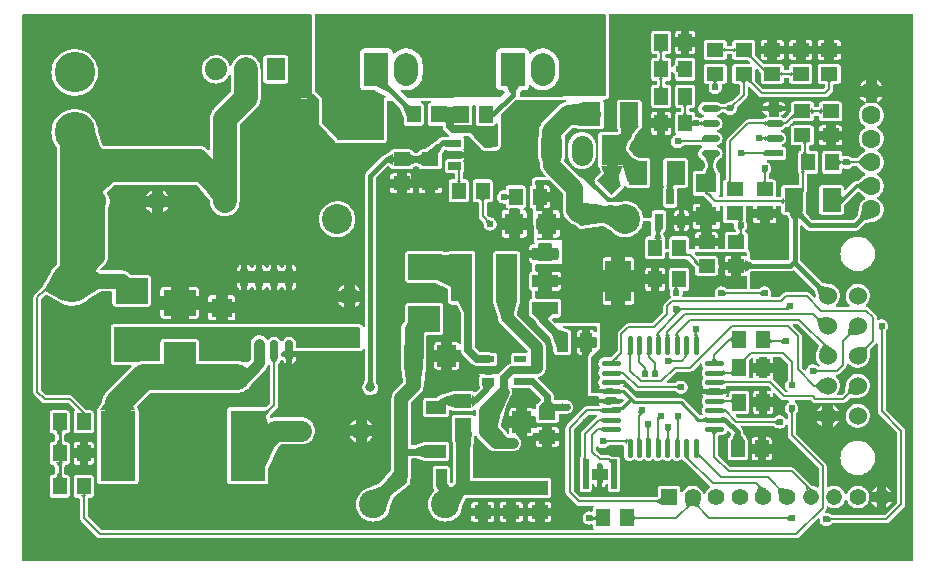
<source format=gtl>
G04 Layer: TopLayer*
G04 EasyEDA v6.4.25, 2021-10-06T12:16:30--7:00*
G04 a282bae9c12645559e41785c4bbbd80e,1c607ed5ed934db7a0414c4b005609ca,10*
G04 Gerber Generator version 0.2*
G04 Scale: 100 percent, Rotated: No, Reflected: No *
G04 Dimensions in inches *
G04 leading zeros omitted , absolute positions ,3 integer and 6 decimal *
%FSLAX36Y36*%
%MOIN*%

%ADD10C,0.0100*%
%ADD11C,0.0400*%
%ADD12C,0.0060*%
%ADD13C,0.0320*%
%ADD14C,0.0560*%
%ADD15C,0.0640*%
%ADD16C,0.0120*%
%ADD17C,0.0080*%
%ADD18C,0.0340*%
%ADD19C,0.0240*%
%ADD20C,0.0500*%
%ADD21C,0.0180*%
%ADD22C,0.0150*%
%ADD23C,0.0550*%
%ADD24C,0.0250*%
%ADD25C,0.0350*%
%ADD26C,0.0850*%
%ADD27C,0.0300*%
%ADD28C,0.0230*%
%ADD29C,0.0374*%
%ADD30C,0.0700*%
%ADD31C,0.0200*%
%ADD32C,0.0450*%
%ADD33C,0.0160*%
%ADD34C,0.0787*%
%ADD35C,0.0177*%
%ADD36C,0.0276*%
%ADD37C,0.0480*%
%ADD38R,0.0457X0.0571*%
%ADD40R,0.0630X0.0787*%
%ADD41R,0.0571X0.0457*%
%ADD42R,0.1080X0.0850*%
%ADD43R,0.1181X0.2362*%
%ADD44R,0.0276X0.0492*%
%ADD46R,0.0630X0.0709*%
%ADD48R,0.0850X0.0430*%
%ADD49R,0.0850X0.1380*%
%ADD55R,0.0709X0.0630*%
%ADD56R,0.0197X0.0984*%
%ADD57R,0.0197X0.0630*%
%ADD58R,0.0610X0.0240*%
%ADD60R,0.0709X0.1024*%
%ADD61C,0.0600*%
%ADD62C,0.0630*%
%ADD63R,0.0551X0.0551*%
%ADD64C,0.0551*%
%ADD66R,0.0635X0.0740*%
%ADD67C,0.0740*%
%ADD68C,0.1350*%
%ADD69C,0.0945*%
%ADD70C,0.1000*%
%ADD71C,0.0709*%
%ADD72C,0.0530*%

%LPD*%
G36*
X1061760Y-430000D02*
G01*
X1060160Y-429660D01*
X1058800Y-428700D01*
X1011040Y-376140D01*
X1010260Y-374900D01*
X1010000Y-373459D01*
X1010000Y-290500D01*
X1009700Y-289760D01*
X986500Y-271200D01*
X985400Y-269820D01*
X985000Y-268080D01*
X985000Y-14200D01*
X985300Y-12660D01*
X986180Y-11379D01*
X987460Y-10500D01*
X989000Y-10200D01*
X1951000Y-10200D01*
X1952540Y-10500D01*
X1953820Y-11379D01*
X1954700Y-12660D01*
X1955000Y-14200D01*
X1955000Y-281020D01*
X1954700Y-282560D01*
X1953839Y-283840D01*
X1952540Y-284720D01*
X1951020Y-285020D01*
X1672040Y-286920D01*
X1670460Y-286600D01*
X1669120Y-285660D01*
X1668260Y-284280D01*
X1668020Y-282660D01*
X1668300Y-277620D01*
X1668620Y-276740D01*
X1673280Y-267420D01*
X1674180Y-266240D01*
X1675420Y-265460D01*
X1676860Y-265200D01*
X1684180Y-265200D01*
X1687340Y-264880D01*
X1690180Y-264020D01*
X1692800Y-262620D01*
X1695100Y-260740D01*
X1697000Y-258440D01*
X1698400Y-255799D01*
X1699259Y-252960D01*
X1699420Y-251340D01*
X1699840Y-249899D01*
X1700800Y-248700D01*
X1702100Y-247960D01*
X1703600Y-247740D01*
X1705080Y-248100D01*
X1706300Y-249000D01*
X1707560Y-250320D01*
X1712420Y-254400D01*
X1717720Y-257880D01*
X1723380Y-260740D01*
X1729360Y-262900D01*
X1735520Y-264360D01*
X1741819Y-265100D01*
X1748180Y-265100D01*
X1754480Y-264360D01*
X1760640Y-262900D01*
X1766620Y-260740D01*
X1772280Y-257880D01*
X1777580Y-254400D01*
X1782440Y-250320D01*
X1786800Y-245700D01*
X1790580Y-240620D01*
X1793760Y-235120D01*
X1796279Y-229300D01*
X1798100Y-223220D01*
X1799199Y-216960D01*
X1799580Y-210520D01*
X1799580Y-179480D01*
X1799199Y-173039D01*
X1798100Y-166780D01*
X1796279Y-160700D01*
X1793760Y-154880D01*
X1790580Y-149380D01*
X1786800Y-144300D01*
X1782440Y-139680D01*
X1777580Y-135600D01*
X1772280Y-132120D01*
X1766620Y-129260D01*
X1760640Y-127100D01*
X1754480Y-125640D01*
X1748180Y-124900D01*
X1741819Y-124900D01*
X1735520Y-125640D01*
X1729360Y-127100D01*
X1723380Y-129260D01*
X1717720Y-132120D01*
X1712420Y-135600D01*
X1707560Y-139680D01*
X1706300Y-141000D01*
X1705080Y-141900D01*
X1703600Y-142260D01*
X1702100Y-142040D01*
X1700800Y-141300D01*
X1699840Y-140100D01*
X1699420Y-138660D01*
X1699259Y-137040D01*
X1698400Y-134200D01*
X1697000Y-131560D01*
X1695100Y-129260D01*
X1692800Y-127380D01*
X1690180Y-125980D01*
X1687340Y-125120D01*
X1684180Y-124800D01*
X1605820Y-124800D01*
X1602660Y-125120D01*
X1599820Y-125980D01*
X1597200Y-127380D01*
X1594900Y-129260D01*
X1593000Y-131560D01*
X1591600Y-134200D01*
X1590740Y-137040D01*
X1590420Y-140200D01*
X1590420Y-249800D01*
X1590740Y-252960D01*
X1591600Y-255799D01*
X1593000Y-258440D01*
X1594900Y-260740D01*
X1597200Y-262620D01*
X1599820Y-264020D01*
X1602660Y-264880D01*
X1605820Y-265200D01*
X1613140Y-265200D01*
X1614580Y-265460D01*
X1615820Y-266240D01*
X1616720Y-267420D01*
X1618120Y-270220D01*
X1618520Y-271820D01*
X1618260Y-273440D01*
X1617360Y-274820D01*
X1605980Y-286200D01*
X1604700Y-287060D01*
X1603180Y-287380D01*
X1293959Y-289460D01*
X1292420Y-289160D01*
X1291100Y-288300D01*
X1273000Y-270200D01*
X1272080Y-268740D01*
X1271840Y-267060D01*
X1272340Y-265420D01*
X1273480Y-264140D01*
X1275040Y-263440D01*
X1276760Y-263460D01*
X1280520Y-264360D01*
X1286819Y-265100D01*
X1293180Y-265100D01*
X1299480Y-264360D01*
X1305640Y-262900D01*
X1311620Y-260740D01*
X1317280Y-257880D01*
X1322580Y-254400D01*
X1327440Y-250320D01*
X1331800Y-245700D01*
X1335580Y-240620D01*
X1338760Y-235120D01*
X1341279Y-229300D01*
X1343100Y-223220D01*
X1344199Y-216960D01*
X1344580Y-210520D01*
X1344580Y-179480D01*
X1344199Y-173039D01*
X1343100Y-166780D01*
X1341279Y-160700D01*
X1338760Y-154880D01*
X1335580Y-149380D01*
X1331800Y-144300D01*
X1327440Y-139680D01*
X1322580Y-135600D01*
X1317280Y-132120D01*
X1311620Y-129260D01*
X1305640Y-127100D01*
X1299480Y-125640D01*
X1293180Y-124900D01*
X1286819Y-124900D01*
X1280520Y-125640D01*
X1274360Y-127100D01*
X1268380Y-129260D01*
X1262720Y-132120D01*
X1257420Y-135600D01*
X1252560Y-139680D01*
X1251300Y-141000D01*
X1250080Y-141900D01*
X1248600Y-142260D01*
X1247100Y-142040D01*
X1245800Y-141300D01*
X1244840Y-140100D01*
X1244420Y-138660D01*
X1244260Y-137040D01*
X1243400Y-134200D01*
X1242000Y-131560D01*
X1240100Y-129260D01*
X1237800Y-127380D01*
X1235180Y-125980D01*
X1232340Y-125120D01*
X1229180Y-124800D01*
X1150820Y-124800D01*
X1147660Y-125120D01*
X1144820Y-125980D01*
X1142200Y-127380D01*
X1139900Y-129260D01*
X1138000Y-131560D01*
X1136600Y-134200D01*
X1135740Y-137040D01*
X1135440Y-140200D01*
X1135440Y-249800D01*
X1135740Y-252960D01*
X1136600Y-255799D01*
X1138000Y-258440D01*
X1139900Y-260740D01*
X1142200Y-262620D01*
X1144820Y-264020D01*
X1147660Y-264880D01*
X1150820Y-265200D01*
X1184880Y-265200D01*
X1185820Y-265320D01*
X1186720Y-265640D01*
X1219260Y-282420D01*
X1220600Y-283560D01*
X1221340Y-285160D01*
X1221320Y-286920D01*
X1220540Y-288500D01*
X1219160Y-289580D01*
X1217460Y-289980D01*
X1215060Y-290060D01*
X1215000Y-290380D01*
X1215000Y-426000D01*
X1214700Y-427540D01*
X1213820Y-428820D01*
X1212540Y-429700D01*
X1211000Y-430000D01*
G37*

%LPD*%
G36*
X1589920Y-453620D02*
G01*
X1588480Y-453420D01*
X1587200Y-452720D01*
X1511480Y-391200D01*
X1510380Y-389820D01*
X1510000Y-388100D01*
X1510000Y-319000D01*
X1510300Y-317460D01*
X1511180Y-316180D01*
X1512460Y-315300D01*
X1514000Y-315000D01*
X1517980Y-315000D01*
X1519500Y-315300D01*
X1520800Y-316180D01*
X1521680Y-317460D01*
X1521980Y-319000D01*
X1521980Y-373320D01*
X1522260Y-375820D01*
X1523000Y-377960D01*
X1524220Y-379900D01*
X1525840Y-381500D01*
X1527760Y-382720D01*
X1529920Y-383480D01*
X1532400Y-383760D01*
X1577620Y-383760D01*
X1580100Y-383480D01*
X1582260Y-382720D01*
X1584180Y-381500D01*
X1585800Y-379900D01*
X1587020Y-377960D01*
X1587220Y-377360D01*
X1588040Y-376000D01*
X1589319Y-375060D01*
X1590880Y-374680D01*
X1592440Y-374960D01*
X1593779Y-375800D01*
X1594680Y-377120D01*
X1595000Y-378680D01*
X1595000Y-448340D01*
X1594700Y-449880D01*
X1593820Y-451180D01*
X1592560Y-452440D01*
X1591339Y-453280D01*
G37*

%LPD*%
G36*
X2445900Y-831800D02*
G01*
X2444100Y-831380D01*
X2437420Y-828020D01*
X2436240Y-827140D01*
X2435460Y-825900D01*
X2435200Y-824460D01*
X2435200Y-805220D01*
X2434920Y-802740D01*
X2434160Y-800580D01*
X2432960Y-798660D01*
X2431340Y-797039D01*
X2430580Y-796560D01*
X2429480Y-795560D01*
X2428840Y-794220D01*
X2428740Y-792620D01*
X2428740Y-747380D01*
X2428460Y-744900D01*
X2427720Y-742760D01*
X2426500Y-740819D01*
X2424880Y-739220D01*
X2422960Y-738000D01*
X2422240Y-737740D01*
X2420980Y-737020D01*
X2420040Y-735879D01*
X2419600Y-734479D01*
X2419680Y-733020D01*
X2420300Y-731680D01*
X2424220Y-726100D01*
X2425840Y-722580D01*
X2426840Y-718860D01*
X2427180Y-715000D01*
X2426840Y-711140D01*
X2425840Y-707420D01*
X2423900Y-703160D01*
X2423600Y-702260D01*
X2423420Y-700540D01*
X2423740Y-697620D01*
X2423740Y-653199D01*
X2424040Y-651660D01*
X2424920Y-650380D01*
X2426220Y-649500D01*
X2427740Y-649200D01*
X2442260Y-649200D01*
X2443780Y-649500D01*
X2445080Y-650380D01*
X2445960Y-651660D01*
X2446260Y-653199D01*
X2446260Y-661080D01*
X2468220Y-661080D01*
X2468220Y-653199D01*
X2468540Y-651660D01*
X2469400Y-650380D01*
X2470700Y-649500D01*
X2472220Y-649200D01*
X2497780Y-649200D01*
X2499300Y-649500D01*
X2500600Y-650380D01*
X2501460Y-651660D01*
X2501780Y-653199D01*
X2501780Y-661080D01*
X2523740Y-661080D01*
X2523740Y-653199D01*
X2524040Y-651660D01*
X2524920Y-650380D01*
X2526220Y-649500D01*
X2527740Y-649200D01*
X2535160Y-649200D01*
X2536940Y-649620D01*
X2538100Y-650200D01*
X2539260Y-651080D01*
X2540040Y-652340D01*
X2540320Y-653780D01*
X2540320Y-669140D01*
X2540600Y-671640D01*
X2541340Y-673780D01*
X2542560Y-675720D01*
X2544160Y-677320D01*
X2546100Y-678540D01*
X2548240Y-679280D01*
X2550740Y-679580D01*
X2556220Y-679580D01*
X2557660Y-679840D01*
X2558920Y-680620D01*
X2559800Y-681780D01*
X2566380Y-694940D01*
X2566800Y-696720D01*
X2566800Y-825800D01*
X2566500Y-827340D01*
X2565620Y-828640D01*
X2563639Y-830620D01*
X2562340Y-831500D01*
X2560800Y-831800D01*
G37*

%LPC*%
G36*
X2456680Y-708040D02*
G01*
X2468220Y-708040D01*
X2468220Y-688920D01*
X2446260Y-688920D01*
X2446260Y-697620D01*
X2446540Y-700100D01*
X2447280Y-702240D01*
X2448500Y-704180D01*
X2450120Y-705780D01*
X2452040Y-707000D01*
X2454200Y-707760D01*
G37*
G36*
X2501780Y-708040D02*
G01*
X2513320Y-708040D01*
X2515800Y-707760D01*
X2517960Y-707000D01*
X2519880Y-705780D01*
X2521500Y-704180D01*
X2522720Y-702240D01*
X2523460Y-700100D01*
X2523740Y-697620D01*
X2523740Y-688920D01*
X2501780Y-688920D01*
G37*

%LPD*%
G36*
X2650840Y-955780D02*
G01*
X2649180Y-955520D01*
X2647780Y-954599D01*
X2634980Y-941820D01*
X2632679Y-939940D01*
X2630220Y-938700D01*
X2627520Y-937980D01*
X2625340Y-937800D01*
X2556700Y-937800D01*
X2553760Y-938120D01*
X2551140Y-938960D01*
X2548700Y-940360D01*
X2547060Y-941780D01*
X2535200Y-953620D01*
X2533900Y-954500D01*
X2532380Y-954800D01*
X2508760Y-954800D01*
X2507200Y-954479D01*
X2505880Y-953580D01*
X2505020Y-952240D01*
X2504760Y-950660D01*
X2505140Y-949100D01*
X2505840Y-947580D01*
X2506840Y-943860D01*
X2507180Y-940000D01*
X2506840Y-936140D01*
X2505840Y-932420D01*
X2504220Y-928900D01*
X2502000Y-925740D01*
X2499260Y-923000D01*
X2496100Y-920780D01*
X2492580Y-919160D01*
X2488860Y-918160D01*
X2485000Y-917820D01*
X2481140Y-918160D01*
X2477420Y-919160D01*
X2473900Y-920800D01*
X2466440Y-926060D01*
X2465340Y-926600D01*
X2464120Y-926800D01*
X2439200Y-926800D01*
X2437660Y-926500D01*
X2436380Y-925620D01*
X2435500Y-924340D01*
X2435200Y-922800D01*
X2435200Y-875540D01*
X2435460Y-874100D01*
X2436240Y-872860D01*
X2437420Y-871979D01*
X2444100Y-868620D01*
X2445900Y-868199D01*
X2570700Y-868180D01*
X2574160Y-867700D01*
X2577340Y-866640D01*
X2580200Y-865040D01*
X2581840Y-864560D01*
X2583540Y-864780D01*
X2584980Y-865720D01*
X2650120Y-930860D01*
X2650840Y-931820D01*
X2651220Y-932960D01*
X2654540Y-951060D01*
X2654480Y-952740D01*
X2653759Y-954240D01*
X2652460Y-955320D01*
G37*

%LPD*%
G36*
X319000Y-1170000D02*
G01*
X317460Y-1169700D01*
X316180Y-1168820D01*
X315300Y-1167540D01*
X315000Y-1166000D01*
X315000Y-1059000D01*
X315300Y-1057460D01*
X316180Y-1056180D01*
X317460Y-1055300D01*
X319000Y-1055000D01*
X1131000Y-1055000D01*
X1132540Y-1055300D01*
X1133820Y-1056180D01*
X1134700Y-1057460D01*
X1135000Y-1059000D01*
X1135000Y-1121000D01*
X1134700Y-1122540D01*
X1133820Y-1123820D01*
X1132540Y-1124700D01*
X1131000Y-1125000D01*
X927980Y-1125000D01*
X926440Y-1124700D01*
X925160Y-1123820D01*
X924280Y-1122540D01*
X923980Y-1121000D01*
X923980Y-1110520D01*
X923640Y-1106400D01*
X922660Y-1102560D01*
X921080Y-1098940D01*
X918920Y-1095620D01*
X916240Y-1092720D01*
X913100Y-1090280D01*
X909620Y-1088400D01*
X905879Y-1087120D01*
X901979Y-1086460D01*
X898020Y-1086460D01*
X894120Y-1087120D01*
X890380Y-1088400D01*
X886900Y-1090280D01*
X883760Y-1092720D01*
X881080Y-1095620D01*
X877780Y-1100800D01*
X876500Y-1101640D01*
X875000Y-1101920D01*
X873500Y-1101640D01*
X872220Y-1100800D01*
X868920Y-1095620D01*
X866240Y-1092720D01*
X863100Y-1090280D01*
X859620Y-1088400D01*
X855879Y-1087120D01*
X851979Y-1086460D01*
X848020Y-1086460D01*
X844120Y-1087120D01*
X840380Y-1088400D01*
X836900Y-1090280D01*
X833760Y-1092720D01*
X831020Y-1095700D01*
X829820Y-1096600D01*
X828379Y-1096980D01*
X826900Y-1096820D01*
X825580Y-1096120D01*
X824599Y-1095000D01*
X823860Y-1093720D01*
X821180Y-1090360D01*
X818020Y-1087420D01*
X814440Y-1084980D01*
X810560Y-1083100D01*
X806420Y-1081840D01*
X802159Y-1081200D01*
X797840Y-1081200D01*
X793580Y-1081840D01*
X789440Y-1083100D01*
X785560Y-1084980D01*
X781979Y-1087420D01*
X778820Y-1090360D01*
X776140Y-1093720D01*
X773980Y-1097460D01*
X772400Y-1101480D01*
X771440Y-1105700D01*
X771100Y-1110140D01*
X771100Y-1161380D01*
X770800Y-1162900D01*
X769920Y-1164200D01*
X765300Y-1168820D01*
X764000Y-1169700D01*
X762480Y-1170000D01*
X744180Y-1170000D01*
X743040Y-1169840D01*
X739360Y-1168720D01*
X733319Y-1167660D01*
X727080Y-1167300D01*
X603200Y-1167300D01*
X601660Y-1167000D01*
X600380Y-1166120D01*
X599500Y-1164840D01*
X599200Y-1163300D01*
X599200Y-1104720D01*
X598920Y-1102240D01*
X598160Y-1100080D01*
X596960Y-1098160D01*
X595340Y-1096540D01*
X593420Y-1095340D01*
X591260Y-1094580D01*
X588780Y-1094300D01*
X481220Y-1094300D01*
X478740Y-1094580D01*
X476580Y-1095340D01*
X474660Y-1096540D01*
X473040Y-1098160D01*
X471840Y-1100080D01*
X471079Y-1102240D01*
X470800Y-1104720D01*
X470800Y-1163300D01*
X470500Y-1164840D01*
X469620Y-1166120D01*
X468340Y-1167000D01*
X466800Y-1167300D01*
X415080Y-1167300D01*
X410340Y-1167500D01*
X404280Y-1168400D01*
X402900Y-1168700D01*
X398880Y-1169840D01*
X397800Y-1170000D01*
G37*

%LPD*%
G36*
X2619520Y-1199000D02*
G01*
X2617880Y-1198720D01*
X2616500Y-1197820D01*
X2609380Y-1190700D01*
X2608500Y-1189400D01*
X2608200Y-1187880D01*
X2608200Y-1083500D01*
X2607900Y-1080560D01*
X2607040Y-1077940D01*
X2605640Y-1075500D01*
X2604220Y-1073860D01*
X2580400Y-1050020D01*
X2579520Y-1048740D01*
X2579220Y-1047200D01*
X2579520Y-1045660D01*
X2580400Y-1044380D01*
X2581700Y-1043500D01*
X2583220Y-1043199D01*
X2592880Y-1043199D01*
X2594400Y-1043500D01*
X2595700Y-1044380D01*
X2664340Y-1113000D01*
X2665200Y-1114320D01*
X2665500Y-1115860D01*
X2665179Y-1117400D01*
X2657880Y-1134580D01*
X2656620Y-1138100D01*
X2655360Y-1143320D01*
X2654840Y-1148660D01*
X2655020Y-1154020D01*
X2655899Y-1159320D01*
X2657500Y-1164440D01*
X2659760Y-1169320D01*
X2662640Y-1173840D01*
X2666100Y-1177940D01*
X2666820Y-1178580D01*
X2667820Y-1179980D01*
X2668140Y-1181660D01*
X2667720Y-1183320D01*
X2666660Y-1184660D01*
X2665120Y-1185420D01*
X2663420Y-1185480D01*
X2661840Y-1184820D01*
X2656080Y-1180780D01*
X2652580Y-1179160D01*
X2648860Y-1178160D01*
X2645000Y-1177820D01*
X2641139Y-1178160D01*
X2637420Y-1179160D01*
X2633900Y-1180780D01*
X2630740Y-1183000D01*
X2628000Y-1185740D01*
X2625779Y-1188900D01*
X2624160Y-1192420D01*
X2623180Y-1196040D01*
X2622420Y-1197520D01*
X2621139Y-1198560D01*
G37*

%LPD*%
G36*
X2557120Y-1271800D02*
G01*
X2555600Y-1271500D01*
X2554300Y-1270620D01*
X2512180Y-1228520D01*
X2511400Y-1227420D01*
X2511040Y-1226140D01*
X2511120Y-1224800D01*
X2512000Y-1222960D01*
X2512760Y-1220800D01*
X2513040Y-1218320D01*
X2513040Y-1206780D01*
X2493920Y-1206780D01*
X2493920Y-1220300D01*
X2493620Y-1221840D01*
X2492740Y-1223120D01*
X2491440Y-1224000D01*
X2489920Y-1224300D01*
X2470080Y-1224300D01*
X2468560Y-1224000D01*
X2467260Y-1223120D01*
X2466380Y-1221840D01*
X2466080Y-1220300D01*
X2466080Y-1206780D01*
X2446960Y-1206780D01*
X2446960Y-1218320D01*
X2447140Y-1219860D01*
X2446980Y-1221520D01*
X2446140Y-1222960D01*
X2444800Y-1223960D01*
X2443160Y-1224300D01*
X2436840Y-1224300D01*
X2435200Y-1223960D01*
X2433860Y-1222960D01*
X2433020Y-1221520D01*
X2432860Y-1219860D01*
X2433040Y-1218320D01*
X2433040Y-1167320D01*
X2433340Y-1165800D01*
X2434200Y-1164500D01*
X2440140Y-1158520D01*
X2441440Y-1157660D01*
X2442980Y-1157340D01*
X2444500Y-1157660D01*
X2445800Y-1158520D01*
X2446680Y-1159820D01*
X2446980Y-1161360D01*
X2446960Y-1173220D01*
X2466080Y-1173220D01*
X2466080Y-1157200D01*
X2466380Y-1155660D01*
X2467260Y-1154380D01*
X2468560Y-1153500D01*
X2470080Y-1153200D01*
X2489920Y-1153200D01*
X2491440Y-1153500D01*
X2492740Y-1154380D01*
X2493620Y-1155660D01*
X2493920Y-1157200D01*
X2493920Y-1173220D01*
X2513040Y-1173220D01*
X2513040Y-1161680D01*
X2512760Y-1159200D01*
X2512520Y-1158520D01*
X2512300Y-1157020D01*
X2512660Y-1155540D01*
X2513540Y-1154300D01*
X2514800Y-1153480D01*
X2516300Y-1153200D01*
X2537880Y-1153200D01*
X2539400Y-1153500D01*
X2540700Y-1154380D01*
X2560620Y-1174300D01*
X2561500Y-1175600D01*
X2561800Y-1177120D01*
X2561800Y-1227680D01*
X2561620Y-1228880D01*
X2561060Y-1229980D01*
X2555780Y-1237480D01*
X2554160Y-1240980D01*
X2553160Y-1244700D01*
X2552820Y-1248560D01*
X2553160Y-1252420D01*
X2554160Y-1256140D01*
X2555780Y-1259660D01*
X2558000Y-1262820D01*
X2560160Y-1264980D01*
X2561019Y-1266260D01*
X2561320Y-1267800D01*
X2561019Y-1269340D01*
X2560160Y-1270620D01*
X2558860Y-1271500D01*
G37*

%LPD*%
G36*
X1909000Y-1275000D02*
G01*
X1907460Y-1274700D01*
X1906180Y-1273820D01*
X1905300Y-1272540D01*
X1905000Y-1271000D01*
X1905000Y-1156660D01*
X1905300Y-1155120D01*
X1906180Y-1153820D01*
X1934720Y-1125280D01*
X1935000Y-1124600D01*
X1935000Y-1040400D01*
X1934600Y-1040000D01*
X1788760Y-1040000D01*
X1787220Y-1039700D01*
X1785940Y-1038820D01*
X1777600Y-1030500D01*
X1776720Y-1029180D01*
X1776440Y-1027640D01*
X1776759Y-1026080D01*
X1777660Y-1024780D01*
X1779199Y-1023319D01*
X1780460Y-1022480D01*
X1781960Y-1022200D01*
X1795280Y-1022200D01*
X1797760Y-1021919D01*
X1799920Y-1021160D01*
X1801840Y-1019960D01*
X1803460Y-1018340D01*
X1804660Y-1016420D01*
X1805420Y-1014260D01*
X1805700Y-1011780D01*
X1805700Y-969220D01*
X1805420Y-966740D01*
X1804660Y-964580D01*
X1803460Y-962660D01*
X1801840Y-961040D01*
X1799920Y-959840D01*
X1797760Y-959080D01*
X1795280Y-958800D01*
X1724000Y-958800D01*
X1722460Y-958500D01*
X1721180Y-957620D01*
X1720300Y-956340D01*
X1720000Y-954800D01*
X1720000Y-936200D01*
X1720300Y-934659D01*
X1721180Y-933379D01*
X1722460Y-932500D01*
X1724000Y-932200D01*
X1729259Y-932200D01*
X1729259Y-913760D01*
X1724000Y-913760D01*
X1722460Y-913439D01*
X1721180Y-912580D01*
X1720300Y-911280D01*
X1720000Y-909760D01*
X1720000Y-891260D01*
X1720300Y-889720D01*
X1721180Y-888420D01*
X1722460Y-887560D01*
X1724000Y-887260D01*
X1729259Y-887260D01*
X1729259Y-868800D01*
X1724000Y-868800D01*
X1722460Y-868500D01*
X1721180Y-867620D01*
X1720300Y-866340D01*
X1720000Y-864800D01*
X1720000Y-849000D01*
X1720300Y-847460D01*
X1721180Y-846180D01*
X1722460Y-845300D01*
X1724000Y-845000D01*
X1809600Y-845000D01*
X1810000Y-844599D01*
X1810000Y-765400D01*
X1809600Y-765000D01*
X1728899Y-765000D01*
X1727400Y-764700D01*
X1726100Y-763860D01*
X1725240Y-762600D01*
X1724900Y-761100D01*
X1724860Y-759760D01*
X1725140Y-758180D01*
X1726000Y-756860D01*
X1727320Y-755960D01*
X1728860Y-755660D01*
X1741759Y-755660D01*
X1741759Y-730220D01*
X1728040Y-730220D01*
X1726519Y-729940D01*
X1725240Y-729080D01*
X1724360Y-727820D01*
X1724040Y-726320D01*
X1723220Y-693880D01*
X1723500Y-692320D01*
X1724360Y-690980D01*
X1725660Y-690080D01*
X1727220Y-689780D01*
X1741759Y-689780D01*
X1741759Y-666740D01*
X1726440Y-666740D01*
X1724940Y-666440D01*
X1723660Y-665600D01*
X1722780Y-664340D01*
X1722440Y-662840D01*
X1721080Y-606780D01*
X1721080Y-579620D01*
X1720520Y-578540D01*
X1720300Y-577360D01*
X1720100Y-569100D01*
X1720380Y-567540D01*
X1721240Y-566200D01*
X1722540Y-565320D01*
X1724100Y-565000D01*
X1769319Y-565000D01*
X1770860Y-565300D01*
X1772140Y-566180D01*
X1810620Y-604660D01*
X1811500Y-605940D01*
X1811800Y-607480D01*
X1811800Y-663139D01*
X1812000Y-667220D01*
X1812140Y-668379D01*
X1812900Y-672340D01*
X1813200Y-673480D01*
X1814500Y-677320D01*
X1814940Y-678400D01*
X1816740Y-682020D01*
X1817320Y-683020D01*
X1819600Y-686380D01*
X1820320Y-687300D01*
X1823060Y-690320D01*
X1836300Y-703560D01*
X1839319Y-706300D01*
X1840240Y-707020D01*
X1843600Y-709300D01*
X1844600Y-709880D01*
X1848220Y-711680D01*
X1849300Y-712120D01*
X1855060Y-714040D01*
X1855920Y-714700D01*
X1864900Y-723620D01*
X1866920Y-724940D01*
X1869120Y-725759D01*
X1870520Y-726000D01*
X1873100Y-725939D01*
X1944900Y-716260D01*
X1946180Y-716300D01*
X1947380Y-716740D01*
X1970340Y-729560D01*
X1971540Y-730600D01*
X1974600Y-734539D01*
X1979240Y-739280D01*
X1984360Y-743500D01*
X1989900Y-747120D01*
X1995820Y-750120D01*
X2002040Y-752440D01*
X2008460Y-754080D01*
X2015020Y-754980D01*
X2021660Y-755180D01*
X2028260Y-754620D01*
X2034780Y-753360D01*
X2041100Y-751380D01*
X2047180Y-748700D01*
X2052920Y-745400D01*
X2058260Y-741460D01*
X2063140Y-736979D01*
X2067500Y-731979D01*
X2071279Y-726520D01*
X2074440Y-720680D01*
X2076940Y-714539D01*
X2078740Y-708160D01*
X2079540Y-703340D01*
X2080000Y-702020D01*
X2080900Y-700939D01*
X2082120Y-700240D01*
X2083480Y-700000D01*
X2101000Y-700000D01*
X2102540Y-700300D01*
X2103820Y-701180D01*
X2104700Y-702460D01*
X2105000Y-704000D01*
X2105000Y-747260D01*
X2104700Y-748780D01*
X2103820Y-750080D01*
X2102540Y-750960D01*
X2101000Y-751260D01*
X2097380Y-751260D01*
X2094900Y-751540D01*
X2092760Y-752280D01*
X2090820Y-753500D01*
X2089220Y-755120D01*
X2088000Y-757039D01*
X2087240Y-759200D01*
X2086960Y-761680D01*
X2086960Y-818319D01*
X2087240Y-820800D01*
X2088000Y-822960D01*
X2089220Y-824880D01*
X2090820Y-826500D01*
X2092760Y-827720D01*
X2094900Y-828460D01*
X2097380Y-828740D01*
X2142620Y-828740D01*
X2145100Y-828460D01*
X2147240Y-827720D01*
X2149180Y-826500D01*
X2150780Y-824880D01*
X2152000Y-822960D01*
X2152760Y-820800D01*
X2153040Y-818319D01*
X2153040Y-809000D01*
X2153340Y-807460D01*
X2154200Y-806180D01*
X2155500Y-805300D01*
X2157040Y-805000D01*
X2162960Y-805000D01*
X2164500Y-805300D01*
X2165800Y-806180D01*
X2166660Y-807460D01*
X2166960Y-809000D01*
X2166960Y-818319D01*
X2167240Y-820800D01*
X2168000Y-822960D01*
X2169220Y-824880D01*
X2170820Y-826500D01*
X2172760Y-827720D01*
X2174900Y-828460D01*
X2177380Y-828740D01*
X2221040Y-828740D01*
X2222720Y-829000D01*
X2225160Y-829200D01*
X2227460Y-829200D01*
X2229000Y-829500D01*
X2230280Y-830380D01*
X2242880Y-843020D01*
X2251480Y-854740D01*
X2252060Y-855860D01*
X2252260Y-857120D01*
X2252260Y-872620D01*
X2252540Y-875100D01*
X2253280Y-877240D01*
X2254500Y-879180D01*
X2256120Y-880780D01*
X2258040Y-882000D01*
X2260200Y-882760D01*
X2262680Y-883040D01*
X2319320Y-883040D01*
X2321800Y-882760D01*
X2323960Y-882000D01*
X2325880Y-880780D01*
X2327500Y-879180D01*
X2328720Y-877240D01*
X2329460Y-875100D01*
X2329740Y-872620D01*
X2329740Y-860840D01*
X2330120Y-859160D01*
X2330840Y-857580D01*
X2331840Y-853860D01*
X2332180Y-850000D01*
X2331840Y-846140D01*
X2330840Y-842420D01*
X2330120Y-840860D01*
X2329740Y-839160D01*
X2329740Y-827380D01*
X2329460Y-824900D01*
X2328720Y-822760D01*
X2327500Y-820819D01*
X2325880Y-819220D01*
X2323960Y-818000D01*
X2321800Y-817240D01*
X2319320Y-816960D01*
X2262700Y-816960D01*
X2259620Y-817360D01*
X2258400Y-817320D01*
X2257260Y-816919D01*
X2256300Y-816220D01*
X2251920Y-811820D01*
X2251040Y-810540D01*
X2250740Y-809000D01*
X2251040Y-807460D01*
X2251920Y-806180D01*
X2253200Y-805300D01*
X2254740Y-805000D01*
X2421000Y-805000D01*
X2422540Y-805300D01*
X2423820Y-806180D01*
X2424700Y-807460D01*
X2425000Y-809000D01*
X2425000Y-813240D01*
X2424660Y-814880D01*
X2423660Y-816220D01*
X2422220Y-817060D01*
X2420560Y-817220D01*
X2418320Y-816960D01*
X2406780Y-816960D01*
X2406780Y-836080D01*
X2421000Y-836080D01*
X2422540Y-836380D01*
X2423820Y-837260D01*
X2424700Y-838560D01*
X2425000Y-840080D01*
X2425000Y-859920D01*
X2424700Y-861440D01*
X2423820Y-862740D01*
X2422540Y-863620D01*
X2421000Y-863920D01*
X2406780Y-863920D01*
X2406780Y-883040D01*
X2418320Y-883040D01*
X2420560Y-882780D01*
X2422220Y-882940D01*
X2423660Y-883780D01*
X2424660Y-885120D01*
X2425000Y-886760D01*
X2425000Y-922800D01*
X2424700Y-924340D01*
X2423820Y-925620D01*
X2422540Y-926500D01*
X2421000Y-926800D01*
X2360880Y-926800D01*
X2359680Y-926620D01*
X2358580Y-926060D01*
X2351080Y-920780D01*
X2347580Y-919160D01*
X2343860Y-918160D01*
X2340000Y-917820D01*
X2336140Y-918160D01*
X2332420Y-919160D01*
X2328900Y-920780D01*
X2325740Y-923000D01*
X2323000Y-925740D01*
X2320780Y-928900D01*
X2319160Y-932420D01*
X2318160Y-936140D01*
X2317820Y-940000D01*
X2318160Y-943860D01*
X2319160Y-947580D01*
X2319860Y-949100D01*
X2320240Y-950660D01*
X2319980Y-952240D01*
X2319120Y-953580D01*
X2317800Y-954479D01*
X2316240Y-954800D01*
X2213760Y-954800D01*
X2212200Y-954479D01*
X2210880Y-953580D01*
X2210020Y-952240D01*
X2209760Y-950660D01*
X2210140Y-949100D01*
X2210840Y-947580D01*
X2211840Y-943860D01*
X2212180Y-940000D01*
X2212020Y-938100D01*
X2212220Y-936460D01*
X2213060Y-935060D01*
X2214400Y-934100D01*
X2216000Y-933760D01*
X2222620Y-933760D01*
X2225100Y-933480D01*
X2227260Y-932720D01*
X2229180Y-931500D01*
X2230800Y-929900D01*
X2232020Y-927960D01*
X2232760Y-925819D01*
X2233040Y-923319D01*
X2233040Y-866700D01*
X2232760Y-864200D01*
X2232020Y-862060D01*
X2230800Y-860120D01*
X2229180Y-858520D01*
X2227260Y-857300D01*
X2225100Y-856540D01*
X2222620Y-856260D01*
X2177400Y-856260D01*
X2174920Y-856540D01*
X2172760Y-857300D01*
X2170840Y-858520D01*
X2169220Y-860120D01*
X2168000Y-862060D01*
X2167260Y-864200D01*
X2166980Y-866700D01*
X2166980Y-923319D01*
X2167260Y-925819D01*
X2168000Y-927960D01*
X2168720Y-929100D01*
X2169280Y-930620D01*
X2169200Y-932260D01*
X2168160Y-936140D01*
X2167820Y-940000D01*
X2168160Y-943860D01*
X2169160Y-947580D01*
X2170960Y-951340D01*
X2171600Y-952840D01*
X2171580Y-954500D01*
X2170900Y-956000D01*
X2167560Y-958780D01*
X2150820Y-975520D01*
X2148940Y-977820D01*
X2147700Y-980280D01*
X2146980Y-982980D01*
X2146800Y-985160D01*
X2146800Y-1002880D01*
X2146500Y-1004400D01*
X2145620Y-1005699D01*
X2110700Y-1040620D01*
X2109400Y-1041500D01*
X2107880Y-1041800D01*
X2030200Y-1041800D01*
X2027260Y-1042120D01*
X2024640Y-1042960D01*
X2022200Y-1044360D01*
X2020560Y-1045780D01*
X1998320Y-1068020D01*
X1996440Y-1070320D01*
X1995200Y-1072780D01*
X1994480Y-1075480D01*
X1994300Y-1077660D01*
X1994300Y-1132820D01*
X1994000Y-1134360D01*
X1993120Y-1135660D01*
X1980400Y-1148240D01*
X1972180Y-1154280D01*
X1971080Y-1154840D01*
X1969840Y-1155040D01*
X1949560Y-1155040D01*
X1945880Y-1155380D01*
X1942500Y-1156340D01*
X1939360Y-1157920D01*
X1936540Y-1160020D01*
X1934180Y-1162620D01*
X1932340Y-1165620D01*
X1931060Y-1168880D01*
X1930420Y-1172340D01*
X1930420Y-1175860D01*
X1931060Y-1179320D01*
X1932340Y-1182580D01*
X1934180Y-1185580D01*
X1935620Y-1187160D01*
X1936399Y-1188400D01*
X1936660Y-1189860D01*
X1936399Y-1191300D01*
X1935620Y-1192540D01*
X1934180Y-1194120D01*
X1932340Y-1197120D01*
X1931060Y-1200380D01*
X1930420Y-1203840D01*
X1930420Y-1207360D01*
X1931060Y-1210820D01*
X1932340Y-1214080D01*
X1934180Y-1217080D01*
X1935620Y-1218660D01*
X1936399Y-1219900D01*
X1936660Y-1221360D01*
X1936399Y-1222800D01*
X1935620Y-1224040D01*
X1934180Y-1225620D01*
X1932340Y-1228620D01*
X1931060Y-1231880D01*
X1930420Y-1235340D01*
X1930420Y-1238860D01*
X1931060Y-1242320D01*
X1932340Y-1245580D01*
X1934180Y-1248580D01*
X1935620Y-1250160D01*
X1936399Y-1251400D01*
X1936660Y-1252860D01*
X1936399Y-1254300D01*
X1935620Y-1255540D01*
X1934180Y-1257120D01*
X1932340Y-1260120D01*
X1931720Y-1261680D01*
X1954259Y-1261680D01*
X1954259Y-1260160D01*
X1954560Y-1258620D01*
X1955440Y-1257340D01*
X1956720Y-1256460D01*
X1958260Y-1256160D01*
X1976000Y-1256160D01*
X1977540Y-1256460D01*
X1978820Y-1257340D01*
X1979700Y-1258620D01*
X1980000Y-1260160D01*
X1980000Y-1271000D01*
X1979700Y-1272540D01*
X1978820Y-1273820D01*
X1977540Y-1274700D01*
X1976000Y-1275000D01*
G37*

%LPC*%
G36*
X2020760Y-979700D02*
G01*
X2039280Y-979700D01*
X2041759Y-979419D01*
X2043920Y-978660D01*
X2045840Y-977460D01*
X2047460Y-975840D01*
X2048660Y-973920D01*
X2049420Y-971760D01*
X2049700Y-969280D01*
X2049700Y-937500D01*
X2020760Y-937500D01*
G37*
G36*
X1954720Y-979700D02*
G01*
X1973260Y-979700D01*
X1973260Y-937500D01*
X1944300Y-937500D01*
X1944300Y-969280D01*
X1944580Y-971760D01*
X1945340Y-973920D01*
X1946540Y-975840D01*
X1948160Y-977460D01*
X1950080Y-978660D01*
X1952240Y-979419D01*
G37*
G36*
X2097400Y-933760D02*
G01*
X2106100Y-933760D01*
X2106100Y-911780D01*
X2086980Y-911780D01*
X2086980Y-923319D01*
X2087260Y-925819D01*
X2088000Y-927960D01*
X2089220Y-929900D01*
X2090840Y-931500D01*
X2092760Y-932720D01*
X2094920Y-933480D01*
G37*
G36*
X2133920Y-933760D02*
G01*
X2142620Y-933760D01*
X2145100Y-933480D01*
X2147260Y-932720D01*
X2149180Y-931500D01*
X2150800Y-929900D01*
X2152020Y-927960D01*
X2152760Y-925819D01*
X2153040Y-923319D01*
X2153040Y-911780D01*
X2133920Y-911780D01*
G37*
G36*
X1776759Y-932200D02*
G01*
X1795280Y-932200D01*
X1797760Y-931919D01*
X1799920Y-931160D01*
X1801840Y-929960D01*
X1803460Y-928340D01*
X1804660Y-926420D01*
X1805420Y-924260D01*
X1805700Y-921780D01*
X1805700Y-913760D01*
X1776759Y-913760D01*
G37*
G36*
X1776759Y-887260D02*
G01*
X1805700Y-887260D01*
X1805700Y-879220D01*
X1805420Y-876740D01*
X1804660Y-874580D01*
X1803460Y-872660D01*
X1801840Y-871040D01*
X1799920Y-869840D01*
X1797760Y-869080D01*
X1795280Y-868800D01*
X1776759Y-868800D01*
G37*
G36*
X2361680Y-883040D02*
G01*
X2373220Y-883040D01*
X2373220Y-863920D01*
X2351260Y-863920D01*
X2351260Y-872620D01*
X2351540Y-875100D01*
X2352280Y-877240D01*
X2353500Y-879180D01*
X2355120Y-880780D01*
X2357040Y-882000D01*
X2359200Y-882760D01*
G37*
G36*
X2133920Y-878240D02*
G01*
X2153040Y-878240D01*
X2153040Y-866700D01*
X2152760Y-864200D01*
X2152020Y-862060D01*
X2150800Y-860120D01*
X2149180Y-858520D01*
X2147260Y-857300D01*
X2145100Y-856540D01*
X2142620Y-856260D01*
X2133920Y-856260D01*
G37*
G36*
X2086980Y-878240D02*
G01*
X2106100Y-878240D01*
X2106100Y-856260D01*
X2097400Y-856260D01*
X2094920Y-856540D01*
X2092760Y-857300D01*
X2090840Y-858520D01*
X2089220Y-860120D01*
X2088000Y-862060D01*
X2087260Y-864200D01*
X2086980Y-866700D01*
G37*
G36*
X1944300Y-863500D02*
G01*
X1973260Y-863500D01*
X1973260Y-821300D01*
X1954720Y-821300D01*
X1952240Y-821580D01*
X1950080Y-822340D01*
X1948160Y-823540D01*
X1946540Y-825160D01*
X1945340Y-827080D01*
X1944580Y-829240D01*
X1944300Y-831720D01*
G37*
G36*
X2020760Y-863500D02*
G01*
X2049700Y-863500D01*
X2049700Y-831720D01*
X2049420Y-829240D01*
X2048660Y-827080D01*
X2047460Y-825160D01*
X2045840Y-823540D01*
X2043920Y-822340D01*
X2041759Y-821580D01*
X2039280Y-821300D01*
X2020760Y-821300D01*
G37*
G36*
X2351260Y-836080D02*
G01*
X2373220Y-836080D01*
X2373220Y-816960D01*
X2361680Y-816960D01*
X2359200Y-817240D01*
X2357040Y-818000D01*
X2355120Y-819220D01*
X2353500Y-820819D01*
X2352280Y-822760D01*
X2351540Y-824900D01*
X2351260Y-827380D01*
G37*
G36*
X1778260Y-755660D02*
G01*
X1791279Y-755660D01*
X1793760Y-755360D01*
X1795920Y-754620D01*
X1797840Y-753400D01*
X1799460Y-751800D01*
X1800660Y-749860D01*
X1801420Y-747720D01*
X1801699Y-745220D01*
X1801699Y-730220D01*
X1778260Y-730220D01*
G37*
G36*
X1778260Y-689780D02*
G01*
X1801699Y-689780D01*
X1801699Y-674780D01*
X1801420Y-672280D01*
X1800660Y-670140D01*
X1799460Y-668199D01*
X1797840Y-666600D01*
X1795920Y-665380D01*
X1793760Y-664640D01*
X1791279Y-664360D01*
X1778260Y-664360D01*
G37*
G36*
X1748920Y-656360D02*
G01*
X1764319Y-656360D01*
X1765780Y-654880D01*
X1767000Y-652960D01*
X1767760Y-650800D01*
X1768040Y-648319D01*
X1768040Y-636780D01*
X1748920Y-636780D01*
G37*
G36*
X1748920Y-603220D02*
G01*
X1768040Y-603220D01*
X1768040Y-591680D01*
X1767760Y-589200D01*
X1767000Y-587040D01*
X1765780Y-585120D01*
X1764180Y-583500D01*
X1762240Y-582280D01*
X1760100Y-581540D01*
X1757620Y-581260D01*
X1748920Y-581260D01*
G37*

%LPD*%
G36*
X2556940Y-1361040D02*
G01*
X2555340Y-1360280D01*
X2554220Y-1358920D01*
X2552000Y-1355740D01*
X2549260Y-1353000D01*
X2546100Y-1350780D01*
X2542580Y-1349160D01*
X2538860Y-1348160D01*
X2535000Y-1347820D01*
X2531140Y-1348160D01*
X2527420Y-1349160D01*
X2523900Y-1350800D01*
X2516440Y-1356060D01*
X2515340Y-1356600D01*
X2514120Y-1356800D01*
X2397120Y-1356800D01*
X2395600Y-1356500D01*
X2394300Y-1355620D01*
X2389240Y-1350580D01*
X2388380Y-1349280D01*
X2388060Y-1347740D01*
X2388380Y-1346220D01*
X2389240Y-1344920D01*
X2390540Y-1344040D01*
X2392060Y-1343740D01*
X2422620Y-1343740D01*
X2425100Y-1343460D01*
X2427240Y-1342720D01*
X2429180Y-1341500D01*
X2430780Y-1339880D01*
X2432000Y-1337960D01*
X2432760Y-1335800D01*
X2433040Y-1333320D01*
X2433040Y-1276680D01*
X2432760Y-1274200D01*
X2432000Y-1272040D01*
X2430780Y-1270120D01*
X2429180Y-1268500D01*
X2427240Y-1267280D01*
X2425100Y-1266540D01*
X2422620Y-1266260D01*
X2377380Y-1266260D01*
X2374900Y-1266540D01*
X2372760Y-1267280D01*
X2370820Y-1268500D01*
X2369220Y-1270120D01*
X2368000Y-1272040D01*
X2367240Y-1274200D01*
X2366960Y-1276680D01*
X2366960Y-1283200D01*
X2366660Y-1284740D01*
X2365800Y-1286020D01*
X2364500Y-1286900D01*
X2362960Y-1287200D01*
X2358740Y-1287200D01*
X2357240Y-1286900D01*
X2355960Y-1286080D01*
X2355080Y-1284820D01*
X2354740Y-1283320D01*
X2355000Y-1281819D01*
X2357660Y-1277480D01*
X2358280Y-1275920D01*
X2335740Y-1275920D01*
X2335740Y-1277340D01*
X2335440Y-1278880D01*
X2334560Y-1280160D01*
X2333280Y-1281040D01*
X2331740Y-1281339D01*
X2302260Y-1281339D01*
X2300720Y-1281040D01*
X2299440Y-1280160D01*
X2298560Y-1278880D01*
X2298260Y-1277340D01*
X2298260Y-1275920D01*
X2275720Y-1275920D01*
X2276340Y-1277480D01*
X2278180Y-1280480D01*
X2279580Y-1282000D01*
X2280360Y-1283260D01*
X2280620Y-1284700D01*
X2280360Y-1286140D01*
X2279580Y-1287400D01*
X2278180Y-1288920D01*
X2276340Y-1291920D01*
X2275060Y-1295180D01*
X2274420Y-1298640D01*
X2274420Y-1302160D01*
X2275060Y-1305620D01*
X2276340Y-1308880D01*
X2278180Y-1311879D01*
X2279620Y-1313460D01*
X2280400Y-1314700D01*
X2280660Y-1316160D01*
X2280400Y-1317600D01*
X2279620Y-1318839D01*
X2278180Y-1320420D01*
X2276340Y-1323420D01*
X2275060Y-1326680D01*
X2274420Y-1330140D01*
X2274420Y-1333660D01*
X2275060Y-1337120D01*
X2276340Y-1340380D01*
X2277380Y-1342100D01*
X2277960Y-1343680D01*
X2277820Y-1345360D01*
X2277000Y-1346840D01*
X2275640Y-1347840D01*
X2273980Y-1348200D01*
X2271360Y-1348200D01*
X2269820Y-1347900D01*
X2268520Y-1347020D01*
X2215880Y-1294400D01*
X2213440Y-1292380D01*
X2210800Y-1290980D01*
X2207960Y-1290120D01*
X2204800Y-1289800D01*
X2057960Y-1289800D01*
X2056420Y-1289500D01*
X2055120Y-1288620D01*
X2024480Y-1258000D01*
X2022040Y-1255980D01*
X2019400Y-1254580D01*
X2016560Y-1253720D01*
X2015480Y-1253600D01*
X2013940Y-1253120D01*
X2012720Y-1252080D01*
X2012000Y-1250640D01*
X2011920Y-1249040D01*
X2012480Y-1247520D01*
X2013660Y-1245580D01*
X2014280Y-1244020D01*
X1994199Y-1244020D01*
X1992660Y-1243720D01*
X1991380Y-1242860D01*
X1990500Y-1241560D01*
X1990200Y-1240020D01*
X1990200Y-1234180D01*
X1990500Y-1232640D01*
X1991380Y-1231340D01*
X1992660Y-1230480D01*
X1994199Y-1230180D01*
X2017240Y-1230180D01*
X2018779Y-1230480D01*
X2020080Y-1231340D01*
X2051920Y-1263180D01*
X2054220Y-1265060D01*
X2056680Y-1266300D01*
X2059379Y-1267020D01*
X2061560Y-1267200D01*
X2185120Y-1267200D01*
X2186320Y-1267380D01*
X2187420Y-1267940D01*
X2194920Y-1273220D01*
X2198420Y-1274840D01*
X2202140Y-1275840D01*
X2206000Y-1276180D01*
X2209860Y-1275840D01*
X2213580Y-1274840D01*
X2217100Y-1273220D01*
X2220260Y-1271000D01*
X2223000Y-1268260D01*
X2225220Y-1265100D01*
X2226840Y-1261580D01*
X2227840Y-1257860D01*
X2228180Y-1254000D01*
X2227840Y-1250140D01*
X2226840Y-1246420D01*
X2225220Y-1242900D01*
X2223000Y-1239740D01*
X2220260Y-1237000D01*
X2217100Y-1234780D01*
X2213580Y-1233160D01*
X2209860Y-1232160D01*
X2206000Y-1231820D01*
X2202140Y-1232160D01*
X2198420Y-1233160D01*
X2194900Y-1234800D01*
X2187440Y-1240060D01*
X2186340Y-1240600D01*
X2185120Y-1240800D01*
X2162520Y-1240800D01*
X2161000Y-1240500D01*
X2159700Y-1239620D01*
X2158820Y-1238340D01*
X2158520Y-1236800D01*
X2158820Y-1235260D01*
X2159700Y-1233980D01*
X2189300Y-1204380D01*
X2190600Y-1203500D01*
X2192120Y-1203200D01*
X2235100Y-1203200D01*
X2238040Y-1202900D01*
X2240660Y-1202040D01*
X2243100Y-1200640D01*
X2244740Y-1199220D01*
X2268000Y-1175980D01*
X2269440Y-1175040D01*
X2271160Y-1174820D01*
X2272800Y-1175320D01*
X2274080Y-1176480D01*
X2274760Y-1178060D01*
X2275060Y-1179720D01*
X2276340Y-1182980D01*
X2278180Y-1185980D01*
X2279620Y-1187560D01*
X2280400Y-1188800D01*
X2280660Y-1190260D01*
X2280400Y-1191700D01*
X2279620Y-1192940D01*
X2278180Y-1194520D01*
X2276340Y-1197520D01*
X2275060Y-1200780D01*
X2274420Y-1204240D01*
X2274420Y-1207760D01*
X2275060Y-1211220D01*
X2276340Y-1214480D01*
X2278180Y-1217480D01*
X2279620Y-1219060D01*
X2280400Y-1220300D01*
X2280660Y-1221760D01*
X2280400Y-1223200D01*
X2279620Y-1224440D01*
X2278180Y-1226020D01*
X2276340Y-1229020D01*
X2275060Y-1232280D01*
X2274420Y-1235740D01*
X2274420Y-1239260D01*
X2275060Y-1242720D01*
X2276340Y-1245980D01*
X2278180Y-1248980D01*
X2279620Y-1250560D01*
X2280400Y-1251800D01*
X2280660Y-1253260D01*
X2280400Y-1254700D01*
X2279620Y-1255940D01*
X2278180Y-1257520D01*
X2276340Y-1260520D01*
X2275720Y-1262080D01*
X2298260Y-1262080D01*
X2298260Y-1260560D01*
X2298560Y-1259020D01*
X2299440Y-1257740D01*
X2300720Y-1256860D01*
X2302260Y-1256560D01*
X2331740Y-1256560D01*
X2333280Y-1256860D01*
X2334560Y-1257740D01*
X2335440Y-1259020D01*
X2335740Y-1260560D01*
X2335740Y-1262080D01*
X2358280Y-1262080D01*
X2357660Y-1260520D01*
X2354900Y-1256080D01*
X2354660Y-1254580D01*
X2355000Y-1253080D01*
X2355880Y-1251820D01*
X2357160Y-1251000D01*
X2358660Y-1250700D01*
X2495380Y-1250700D01*
X2496900Y-1251000D01*
X2498200Y-1251880D01*
X2505780Y-1259440D01*
X2506640Y-1260740D01*
X2506940Y-1262280D01*
X2506640Y-1263800D01*
X2505780Y-1265100D01*
X2504480Y-1265960D01*
X2502940Y-1266260D01*
X2493920Y-1266260D01*
X2493920Y-1288220D01*
X2513040Y-1288220D01*
X2513020Y-1276360D01*
X2513320Y-1274820D01*
X2514200Y-1273520D01*
X2515500Y-1272660D01*
X2517020Y-1272340D01*
X2518560Y-1272660D01*
X2519860Y-1273520D01*
X2540520Y-1294180D01*
X2542820Y-1296060D01*
X2545280Y-1297300D01*
X2547980Y-1298020D01*
X2550160Y-1298200D01*
X2561500Y-1298200D01*
X2563140Y-1298560D01*
X2564480Y-1299540D01*
X2565320Y-1301000D01*
X2565480Y-1302660D01*
X2564940Y-1304259D01*
X2563800Y-1305480D01*
X2560740Y-1307620D01*
X2558000Y-1310340D01*
X2555780Y-1313520D01*
X2554160Y-1317020D01*
X2553160Y-1320760D01*
X2552820Y-1324620D01*
X2553160Y-1328460D01*
X2554160Y-1332200D01*
X2555800Y-1335720D01*
X2561060Y-1343180D01*
X2561600Y-1344280D01*
X2561800Y-1345500D01*
X2561800Y-1357140D01*
X2561400Y-1358860D01*
X2560299Y-1360260D01*
X2558720Y-1361040D01*
G37*

%LPC*%
G36*
X2457380Y-1343740D02*
G01*
X2466080Y-1343740D01*
X2466080Y-1321780D01*
X2446960Y-1321780D01*
X2446960Y-1333320D01*
X2447240Y-1335800D01*
X2448000Y-1337960D01*
X2449220Y-1339880D01*
X2450820Y-1341500D01*
X2452760Y-1342720D01*
X2454900Y-1343460D01*
G37*
G36*
X2493920Y-1343740D02*
G01*
X2502620Y-1343740D01*
X2505100Y-1343460D01*
X2507240Y-1342720D01*
X2509180Y-1341500D01*
X2510780Y-1339880D01*
X2512000Y-1337960D01*
X2512760Y-1335800D01*
X2513040Y-1333320D01*
X2513040Y-1321780D01*
X2493920Y-1321780D01*
G37*
G36*
X2446960Y-1288220D02*
G01*
X2466080Y-1288220D01*
X2466080Y-1266260D01*
X2457380Y-1266260D01*
X2454900Y-1266540D01*
X2452760Y-1267280D01*
X2450820Y-1268500D01*
X2449220Y-1270120D01*
X2448000Y-1272040D01*
X2447240Y-1274200D01*
X2446960Y-1276680D01*
G37*

%LPD*%
G36*
X2660299Y-1589180D02*
G01*
X2658720Y-1588640D01*
X2655000Y-1586360D01*
X2650400Y-1584360D01*
X2645580Y-1583020D01*
X2642400Y-1582580D01*
X2641160Y-1582200D01*
X2640120Y-1581440D01*
X2584480Y-1525820D01*
X2582180Y-1523940D01*
X2579720Y-1522700D01*
X2577020Y-1521980D01*
X2574840Y-1521800D01*
X2372120Y-1521800D01*
X2370600Y-1521500D01*
X2369300Y-1520620D01*
X2331380Y-1482700D01*
X2330500Y-1481399D01*
X2330200Y-1479880D01*
X2330200Y-1417960D01*
X2330500Y-1416420D01*
X2331380Y-1415140D01*
X2332660Y-1414259D01*
X2334200Y-1413959D01*
X2340440Y-1413959D01*
X2344120Y-1413620D01*
X2347500Y-1412660D01*
X2350640Y-1411080D01*
X2353460Y-1408980D01*
X2355820Y-1406380D01*
X2357660Y-1403380D01*
X2358240Y-1401920D01*
X2359080Y-1400580D01*
X2360380Y-1399680D01*
X2361920Y-1399360D01*
X2363480Y-1399660D01*
X2364800Y-1400540D01*
X2372260Y-1408000D01*
X2373160Y-1409379D01*
X2373440Y-1411020D01*
X2373020Y-1412620D01*
X2368880Y-1420900D01*
X2368260Y-1421800D01*
X2367420Y-1422500D01*
X2365820Y-1423500D01*
X2364220Y-1425120D01*
X2363000Y-1427040D01*
X2362240Y-1429199D01*
X2361960Y-1431680D01*
X2361960Y-1488320D01*
X2362240Y-1490800D01*
X2363000Y-1492960D01*
X2364220Y-1494880D01*
X2365820Y-1496500D01*
X2367760Y-1497720D01*
X2369900Y-1498460D01*
X2372380Y-1498740D01*
X2417620Y-1498740D01*
X2420100Y-1498460D01*
X2422240Y-1497720D01*
X2424180Y-1496500D01*
X2425780Y-1494880D01*
X2427000Y-1492960D01*
X2427760Y-1490800D01*
X2428040Y-1488320D01*
X2428040Y-1431680D01*
X2427760Y-1429199D01*
X2427000Y-1427040D01*
X2425780Y-1425120D01*
X2424180Y-1423500D01*
X2422580Y-1422500D01*
X2421740Y-1421800D01*
X2421120Y-1420900D01*
X2413600Y-1405860D01*
X2413220Y-1404600D01*
X2412700Y-1400840D01*
X2411640Y-1397660D01*
X2410000Y-1394720D01*
X2407740Y-1392000D01*
X2405760Y-1390020D01*
X2404900Y-1388740D01*
X2404600Y-1387200D01*
X2404900Y-1385660D01*
X2405760Y-1384379D01*
X2407060Y-1383500D01*
X2408600Y-1383200D01*
X2514120Y-1383200D01*
X2515320Y-1383380D01*
X2516420Y-1383940D01*
X2523920Y-1389220D01*
X2527420Y-1390840D01*
X2531140Y-1391840D01*
X2535000Y-1392180D01*
X2538860Y-1391840D01*
X2542580Y-1390840D01*
X2546100Y-1389220D01*
X2549260Y-1387000D01*
X2552000Y-1384259D01*
X2554220Y-1381080D01*
X2555340Y-1379720D01*
X2556940Y-1378959D01*
X2558720Y-1378959D01*
X2560299Y-1379740D01*
X2561400Y-1381140D01*
X2561800Y-1382860D01*
X2561800Y-1414800D01*
X2562120Y-1417740D01*
X2562960Y-1420360D01*
X2564360Y-1422800D01*
X2565779Y-1424440D01*
X2663620Y-1522300D01*
X2664500Y-1523600D01*
X2664800Y-1525120D01*
X2664800Y-1585220D01*
X2664440Y-1586860D01*
X2663440Y-1588220D01*
X2661980Y-1589040D01*
G37*

%LPC*%
G36*
X2488920Y-1498740D02*
G01*
X2497620Y-1498740D01*
X2500100Y-1498460D01*
X2502240Y-1497720D01*
X2504180Y-1496500D01*
X2505780Y-1494880D01*
X2507000Y-1492960D01*
X2507760Y-1490800D01*
X2508040Y-1488320D01*
X2508040Y-1476780D01*
X2488920Y-1476780D01*
G37*
G36*
X2452380Y-1498740D02*
G01*
X2461080Y-1498740D01*
X2461080Y-1476780D01*
X2441960Y-1476780D01*
X2441960Y-1488320D01*
X2442240Y-1490800D01*
X2443000Y-1492960D01*
X2444220Y-1494880D01*
X2445820Y-1496500D01*
X2447760Y-1497720D01*
X2449900Y-1498460D01*
G37*
G36*
X2441960Y-1443220D02*
G01*
X2461080Y-1443220D01*
X2461080Y-1421260D01*
X2452380Y-1421260D01*
X2449900Y-1421540D01*
X2447760Y-1422280D01*
X2445820Y-1423500D01*
X2444220Y-1425120D01*
X2443000Y-1427040D01*
X2442240Y-1429199D01*
X2441960Y-1431680D01*
G37*
G36*
X2488920Y-1443220D02*
G01*
X2508040Y-1443220D01*
X2508040Y-1431680D01*
X2507760Y-1429199D01*
X2507000Y-1427040D01*
X2505780Y-1425120D01*
X2504180Y-1423500D01*
X2502240Y-1422280D01*
X2500100Y-1421540D01*
X2497620Y-1421260D01*
X2488920Y-1421260D01*
G37*

%LPD*%
G36*
X1872540Y-1620800D02*
G01*
X1871000Y-1620500D01*
X1869720Y-1619620D01*
X1850380Y-1600280D01*
X1849500Y-1599000D01*
X1849199Y-1597460D01*
X1849199Y-1397540D01*
X1849500Y-1396000D01*
X1850380Y-1394720D01*
X1898220Y-1346879D01*
X1899500Y-1346000D01*
X1901040Y-1345700D01*
X1921160Y-1345700D01*
X1922740Y-1346020D01*
X1924079Y-1346940D01*
X1924920Y-1348320D01*
X1925160Y-1349900D01*
X1924760Y-1351459D01*
X1923760Y-1352740D01*
X1922560Y-1353779D01*
X1875820Y-1400520D01*
X1873940Y-1402820D01*
X1872700Y-1405280D01*
X1871980Y-1407980D01*
X1871800Y-1410160D01*
X1871800Y-1483740D01*
X1871440Y-1485380D01*
X1868740Y-1491440D01*
X1868040Y-1493500D01*
X1867760Y-1496020D01*
X1867760Y-1593980D01*
X1868040Y-1596480D01*
X1868800Y-1598620D01*
X1870000Y-1600560D01*
X1871620Y-1602160D01*
X1873540Y-1603380D01*
X1875700Y-1604139D01*
X1878180Y-1604420D01*
X1897420Y-1604420D01*
X1899900Y-1604139D01*
X1902060Y-1603380D01*
X1903980Y-1602160D01*
X1905600Y-1600560D01*
X1906800Y-1598620D01*
X1907560Y-1596480D01*
X1907840Y-1593980D01*
X1907840Y-1581160D01*
X1908160Y-1579600D01*
X1909060Y-1578300D01*
X1910400Y-1577440D01*
X1911980Y-1577160D01*
X1913520Y-1577540D01*
X1914800Y-1578480D01*
X1915620Y-1579840D01*
X1916000Y-1580920D01*
X1917200Y-1582840D01*
X1918820Y-1584460D01*
X1920740Y-1585660D01*
X1922900Y-1586420D01*
X1925380Y-1586699D01*
X1927580Y-1586699D01*
X1927580Y-1563240D01*
X1911840Y-1563240D01*
X1910320Y-1562940D01*
X1909019Y-1562080D01*
X1908140Y-1560780D01*
X1907840Y-1559240D01*
X1907840Y-1530760D01*
X1908140Y-1529220D01*
X1909019Y-1527920D01*
X1910320Y-1527060D01*
X1911840Y-1526759D01*
X1927580Y-1526759D01*
X1927580Y-1511800D01*
X1927840Y-1510360D01*
X1928600Y-1509120D01*
X1929760Y-1508220D01*
X1931160Y-1507820D01*
X1935160Y-1508200D01*
X1938420Y-1508200D01*
X1939960Y-1508500D01*
X1941240Y-1509379D01*
X1942120Y-1510660D01*
X1942420Y-1512200D01*
X1942420Y-1526759D01*
X1958160Y-1526759D01*
X1959680Y-1527060D01*
X1960980Y-1527920D01*
X1961860Y-1529220D01*
X1962160Y-1530760D01*
X1962160Y-1559240D01*
X1961860Y-1560780D01*
X1960980Y-1562080D01*
X1959680Y-1562940D01*
X1958160Y-1563240D01*
X1942420Y-1563240D01*
X1942420Y-1586699D01*
X1944620Y-1586699D01*
X1947100Y-1586420D01*
X1949259Y-1585660D01*
X1951180Y-1584460D01*
X1952800Y-1582840D01*
X1954000Y-1580920D01*
X1954379Y-1579840D01*
X1955200Y-1578480D01*
X1956480Y-1577540D01*
X1958020Y-1577160D01*
X1959600Y-1577440D01*
X1960940Y-1578300D01*
X1961840Y-1579600D01*
X1962160Y-1581160D01*
X1962160Y-1593980D01*
X1962440Y-1596480D01*
X1963200Y-1598620D01*
X1964400Y-1600560D01*
X1966020Y-1602160D01*
X1967940Y-1603380D01*
X1970100Y-1604139D01*
X1972580Y-1604420D01*
X1991819Y-1604420D01*
X1994300Y-1604139D01*
X1996459Y-1603380D01*
X1998380Y-1602160D01*
X2000000Y-1600560D01*
X2001200Y-1598620D01*
X2001960Y-1596480D01*
X2002240Y-1593980D01*
X2002240Y-1496020D01*
X2001960Y-1493520D01*
X2001200Y-1491380D01*
X2000000Y-1489440D01*
X1998380Y-1487840D01*
X1996459Y-1486620D01*
X1994300Y-1485860D01*
X1991819Y-1485580D01*
X1976040Y-1485580D01*
X1974960Y-1485440D01*
X1973959Y-1485000D01*
X1972420Y-1484079D01*
X1969720Y-1482700D01*
X1967020Y-1481980D01*
X1964840Y-1481800D01*
X1942120Y-1481800D01*
X1940600Y-1481500D01*
X1939300Y-1480620D01*
X1924379Y-1465700D01*
X1923500Y-1464400D01*
X1923200Y-1462880D01*
X1923200Y-1454120D01*
X1923500Y-1452580D01*
X1924379Y-1451279D01*
X1925660Y-1450420D01*
X1927200Y-1450120D01*
X1928740Y-1450420D01*
X1930020Y-1451279D01*
X1930740Y-1452000D01*
X1933899Y-1454220D01*
X1937420Y-1455840D01*
X1941140Y-1456840D01*
X1945000Y-1457180D01*
X1948860Y-1456840D01*
X1952580Y-1455840D01*
X1956100Y-1454199D01*
X1963560Y-1448940D01*
X1964660Y-1448400D01*
X1965880Y-1448200D01*
X2011540Y-1448200D01*
X2013080Y-1448500D01*
X2014360Y-1449379D01*
X2015240Y-1450660D01*
X2015540Y-1452200D01*
X2015540Y-1480940D01*
X2015880Y-1484620D01*
X2016840Y-1488000D01*
X2018420Y-1491140D01*
X2020520Y-1493959D01*
X2023120Y-1496320D01*
X2026120Y-1498160D01*
X2029379Y-1499440D01*
X2032840Y-1500080D01*
X2036360Y-1500080D01*
X2039820Y-1499440D01*
X2043080Y-1498160D01*
X2046080Y-1496320D01*
X2047660Y-1494880D01*
X2048899Y-1494100D01*
X2050360Y-1493839D01*
X2051800Y-1494100D01*
X2053040Y-1494880D01*
X2054620Y-1496320D01*
X2057620Y-1498160D01*
X2060880Y-1499440D01*
X2064340Y-1500080D01*
X2067860Y-1500080D01*
X2071320Y-1499440D01*
X2074580Y-1498160D01*
X2077580Y-1496320D01*
X2079160Y-1494880D01*
X2080400Y-1494100D01*
X2081860Y-1493839D01*
X2083300Y-1494100D01*
X2084540Y-1494880D01*
X2086120Y-1496320D01*
X2089120Y-1498160D01*
X2092380Y-1499440D01*
X2095840Y-1500080D01*
X2099360Y-1500080D01*
X2102820Y-1499440D01*
X2106080Y-1498160D01*
X2109080Y-1496320D01*
X2110660Y-1494880D01*
X2111900Y-1494100D01*
X2113360Y-1493839D01*
X2114800Y-1494100D01*
X2116040Y-1494880D01*
X2117620Y-1496320D01*
X2120620Y-1498160D01*
X2123880Y-1499440D01*
X2127340Y-1500080D01*
X2130860Y-1500080D01*
X2134320Y-1499440D01*
X2137580Y-1498160D01*
X2140580Y-1496320D01*
X2142100Y-1494920D01*
X2143360Y-1494139D01*
X2144800Y-1493880D01*
X2146240Y-1494139D01*
X2147500Y-1494920D01*
X2149020Y-1496320D01*
X2152020Y-1498160D01*
X2155280Y-1499440D01*
X2158740Y-1500080D01*
X2162260Y-1500080D01*
X2165720Y-1499440D01*
X2168980Y-1498160D01*
X2171980Y-1496320D01*
X2173560Y-1494880D01*
X2174800Y-1494100D01*
X2176260Y-1493839D01*
X2177700Y-1494100D01*
X2178940Y-1494880D01*
X2180520Y-1496320D01*
X2183520Y-1498160D01*
X2186780Y-1499440D01*
X2190240Y-1500080D01*
X2193760Y-1500080D01*
X2197220Y-1499440D01*
X2200480Y-1498160D01*
X2203480Y-1496320D01*
X2205060Y-1494880D01*
X2206280Y-1494120D01*
X2207700Y-1493839D01*
X2209120Y-1494079D01*
X2210360Y-1494800D01*
X2212520Y-1496660D01*
X2219960Y-1502620D01*
X2301060Y-1583740D01*
X2301980Y-1585120D01*
X2302240Y-1586759D01*
X2301800Y-1588380D01*
X2300760Y-1589660D01*
X2297380Y-1592420D01*
X2293860Y-1596180D01*
X2290900Y-1600380D01*
X2288520Y-1604960D01*
X2287540Y-1607700D01*
X2286700Y-1609100D01*
X2285380Y-1610040D01*
X2283780Y-1610360D01*
X2282180Y-1610040D01*
X2280860Y-1609100D01*
X2280020Y-1607700D01*
X2279040Y-1604960D01*
X2276660Y-1600380D01*
X2273700Y-1596180D01*
X2270180Y-1592420D01*
X2266180Y-1589160D01*
X2261780Y-1586480D01*
X2257060Y-1584440D01*
X2252100Y-1583040D01*
X2246980Y-1582340D01*
X2241840Y-1582340D01*
X2236720Y-1583040D01*
X2231760Y-1584440D01*
X2227040Y-1586480D01*
X2222640Y-1589160D01*
X2218640Y-1592420D01*
X2215120Y-1596180D01*
X2212160Y-1600380D01*
X2210980Y-1602660D01*
X2209840Y-1604000D01*
X2208240Y-1604740D01*
X2206480Y-1604700D01*
X2204900Y-1603920D01*
X2203820Y-1602540D01*
X2203420Y-1600820D01*
X2203420Y-1592660D01*
X2203140Y-1590180D01*
X2202400Y-1588020D01*
X2201180Y-1586100D01*
X2199580Y-1584480D01*
X2197640Y-1583280D01*
X2195500Y-1582520D01*
X2193000Y-1582240D01*
X2138340Y-1582240D01*
X2135840Y-1582520D01*
X2133700Y-1583280D01*
X2131760Y-1584480D01*
X2130160Y-1586100D01*
X2128940Y-1588020D01*
X2128200Y-1590180D01*
X2127920Y-1592660D01*
X2127920Y-1616220D01*
X2127640Y-1617660D01*
X2126860Y-1618920D01*
X2125700Y-1619800D01*
X2123680Y-1620700D01*
X2122760Y-1620800D01*
G37*

%LPD*%
G36*
X2710880Y-1681800D02*
G01*
X2709680Y-1681620D01*
X2708580Y-1681060D01*
X2701080Y-1675780D01*
X2697580Y-1674160D01*
X2693860Y-1673160D01*
X2690080Y-1672820D01*
X2688440Y-1672300D01*
X2687160Y-1671160D01*
X2686500Y-1669580D01*
X2686540Y-1667860D01*
X2687320Y-1666320D01*
X2689060Y-1664180D01*
X2690299Y-1661720D01*
X2691019Y-1659019D01*
X2691200Y-1656840D01*
X2691200Y-1655420D01*
X2691560Y-1653779D01*
X2692559Y-1652420D01*
X2694020Y-1651600D01*
X2695700Y-1651440D01*
X2697280Y-1652000D01*
X2699960Y-1653640D01*
X2704560Y-1655640D01*
X2709380Y-1656980D01*
X2714340Y-1657660D01*
X2719360Y-1657660D01*
X2724320Y-1656980D01*
X2729140Y-1655640D01*
X2733740Y-1653640D01*
X2738000Y-1651040D01*
X2741900Y-1647880D01*
X2745320Y-1644220D01*
X2748200Y-1640120D01*
X2750500Y-1635680D01*
X2752080Y-1631240D01*
X2752919Y-1629860D01*
X2754260Y-1628920D01*
X2755840Y-1628580D01*
X2757440Y-1628920D01*
X2758780Y-1629860D01*
X2759620Y-1631240D01*
X2760960Y-1635040D01*
X2763340Y-1639620D01*
X2766300Y-1643820D01*
X2769820Y-1647580D01*
X2773820Y-1650840D01*
X2778220Y-1653520D01*
X2782940Y-1655580D01*
X2787900Y-1656960D01*
X2793020Y-1657660D01*
X2798159Y-1657660D01*
X2803279Y-1656960D01*
X2808240Y-1655580D01*
X2812960Y-1653520D01*
X2817360Y-1650840D01*
X2821360Y-1647580D01*
X2824880Y-1643820D01*
X2827840Y-1639620D01*
X2830220Y-1635040D01*
X2831200Y-1632300D01*
X2831560Y-1631680D01*
X2831940Y-1630180D01*
X2832980Y-1625140D01*
X2833340Y-1620000D01*
X2832980Y-1614860D01*
X2831940Y-1609820D01*
X2831560Y-1608320D01*
X2831200Y-1607700D01*
X2830220Y-1604960D01*
X2827840Y-1600380D01*
X2824880Y-1596180D01*
X2821360Y-1592420D01*
X2817360Y-1589160D01*
X2812960Y-1586480D01*
X2808240Y-1584440D01*
X2803279Y-1583040D01*
X2798159Y-1582340D01*
X2793020Y-1582340D01*
X2787900Y-1583040D01*
X2782940Y-1584440D01*
X2778220Y-1586480D01*
X2773820Y-1589160D01*
X2769820Y-1592420D01*
X2766300Y-1596180D01*
X2763340Y-1600380D01*
X2760960Y-1604960D01*
X2759620Y-1608760D01*
X2758780Y-1610140D01*
X2757440Y-1611080D01*
X2755840Y-1611420D01*
X2754260Y-1611080D01*
X2752919Y-1610140D01*
X2752080Y-1608760D01*
X2750500Y-1604319D01*
X2748200Y-1599880D01*
X2745320Y-1595780D01*
X2741900Y-1592120D01*
X2738000Y-1588959D01*
X2733740Y-1586360D01*
X2729140Y-1584360D01*
X2724320Y-1583020D01*
X2719360Y-1582340D01*
X2714340Y-1582340D01*
X2709380Y-1583020D01*
X2704560Y-1584360D01*
X2699960Y-1586360D01*
X2697280Y-1588000D01*
X2695700Y-1588560D01*
X2694020Y-1588400D01*
X2692559Y-1587580D01*
X2691560Y-1586220D01*
X2691200Y-1584580D01*
X2691200Y-1518200D01*
X2690899Y-1515260D01*
X2690040Y-1512640D01*
X2688639Y-1510200D01*
X2687220Y-1508560D01*
X2589380Y-1410700D01*
X2588500Y-1409400D01*
X2588200Y-1407880D01*
X2588200Y-1345500D01*
X2588380Y-1344280D01*
X2588940Y-1343200D01*
X2594220Y-1335700D01*
X2595840Y-1332200D01*
X2596840Y-1328460D01*
X2597180Y-1324620D01*
X2596840Y-1320760D01*
X2595840Y-1317020D01*
X2594220Y-1313520D01*
X2592000Y-1310340D01*
X2589260Y-1307620D01*
X2586200Y-1305480D01*
X2585059Y-1304259D01*
X2584520Y-1302660D01*
X2584680Y-1301000D01*
X2585520Y-1299540D01*
X2586860Y-1298560D01*
X2588500Y-1298200D01*
X2637880Y-1298200D01*
X2639400Y-1298500D01*
X2640700Y-1299379D01*
X2644520Y-1303180D01*
X2646820Y-1305060D01*
X2649280Y-1306300D01*
X2651980Y-1307020D01*
X2654160Y-1307200D01*
X2673960Y-1307200D01*
X2675659Y-1307580D01*
X2677020Y-1308620D01*
X2677740Y-1309980D01*
X2678680Y-1308380D01*
X2679960Y-1307500D01*
X2681500Y-1307200D01*
X2708500Y-1307200D01*
X2710040Y-1307500D01*
X2711320Y-1308380D01*
X2712260Y-1309980D01*
X2712980Y-1308620D01*
X2714340Y-1307580D01*
X2716040Y-1307200D01*
X2745800Y-1307200D01*
X2748740Y-1306900D01*
X2751360Y-1306040D01*
X2753800Y-1304640D01*
X2755440Y-1303220D01*
X2768420Y-1290240D01*
X2769820Y-1289340D01*
X2771460Y-1289079D01*
X2794900Y-1290200D01*
X2800360Y-1289840D01*
X2805620Y-1288760D01*
X2810700Y-1287000D01*
X2815480Y-1284580D01*
X2819900Y-1281540D01*
X2823900Y-1277940D01*
X2827360Y-1273840D01*
X2830240Y-1269320D01*
X2832500Y-1264440D01*
X2834100Y-1259320D01*
X2834980Y-1254020D01*
X2835160Y-1248660D01*
X2834640Y-1243320D01*
X2833380Y-1238100D01*
X2831460Y-1233080D01*
X2828880Y-1228380D01*
X2825700Y-1224060D01*
X2821960Y-1220200D01*
X2817740Y-1216860D01*
X2813120Y-1214120D01*
X2808180Y-1212040D01*
X2803000Y-1210620D01*
X2797679Y-1209900D01*
X2792320Y-1209900D01*
X2787000Y-1210620D01*
X2781820Y-1212040D01*
X2776880Y-1214120D01*
X2772260Y-1216860D01*
X2768039Y-1220200D01*
X2764300Y-1224060D01*
X2761120Y-1228380D01*
X2758540Y-1233080D01*
X2756620Y-1238100D01*
X2755340Y-1243420D01*
X2752280Y-1267860D01*
X2751900Y-1269120D01*
X2751139Y-1270200D01*
X2741700Y-1279620D01*
X2740400Y-1280500D01*
X2738880Y-1280800D01*
X2730100Y-1280800D01*
X2728620Y-1280520D01*
X2727340Y-1279700D01*
X2726460Y-1278480D01*
X2726100Y-1277020D01*
X2726300Y-1275540D01*
X2730240Y-1269320D01*
X2732500Y-1264440D01*
X2734100Y-1259320D01*
X2734980Y-1254020D01*
X2735160Y-1248660D01*
X2734640Y-1243320D01*
X2733380Y-1238100D01*
X2731460Y-1233080D01*
X2728880Y-1228380D01*
X2725700Y-1224060D01*
X2721760Y-1219980D01*
X2720940Y-1218740D01*
X2720620Y-1217280D01*
X2720880Y-1215820D01*
X2721640Y-1214540D01*
X2722820Y-1213640D01*
X2724240Y-1213220D01*
X2727760Y-1212880D01*
X2730360Y-1212040D01*
X2732799Y-1210640D01*
X2734440Y-1209220D01*
X2754180Y-1189480D01*
X2756060Y-1187180D01*
X2757300Y-1184720D01*
X2758020Y-1182040D01*
X2758200Y-1179240D01*
X2758620Y-1177720D01*
X2759580Y-1176480D01*
X2760960Y-1175720D01*
X2762520Y-1175520D01*
X2764020Y-1175960D01*
X2765260Y-1176920D01*
X2766100Y-1177940D01*
X2770100Y-1181540D01*
X2774520Y-1184580D01*
X2779300Y-1187000D01*
X2784380Y-1188760D01*
X2789640Y-1189840D01*
X2795000Y-1190200D01*
X2800360Y-1189840D01*
X2805620Y-1188760D01*
X2810700Y-1187000D01*
X2815480Y-1184580D01*
X2819900Y-1181540D01*
X2823900Y-1177940D01*
X2827360Y-1173840D01*
X2830240Y-1169320D01*
X2832500Y-1164440D01*
X2834100Y-1159320D01*
X2835000Y-1153940D01*
X2835140Y-1152180D01*
X2835980Y-1129200D01*
X2836320Y-1127740D01*
X2837160Y-1126520D01*
X2854180Y-1109480D01*
X2854700Y-1108860D01*
X2855960Y-1107820D01*
X2857520Y-1107380D01*
X2859140Y-1107600D01*
X2860520Y-1108440D01*
X2861460Y-1109780D01*
X2861800Y-1111380D01*
X2861800Y-1334800D01*
X2862120Y-1337740D01*
X2862960Y-1340360D01*
X2864360Y-1342800D01*
X2865779Y-1344440D01*
X2925620Y-1404300D01*
X2926500Y-1405600D01*
X2926800Y-1407120D01*
X2926800Y-1637880D01*
X2926500Y-1639400D01*
X2925620Y-1640700D01*
X2885700Y-1680620D01*
X2884400Y-1681500D01*
X2882880Y-1681800D01*
G37*

%LPC*%
G36*
X2858060Y-1653980D02*
G01*
X2858060Y-1636279D01*
X2840340Y-1636279D01*
X2842080Y-1639620D01*
X2845040Y-1643820D01*
X2848560Y-1647580D01*
X2852559Y-1650840D01*
X2856960Y-1653520D01*
G37*
G36*
X2890600Y-1653980D02*
G01*
X2891700Y-1653520D01*
X2896100Y-1650840D01*
X2900100Y-1647580D01*
X2903620Y-1643820D01*
X2906580Y-1639620D01*
X2908320Y-1636279D01*
X2890600Y-1636279D01*
G37*
G36*
X2890600Y-1603720D02*
G01*
X2908320Y-1603720D01*
X2906580Y-1600380D01*
X2903620Y-1596180D01*
X2900100Y-1592420D01*
X2896100Y-1589160D01*
X2891700Y-1586480D01*
X2890600Y-1586020D01*
G37*
G36*
X2840340Y-1603720D02*
G01*
X2858060Y-1603720D01*
X2858060Y-1586020D01*
X2856960Y-1586480D01*
X2852559Y-1589160D01*
X2848560Y-1592420D01*
X2845040Y-1596180D01*
X2842080Y-1600380D01*
G37*
G36*
X2795000Y-1547600D02*
G01*
X2801440Y-1547240D01*
X2807780Y-1546160D01*
X2813980Y-1544379D01*
X2819920Y-1541900D01*
X2825560Y-1538800D01*
X2830820Y-1535060D01*
X2835620Y-1530780D01*
X2839900Y-1525980D01*
X2843639Y-1520720D01*
X2846740Y-1515080D01*
X2849220Y-1509139D01*
X2851000Y-1502940D01*
X2852080Y-1496600D01*
X2852440Y-1490160D01*
X2852080Y-1483720D01*
X2851000Y-1477380D01*
X2849220Y-1471180D01*
X2846740Y-1465240D01*
X2843639Y-1459600D01*
X2839900Y-1454340D01*
X2835620Y-1449540D01*
X2830820Y-1445260D01*
X2825560Y-1441519D01*
X2819920Y-1438420D01*
X2813980Y-1435940D01*
X2807780Y-1434160D01*
X2801440Y-1433080D01*
X2795000Y-1432720D01*
X2788560Y-1433080D01*
X2782220Y-1434160D01*
X2776019Y-1435940D01*
X2770080Y-1438420D01*
X2764440Y-1441519D01*
X2759180Y-1445260D01*
X2754380Y-1449540D01*
X2750100Y-1454340D01*
X2746360Y-1459600D01*
X2743260Y-1465240D01*
X2740779Y-1471180D01*
X2739000Y-1477380D01*
X2737919Y-1483720D01*
X2737559Y-1490160D01*
X2737919Y-1496600D01*
X2739000Y-1502940D01*
X2740779Y-1509139D01*
X2743260Y-1515080D01*
X2746360Y-1520720D01*
X2750100Y-1525980D01*
X2754380Y-1530780D01*
X2759180Y-1535060D01*
X2764440Y-1538800D01*
X2770080Y-1541900D01*
X2776019Y-1544379D01*
X2782220Y-1546160D01*
X2788560Y-1547240D01*
G37*
G36*
X2795000Y-1390200D02*
G01*
X2800360Y-1389840D01*
X2805620Y-1388760D01*
X2810700Y-1387000D01*
X2815480Y-1384580D01*
X2819900Y-1381540D01*
X2823900Y-1377940D01*
X2827360Y-1373839D01*
X2830240Y-1369319D01*
X2832500Y-1364440D01*
X2834100Y-1359319D01*
X2834980Y-1354019D01*
X2835160Y-1348660D01*
X2834640Y-1343320D01*
X2833380Y-1338100D01*
X2831460Y-1333080D01*
X2828880Y-1328380D01*
X2825700Y-1324060D01*
X2821960Y-1320200D01*
X2817740Y-1316860D01*
X2813120Y-1314120D01*
X2808180Y-1312040D01*
X2803000Y-1310620D01*
X2797679Y-1309900D01*
X2792320Y-1309900D01*
X2787000Y-1310620D01*
X2781820Y-1312040D01*
X2776880Y-1314120D01*
X2772260Y-1316860D01*
X2768039Y-1320200D01*
X2764300Y-1324060D01*
X2761120Y-1328380D01*
X2758540Y-1333080D01*
X2756620Y-1338100D01*
X2755360Y-1343320D01*
X2754840Y-1348660D01*
X2755020Y-1354019D01*
X2755899Y-1359319D01*
X2757500Y-1364440D01*
X2759760Y-1369319D01*
X2762640Y-1373839D01*
X2766100Y-1377940D01*
X2770100Y-1381540D01*
X2774520Y-1384580D01*
X2779300Y-1387000D01*
X2784380Y-1388760D01*
X2789640Y-1389840D01*
G37*
G36*
X2677500Y-1386080D02*
G01*
X2677500Y-1367500D01*
X2658920Y-1367500D01*
X2659760Y-1369319D01*
X2662640Y-1373839D01*
X2666100Y-1377940D01*
X2670100Y-1381540D01*
X2674520Y-1384580D01*
G37*
G36*
X2712500Y-1386080D02*
G01*
X2715480Y-1384580D01*
X2719900Y-1381540D01*
X2723900Y-1377940D01*
X2727360Y-1373839D01*
X2730240Y-1369319D01*
X2731080Y-1367500D01*
X2712500Y-1367500D01*
G37*
G36*
X2658860Y-1332500D02*
G01*
X2677500Y-1332500D01*
X2677500Y-1312880D01*
X2677260Y-1313460D01*
X2676000Y-1314640D01*
X2672260Y-1316860D01*
X2668039Y-1320200D01*
X2664300Y-1324060D01*
X2661120Y-1328380D01*
G37*
G36*
X2712500Y-1332500D02*
G01*
X2731139Y-1332500D01*
X2728880Y-1328380D01*
X2725700Y-1324060D01*
X2721960Y-1320200D01*
X2717740Y-1316860D01*
X2714000Y-1314640D01*
X2712740Y-1313460D01*
X2712500Y-1312880D01*
G37*

%LPD*%
G36*
X14200Y-1834800D02*
G01*
X12660Y-1834500D01*
X11379Y-1833620D01*
X10500Y-1832340D01*
X10200Y-1830800D01*
X10200Y-14200D01*
X10500Y-12660D01*
X11379Y-11379D01*
X12660Y-10500D01*
X14200Y-10200D01*
X970800Y-10200D01*
X972340Y-10500D01*
X973620Y-11379D01*
X974500Y-12660D01*
X974800Y-14200D01*
X974800Y-269780D01*
X975080Y-272240D01*
X975819Y-274400D01*
X977039Y-276340D01*
X978800Y-278100D01*
X998300Y-293700D01*
X999400Y-295100D01*
X999800Y-296820D01*
X999800Y-374940D01*
X1000240Y-377900D01*
X1001140Y-380000D01*
X1002600Y-382020D01*
X1052340Y-436740D01*
X1053600Y-437920D01*
X1055580Y-439159D01*
X1057740Y-439920D01*
X1060220Y-440200D01*
X1214780Y-440200D01*
X1217260Y-439920D01*
X1219420Y-439159D01*
X1221340Y-437960D01*
X1222960Y-436340D01*
X1224160Y-434420D01*
X1224920Y-432260D01*
X1225200Y-429780D01*
X1225200Y-304100D01*
X1225500Y-302580D01*
X1226360Y-301280D01*
X1227660Y-300420D01*
X1229180Y-300100D01*
X1242600Y-300020D01*
X1244140Y-300320D01*
X1245440Y-301180D01*
X1269080Y-324820D01*
X1269960Y-326160D01*
X1281699Y-355700D01*
X1281980Y-357180D01*
X1281980Y-373320D01*
X1282260Y-375820D01*
X1283000Y-377960D01*
X1284220Y-379900D01*
X1285840Y-381500D01*
X1287760Y-382720D01*
X1289920Y-383480D01*
X1292400Y-383760D01*
X1337620Y-383760D01*
X1340100Y-383480D01*
X1342260Y-382720D01*
X1344180Y-381500D01*
X1345800Y-379900D01*
X1347020Y-377960D01*
X1347760Y-375820D01*
X1348040Y-373320D01*
X1348040Y-316700D01*
X1347760Y-314200D01*
X1347020Y-312060D01*
X1345800Y-310120D01*
X1344180Y-308520D01*
X1342260Y-307300D01*
X1340360Y-306300D01*
X1339420Y-305020D01*
X1339040Y-303480D01*
X1339300Y-301900D01*
X1340160Y-300560D01*
X1341459Y-299660D01*
X1343020Y-299340D01*
X1367420Y-299180D01*
X1368980Y-299480D01*
X1370300Y-300380D01*
X1371180Y-301720D01*
X1371440Y-303280D01*
X1371080Y-304840D01*
X1370140Y-306120D01*
X1368779Y-306940D01*
X1367760Y-307300D01*
X1365840Y-308520D01*
X1364220Y-310120D01*
X1363000Y-312060D01*
X1362260Y-314200D01*
X1361980Y-316700D01*
X1361980Y-373320D01*
X1362260Y-375820D01*
X1363000Y-377960D01*
X1364220Y-379900D01*
X1365840Y-381500D01*
X1367760Y-382720D01*
X1369920Y-383480D01*
X1372400Y-383760D01*
X1408480Y-383760D01*
X1409920Y-384020D01*
X1411160Y-384780D01*
X1412040Y-385920D01*
X1412460Y-387320D01*
X1412600Y-388680D01*
X1413540Y-392360D01*
X1415040Y-395800D01*
X1417120Y-398960D01*
X1419040Y-401140D01*
X1428839Y-410940D01*
X1430840Y-412620D01*
X1431819Y-413860D01*
X1432240Y-415379D01*
X1432040Y-416940D01*
X1431260Y-418320D01*
X1430020Y-419280D01*
X1428480Y-419680D01*
X1409680Y-420800D01*
X1405600Y-421340D01*
X1402260Y-422460D01*
X1399160Y-424180D01*
X1396300Y-426560D01*
X1385200Y-437580D01*
X1353040Y-461180D01*
X1351920Y-461760D01*
X1350680Y-461960D01*
X1341680Y-461960D01*
X1339199Y-462239D01*
X1337040Y-463000D01*
X1335120Y-464219D01*
X1333500Y-465820D01*
X1332280Y-467760D01*
X1331339Y-469580D01*
X1330120Y-470520D01*
X1324280Y-473440D01*
X1323120Y-473800D01*
X1321879Y-473800D01*
X1320720Y-473440D01*
X1314880Y-470520D01*
X1313660Y-469580D01*
X1312720Y-467760D01*
X1311500Y-465820D01*
X1309880Y-464219D01*
X1307960Y-463000D01*
X1305800Y-462239D01*
X1303320Y-461960D01*
X1246680Y-461960D01*
X1244200Y-462239D01*
X1242040Y-463000D01*
X1240120Y-464219D01*
X1238500Y-465820D01*
X1237280Y-467760D01*
X1237040Y-468459D01*
X1236300Y-469739D01*
X1235120Y-470680D01*
X1222400Y-477340D01*
X1217860Y-478820D01*
X1215000Y-480420D01*
X1212360Y-482620D01*
X1157020Y-537980D01*
X1154960Y-540700D01*
X1153520Y-543620D01*
X1152620Y-546760D01*
X1152300Y-550180D01*
X1152300Y-1050280D01*
X1151980Y-1051840D01*
X1151080Y-1053160D01*
X1149740Y-1054020D01*
X1148180Y-1054280D01*
X1146620Y-1053920D01*
X1145340Y-1052980D01*
X1144520Y-1051600D01*
X1144160Y-1050580D01*
X1142960Y-1048660D01*
X1141340Y-1047039D01*
X1139420Y-1045840D01*
X1137260Y-1045080D01*
X1134780Y-1044800D01*
X315220Y-1044800D01*
X312740Y-1045080D01*
X310580Y-1045840D01*
X308660Y-1047039D01*
X307040Y-1048660D01*
X305840Y-1050580D01*
X305080Y-1052740D01*
X304800Y-1055220D01*
X304800Y-1169780D01*
X305080Y-1172260D01*
X305840Y-1174420D01*
X307040Y-1176340D01*
X308660Y-1177960D01*
X310580Y-1179160D01*
X312740Y-1179920D01*
X315220Y-1180200D01*
X370620Y-1180200D01*
X372140Y-1180500D01*
X373440Y-1181380D01*
X374300Y-1182660D01*
X374620Y-1184200D01*
X374300Y-1185740D01*
X373440Y-1187020D01*
X291300Y-1269180D01*
X287200Y-1273760D01*
X284440Y-1277600D01*
X283680Y-1278780D01*
X281380Y-1282900D01*
X280760Y-1284180D01*
X278960Y-1288540D01*
X278500Y-1289860D01*
X277200Y-1294400D01*
X276900Y-1295780D01*
X276160Y-1300420D01*
X275980Y-1302340D01*
X275780Y-1303280D01*
X275340Y-1304160D01*
X260940Y-1326200D01*
X260280Y-1327380D01*
X259500Y-1329620D01*
X259220Y-1332120D01*
X259220Y-1567880D01*
X259500Y-1570380D01*
X260240Y-1572520D01*
X261460Y-1574460D01*
X263060Y-1576060D01*
X265000Y-1577280D01*
X267140Y-1578020D01*
X269640Y-1578320D01*
X387299Y-1578320D01*
X389780Y-1578020D01*
X391940Y-1577280D01*
X393860Y-1576060D01*
X395480Y-1574460D01*
X396680Y-1572520D01*
X397440Y-1570380D01*
X397720Y-1567880D01*
X397720Y-1332120D01*
X397440Y-1329640D01*
X396620Y-1327320D01*
X396000Y-1326220D01*
X392760Y-1321260D01*
X392220Y-1320000D01*
X392140Y-1318660D01*
X392500Y-1317340D01*
X393280Y-1316240D01*
X435660Y-1273880D01*
X436960Y-1273000D01*
X438480Y-1272700D01*
X727080Y-1272700D01*
X733319Y-1272340D01*
X739360Y-1271280D01*
X745220Y-1269520D01*
X750840Y-1267080D01*
X756160Y-1264020D01*
X761080Y-1260360D01*
X765520Y-1256160D01*
X769460Y-1251460D01*
X772840Y-1246340D01*
X775620Y-1240780D01*
X776540Y-1239320D01*
X821140Y-1194720D01*
X823300Y-1192100D01*
X823840Y-1191340D01*
X825580Y-1188440D01*
X827280Y-1184560D01*
X827960Y-1182160D01*
X828700Y-1180700D01*
X829960Y-1179680D01*
X831540Y-1179260D01*
X833139Y-1179480D01*
X834539Y-1180320D01*
X835460Y-1181660D01*
X835800Y-1183240D01*
X835800Y-1307460D01*
X835500Y-1309000D01*
X834620Y-1310280D01*
X826460Y-1318440D01*
X825800Y-1319000D01*
X822540Y-1321060D01*
X821520Y-1321519D01*
X820400Y-1321699D01*
X702700Y-1321699D01*
X700220Y-1321980D01*
X698060Y-1322720D01*
X696140Y-1323940D01*
X694520Y-1325540D01*
X693319Y-1327480D01*
X692560Y-1329620D01*
X692280Y-1332120D01*
X692280Y-1567880D01*
X692560Y-1570380D01*
X693319Y-1572520D01*
X694520Y-1574460D01*
X696140Y-1576060D01*
X698060Y-1577280D01*
X700220Y-1578020D01*
X702700Y-1578320D01*
X820360Y-1578320D01*
X822860Y-1578020D01*
X825000Y-1577280D01*
X826940Y-1576060D01*
X828540Y-1574460D01*
X829760Y-1572520D01*
X830500Y-1570380D01*
X830800Y-1567880D01*
X830800Y-1523020D01*
X831160Y-1521339D01*
X861200Y-1456060D01*
X862000Y-1454920D01*
X870560Y-1446380D01*
X871840Y-1445500D01*
X873379Y-1445200D01*
X939880Y-1445200D01*
X945660Y-1444840D01*
X951240Y-1443779D01*
X956640Y-1442020D01*
X961780Y-1439600D01*
X966560Y-1436560D01*
X970939Y-1432940D01*
X974820Y-1428800D01*
X978160Y-1424220D01*
X980900Y-1419240D01*
X982980Y-1413959D01*
X984400Y-1408460D01*
X985100Y-1402840D01*
X985100Y-1397160D01*
X984400Y-1391540D01*
X982980Y-1386040D01*
X980900Y-1380760D01*
X978160Y-1375780D01*
X974820Y-1371200D01*
X970939Y-1367060D01*
X966560Y-1363440D01*
X961780Y-1360400D01*
X956640Y-1357980D01*
X951240Y-1356220D01*
X945660Y-1355160D01*
X939880Y-1354800D01*
X851640Y-1354820D01*
X847280Y-1355160D01*
X846000Y-1355340D01*
X841700Y-1356240D01*
X840520Y-1356560D01*
X838880Y-1356660D01*
X837340Y-1356100D01*
X836160Y-1354960D01*
X835540Y-1353460D01*
X835560Y-1351819D01*
X836240Y-1350340D01*
X840560Y-1344520D01*
X859900Y-1325180D01*
X861900Y-1322720D01*
X863240Y-1320080D01*
X864020Y-1317160D01*
X864200Y-1314840D01*
X864200Y-1178480D01*
X864620Y-1176700D01*
X868379Y-1169180D01*
X872220Y-1163200D01*
X873500Y-1162360D01*
X875000Y-1162080D01*
X876500Y-1162360D01*
X877780Y-1163200D01*
X881080Y-1168380D01*
X883760Y-1171280D01*
X886900Y-1173720D01*
X890620Y-1175680D01*
X890620Y-1152220D01*
X877980Y-1152220D01*
X876440Y-1151920D01*
X875160Y-1151040D01*
X874280Y-1149740D01*
X873980Y-1148220D01*
X873980Y-1139200D01*
X874280Y-1137660D01*
X875160Y-1136380D01*
X876440Y-1135500D01*
X877980Y-1135200D01*
X1134780Y-1135200D01*
X1137260Y-1134920D01*
X1139420Y-1134160D01*
X1141340Y-1132960D01*
X1142960Y-1131340D01*
X1144160Y-1129420D01*
X1144520Y-1128400D01*
X1145340Y-1127020D01*
X1146620Y-1126080D01*
X1148180Y-1125720D01*
X1149740Y-1125980D01*
X1151080Y-1126840D01*
X1151980Y-1128160D01*
X1152300Y-1129720D01*
X1152300Y-1230480D01*
X1152020Y-1231960D01*
X1149160Y-1239060D01*
X1147860Y-1241000D01*
X1145900Y-1244740D01*
X1144580Y-1248740D01*
X1143900Y-1252900D01*
X1143900Y-1257100D01*
X1144580Y-1261260D01*
X1145900Y-1265260D01*
X1147860Y-1269000D01*
X1150400Y-1272360D01*
X1153440Y-1275280D01*
X1156900Y-1277680D01*
X1160720Y-1279480D01*
X1164760Y-1280660D01*
X1168940Y-1281160D01*
X1173160Y-1281000D01*
X1177280Y-1280160D01*
X1181220Y-1278660D01*
X1184880Y-1276560D01*
X1188140Y-1273880D01*
X1190940Y-1270740D01*
X1193180Y-1267160D01*
X1194840Y-1263300D01*
X1195840Y-1259200D01*
X1196180Y-1255000D01*
X1195840Y-1250800D01*
X1194840Y-1246700D01*
X1193180Y-1242840D01*
X1190760Y-1238880D01*
X1187980Y-1231960D01*
X1187700Y-1230480D01*
X1187700Y-558980D01*
X1188000Y-557460D01*
X1188880Y-556160D01*
X1226860Y-518160D01*
X1228280Y-517260D01*
X1229940Y-517000D01*
X1231560Y-517460D01*
X1235120Y-519320D01*
X1236300Y-520260D01*
X1237040Y-521540D01*
X1237280Y-522239D01*
X1238500Y-524180D01*
X1240120Y-525780D01*
X1242040Y-527000D01*
X1244200Y-527760D01*
X1246680Y-528040D01*
X1303320Y-528040D01*
X1305800Y-527760D01*
X1307960Y-527000D01*
X1309880Y-525780D01*
X1311500Y-524180D01*
X1312720Y-522239D01*
X1313660Y-520420D01*
X1314880Y-519480D01*
X1320720Y-516560D01*
X1321879Y-516200D01*
X1323120Y-516200D01*
X1324280Y-516560D01*
X1330120Y-519480D01*
X1331339Y-520420D01*
X1332280Y-522239D01*
X1333500Y-524180D01*
X1335120Y-525780D01*
X1337040Y-527000D01*
X1339199Y-527760D01*
X1341680Y-528040D01*
X1398320Y-528040D01*
X1400800Y-527760D01*
X1402960Y-527000D01*
X1404880Y-525780D01*
X1406500Y-524180D01*
X1407720Y-522239D01*
X1408460Y-520100D01*
X1408740Y-517620D01*
X1408740Y-476659D01*
X1408940Y-475460D01*
X1409480Y-474360D01*
X1414880Y-466700D01*
X1415760Y-465780D01*
X1416879Y-465200D01*
X1418140Y-465000D01*
X1425980Y-465000D01*
X1429220Y-465560D01*
X1471000Y-465600D01*
X1472540Y-465900D01*
X1473820Y-466760D01*
X1474700Y-468060D01*
X1475000Y-469600D01*
X1475000Y-471100D01*
X1482020Y-471100D01*
X1482020Y-467420D01*
X1481740Y-464940D01*
X1480920Y-462620D01*
X1480700Y-461300D01*
X1480920Y-459980D01*
X1481740Y-457660D01*
X1482020Y-455180D01*
X1482020Y-430020D01*
X1481740Y-427540D01*
X1480980Y-425379D01*
X1480000Y-423820D01*
X1479420Y-422239D01*
X1479560Y-420540D01*
X1480380Y-419060D01*
X1481720Y-418060D01*
X1483380Y-417700D01*
X1498940Y-417700D01*
X1500480Y-418000D01*
X1501759Y-418880D01*
X1516540Y-433660D01*
X1540200Y-461800D01*
X1542000Y-463519D01*
X1543959Y-464680D01*
X1546160Y-465379D01*
X1548380Y-465600D01*
X1589680Y-465600D01*
X1592180Y-465319D01*
X1594319Y-464560D01*
X1596260Y-463360D01*
X1597940Y-461640D01*
X1598480Y-460940D01*
X1602140Y-457299D01*
X1603640Y-455420D01*
X1604620Y-453360D01*
X1605120Y-451140D01*
X1605200Y-449880D01*
X1605200Y-347200D01*
X1605500Y-345660D01*
X1606380Y-344360D01*
X1652340Y-298400D01*
X1653620Y-297540D01*
X1655140Y-297220D01*
X1819300Y-296120D01*
X1820940Y-296460D01*
X1822300Y-297440D01*
X1823140Y-298880D01*
X1823320Y-300560D01*
X1822780Y-302140D01*
X1821660Y-303380D01*
X1820120Y-304040D01*
X1819079Y-304240D01*
X1813860Y-306020D01*
X1808899Y-308460D01*
X1804319Y-311520D01*
X1800060Y-315260D01*
X1744460Y-370860D01*
X1740720Y-375120D01*
X1737660Y-379700D01*
X1735220Y-384660D01*
X1733440Y-389880D01*
X1732360Y-395300D01*
X1728580Y-449219D01*
X1728580Y-480420D01*
X1728940Y-486260D01*
X1730020Y-491900D01*
X1731800Y-497340D01*
X1734240Y-502540D01*
X1735380Y-504340D01*
X1735840Y-505379D01*
X1736000Y-506500D01*
X1736000Y-514099D01*
X1736220Y-518180D01*
X1736360Y-519340D01*
X1737120Y-523320D01*
X1737400Y-524440D01*
X1738700Y-528280D01*
X1739139Y-529360D01*
X1740940Y-532980D01*
X1741540Y-534000D01*
X1743820Y-537340D01*
X1744540Y-538260D01*
X1747260Y-541300D01*
X1753940Y-547980D01*
X1754820Y-549260D01*
X1755120Y-550800D01*
X1754820Y-552340D01*
X1753940Y-553620D01*
X1752660Y-554500D01*
X1751120Y-554800D01*
X1720220Y-554800D01*
X1717740Y-555080D01*
X1715580Y-555840D01*
X1713660Y-557040D01*
X1712040Y-558660D01*
X1710840Y-560580D01*
X1710080Y-562720D01*
X1709800Y-565500D01*
X1710140Y-578520D01*
X1709920Y-579880D01*
X1709259Y-581100D01*
X1708240Y-582020D01*
X1705800Y-583520D01*
X1704220Y-585120D01*
X1703000Y-587040D01*
X1702240Y-589200D01*
X1701960Y-591680D01*
X1701960Y-648319D01*
X1702240Y-650800D01*
X1703000Y-652960D01*
X1704220Y-654880D01*
X1705820Y-656500D01*
X1707760Y-657720D01*
X1709540Y-658340D01*
X1710920Y-659160D01*
X1711860Y-660460D01*
X1712220Y-662020D01*
X1714800Y-765060D01*
X1715080Y-767240D01*
X1715840Y-769419D01*
X1717260Y-771680D01*
X1717820Y-773259D01*
X1717700Y-774960D01*
X1716879Y-776440D01*
X1715520Y-777440D01*
X1713860Y-777800D01*
X1710720Y-777800D01*
X1708240Y-778080D01*
X1706080Y-778840D01*
X1704160Y-780040D01*
X1702540Y-781660D01*
X1701339Y-783580D01*
X1700580Y-785740D01*
X1700300Y-788220D01*
X1700300Y-796260D01*
X1729259Y-796260D01*
X1729259Y-779200D01*
X1729560Y-777660D01*
X1730420Y-776380D01*
X1731720Y-775500D01*
X1733260Y-775200D01*
X1772740Y-775200D01*
X1774280Y-775500D01*
X1775580Y-776380D01*
X1776440Y-777660D01*
X1776759Y-779200D01*
X1776759Y-796260D01*
X1795800Y-796260D01*
X1797340Y-796560D01*
X1798620Y-797420D01*
X1799500Y-798720D01*
X1799800Y-800260D01*
X1799800Y-818760D01*
X1799500Y-820280D01*
X1798620Y-821580D01*
X1797340Y-822440D01*
X1795800Y-822760D01*
X1776759Y-822760D01*
X1776759Y-830800D01*
X1776440Y-832340D01*
X1775580Y-833620D01*
X1774280Y-834500D01*
X1772740Y-834800D01*
X1733260Y-834800D01*
X1731720Y-834500D01*
X1730420Y-833620D01*
X1729560Y-832340D01*
X1729259Y-830800D01*
X1729259Y-822760D01*
X1700300Y-822760D01*
X1700300Y-830780D01*
X1700580Y-833259D01*
X1701339Y-835420D01*
X1702540Y-837340D01*
X1704160Y-838960D01*
X1706080Y-840160D01*
X1707200Y-840560D01*
X1708360Y-841200D01*
X1709259Y-842200D01*
X1709780Y-843439D01*
X1709800Y-865699D01*
X1709460Y-867300D01*
X1708520Y-868620D01*
X1707120Y-869479D01*
X1706080Y-869840D01*
X1704160Y-871040D01*
X1702540Y-872660D01*
X1701339Y-874580D01*
X1700580Y-876740D01*
X1700300Y-879220D01*
X1700300Y-921780D01*
X1700580Y-924260D01*
X1701339Y-926420D01*
X1702540Y-928340D01*
X1704160Y-929960D01*
X1706080Y-931160D01*
X1707120Y-931520D01*
X1708520Y-932380D01*
X1709460Y-933700D01*
X1709800Y-935300D01*
X1709800Y-955699D01*
X1709460Y-957300D01*
X1708520Y-958620D01*
X1707120Y-959479D01*
X1706080Y-959840D01*
X1704160Y-961040D01*
X1702540Y-962660D01*
X1701339Y-964580D01*
X1700580Y-966740D01*
X1700300Y-969220D01*
X1700300Y-1011780D01*
X1700580Y-1014260D01*
X1701339Y-1016420D01*
X1702540Y-1018340D01*
X1704160Y-1019960D01*
X1706080Y-1021160D01*
X1709440Y-1022280D01*
X1710480Y-1023000D01*
X1722100Y-1034160D01*
X1722800Y-1035040D01*
X1723220Y-1036060D01*
X1723540Y-1037360D01*
X1725040Y-1040800D01*
X1727120Y-1043960D01*
X1729040Y-1046140D01*
X1767600Y-1084700D01*
X1768180Y-1085440D01*
X1768580Y-1086300D01*
X1780540Y-1123180D01*
X1780740Y-1124400D01*
X1780740Y-1135280D01*
X1781020Y-1137780D01*
X1781780Y-1139920D01*
X1783000Y-1141860D01*
X1784600Y-1143460D01*
X1786540Y-1144680D01*
X1788680Y-1145440D01*
X1791160Y-1145720D01*
X1830100Y-1145720D01*
X1832580Y-1145440D01*
X1834720Y-1144680D01*
X1836660Y-1143460D01*
X1838260Y-1141860D01*
X1839480Y-1139920D01*
X1840240Y-1137780D01*
X1840520Y-1135280D01*
X1840520Y-1074580D01*
X1840220Y-1072080D01*
X1839420Y-1069940D01*
X1838180Y-1068020D01*
X1836540Y-1066420D01*
X1834580Y-1065240D01*
X1815300Y-1057940D01*
X1813959Y-1057100D01*
X1813060Y-1055820D01*
X1812720Y-1054280D01*
X1813000Y-1052720D01*
X1813860Y-1051400D01*
X1815160Y-1050520D01*
X1816720Y-1050200D01*
X1920800Y-1050200D01*
X1922340Y-1050500D01*
X1923620Y-1051380D01*
X1924500Y-1052660D01*
X1924800Y-1054200D01*
X1924800Y-1066660D01*
X1924440Y-1068320D01*
X1923400Y-1069680D01*
X1921900Y-1070500D01*
X1920200Y-1070620D01*
X1918600Y-1070000D01*
X1917420Y-1068780D01*
X1917000Y-1068140D01*
X1915400Y-1066540D01*
X1913460Y-1065320D01*
X1911320Y-1064560D01*
X1908839Y-1064280D01*
X1901720Y-1064280D01*
X1901720Y-1087240D01*
X1920800Y-1087240D01*
X1922340Y-1087540D01*
X1923620Y-1088420D01*
X1924500Y-1089720D01*
X1924800Y-1091240D01*
X1924800Y-1118760D01*
X1924500Y-1120280D01*
X1923620Y-1121580D01*
X1922340Y-1122460D01*
X1920800Y-1122760D01*
X1901720Y-1122760D01*
X1901720Y-1142200D01*
X1901399Y-1143740D01*
X1900540Y-1145040D01*
X1897860Y-1147700D01*
X1896440Y-1149480D01*
X1895340Y-1151740D01*
X1894880Y-1153860D01*
X1894800Y-1155120D01*
X1894800Y-1274780D01*
X1895080Y-1277260D01*
X1895840Y-1279420D01*
X1897040Y-1281339D01*
X1898660Y-1282960D01*
X1900580Y-1284160D01*
X1902740Y-1284920D01*
X1905220Y-1285200D01*
X1929060Y-1285200D01*
X1930700Y-1285560D01*
X1932060Y-1286560D01*
X1932880Y-1288040D01*
X1933020Y-1289720D01*
X1931720Y-1293080D01*
X1954259Y-1293080D01*
X1954259Y-1291660D01*
X1954560Y-1290120D01*
X1955440Y-1288839D01*
X1956720Y-1287960D01*
X1958260Y-1287660D01*
X1987740Y-1287660D01*
X1989280Y-1287960D01*
X1990560Y-1288839D01*
X1991440Y-1290120D01*
X1991740Y-1291660D01*
X1991740Y-1293080D01*
X2010780Y-1293080D01*
X2012300Y-1293380D01*
X2013600Y-1294240D01*
X2014480Y-1295540D01*
X2014780Y-1297080D01*
X2014480Y-1298600D01*
X2013600Y-1299900D01*
X2007740Y-1305760D01*
X2006440Y-1306620D01*
X2004920Y-1306920D01*
X1991579Y-1306920D01*
X1990760Y-1308420D01*
X1989400Y-1309440D01*
X1987740Y-1309800D01*
X1979700Y-1309800D01*
X1976540Y-1310120D01*
X1973700Y-1310980D01*
X1971840Y-1311960D01*
X1970920Y-1312320D01*
X1969940Y-1312440D01*
X1958260Y-1312440D01*
X1956720Y-1312140D01*
X1955440Y-1311260D01*
X1954560Y-1309980D01*
X1954259Y-1308440D01*
X1954259Y-1306920D01*
X1931720Y-1306920D01*
X1932340Y-1308480D01*
X1934000Y-1311200D01*
X1934580Y-1312780D01*
X1934440Y-1314460D01*
X1933620Y-1315940D01*
X1932260Y-1316940D01*
X1930600Y-1317300D01*
X1893700Y-1317300D01*
X1890560Y-1317640D01*
X1887740Y-1318540D01*
X1885120Y-1320060D01*
X1883340Y-1321579D01*
X1825100Y-1379820D01*
X1823100Y-1382280D01*
X1821759Y-1384920D01*
X1820980Y-1387840D01*
X1820800Y-1390160D01*
X1820800Y-1604800D01*
X1821140Y-1607940D01*
X1822040Y-1610760D01*
X1823560Y-1613380D01*
X1825080Y-1615160D01*
X1854820Y-1644900D01*
X1857280Y-1646900D01*
X1859920Y-1648240D01*
X1862840Y-1649019D01*
X1865160Y-1649199D01*
X1910680Y-1649199D01*
X1912340Y-1649560D01*
X1913700Y-1650560D01*
X1914520Y-1652040D01*
X1914660Y-1653740D01*
X1914079Y-1655320D01*
X1913000Y-1657040D01*
X1912240Y-1659199D01*
X1911960Y-1661680D01*
X1911960Y-1665120D01*
X1911699Y-1666540D01*
X1910940Y-1667780D01*
X1909780Y-1668680D01*
X1908380Y-1669100D01*
X1906920Y-1668980D01*
X1903860Y-1668160D01*
X1900000Y-1667820D01*
X1896140Y-1668160D01*
X1892420Y-1669160D01*
X1888899Y-1670780D01*
X1885740Y-1673000D01*
X1883000Y-1675740D01*
X1880780Y-1678899D01*
X1879160Y-1682420D01*
X1878160Y-1686140D01*
X1877820Y-1690000D01*
X1878160Y-1693860D01*
X1879160Y-1697580D01*
X1880780Y-1701100D01*
X1883000Y-1704259D01*
X1885740Y-1707000D01*
X1888899Y-1709220D01*
X1892420Y-1710840D01*
X1896140Y-1711840D01*
X1900000Y-1712180D01*
X1903860Y-1711840D01*
X1906920Y-1711020D01*
X1908380Y-1710900D01*
X1909780Y-1711320D01*
X1910940Y-1712220D01*
X1911699Y-1713460D01*
X1911960Y-1714880D01*
X1911960Y-1718320D01*
X1912240Y-1720800D01*
X1913000Y-1722960D01*
X1915160Y-1726260D01*
X1915460Y-1727800D01*
X1915160Y-1729340D01*
X1914300Y-1730620D01*
X1913000Y-1731500D01*
X1911459Y-1731800D01*
X277120Y-1731800D01*
X275600Y-1731500D01*
X274300Y-1730620D01*
X229380Y-1685700D01*
X228500Y-1684400D01*
X228200Y-1682880D01*
X228200Y-1627760D01*
X228500Y-1626220D01*
X229380Y-1624920D01*
X230660Y-1624060D01*
X232200Y-1623760D01*
X237620Y-1623760D01*
X240100Y-1623480D01*
X242260Y-1622720D01*
X244180Y-1621500D01*
X245799Y-1619900D01*
X247020Y-1617960D01*
X247760Y-1615820D01*
X248039Y-1613320D01*
X248039Y-1556699D01*
X247760Y-1554199D01*
X247020Y-1552060D01*
X245799Y-1550120D01*
X244180Y-1548520D01*
X242260Y-1547300D01*
X240100Y-1546540D01*
X237620Y-1546260D01*
X192399Y-1546260D01*
X189920Y-1546540D01*
X187760Y-1547300D01*
X185840Y-1548520D01*
X184220Y-1550120D01*
X183000Y-1552060D01*
X182260Y-1554199D01*
X181980Y-1556699D01*
X181980Y-1613320D01*
X182260Y-1615820D01*
X183000Y-1617960D01*
X184220Y-1619900D01*
X185840Y-1621500D01*
X187760Y-1622720D01*
X189920Y-1623480D01*
X192399Y-1623760D01*
X197800Y-1623760D01*
X199340Y-1624060D01*
X200620Y-1624920D01*
X201500Y-1626220D01*
X201800Y-1627760D01*
X201800Y-1689800D01*
X202120Y-1692740D01*
X202960Y-1695360D01*
X204360Y-1697800D01*
X205780Y-1699440D01*
X260520Y-1754180D01*
X262820Y-1756060D01*
X265280Y-1757300D01*
X267980Y-1758020D01*
X270160Y-1758200D01*
X2589800Y-1758200D01*
X2592740Y-1757900D01*
X2595360Y-1757040D01*
X2597799Y-1755640D01*
X2599440Y-1754220D01*
X2661019Y-1692660D01*
X2662260Y-1691800D01*
X2663720Y-1691480D01*
X2665220Y-1691720D01*
X2666500Y-1692500D01*
X2667420Y-1693680D01*
X2667820Y-1695140D01*
X2668159Y-1698860D01*
X2669160Y-1702580D01*
X2670779Y-1706100D01*
X2673000Y-1709259D01*
X2675740Y-1712000D01*
X2678900Y-1714220D01*
X2682420Y-1715840D01*
X2686139Y-1716840D01*
X2690000Y-1717180D01*
X2693860Y-1716840D01*
X2697580Y-1715840D01*
X2701100Y-1714199D01*
X2708560Y-1708940D01*
X2709660Y-1708400D01*
X2710880Y-1708200D01*
X2889800Y-1708200D01*
X2892740Y-1707900D01*
X2895360Y-1707040D01*
X2897799Y-1705640D01*
X2899440Y-1704220D01*
X2949180Y-1654480D01*
X2951060Y-1652180D01*
X2952300Y-1649720D01*
X2953020Y-1647020D01*
X2953200Y-1644840D01*
X2953200Y-1400200D01*
X2952900Y-1397260D01*
X2952040Y-1394640D01*
X2950640Y-1392200D01*
X2949220Y-1390560D01*
X2889380Y-1330700D01*
X2888500Y-1329400D01*
X2888200Y-1327880D01*
X2888200Y-1070880D01*
X2888380Y-1069680D01*
X2888940Y-1068580D01*
X2894220Y-1061080D01*
X2895840Y-1057580D01*
X2896840Y-1053860D01*
X2897180Y-1050000D01*
X2896840Y-1046140D01*
X2895840Y-1042420D01*
X2894220Y-1038900D01*
X2892000Y-1035740D01*
X2889260Y-1033000D01*
X2886100Y-1030780D01*
X2882580Y-1029160D01*
X2878860Y-1028160D01*
X2875000Y-1027820D01*
X2871139Y-1028160D01*
X2867420Y-1029160D01*
X2863900Y-1030800D01*
X2862340Y-1031160D01*
X2860760Y-1030900D01*
X2859420Y-1030040D01*
X2858519Y-1028740D01*
X2858200Y-1027180D01*
X2858200Y-1021200D01*
X2857900Y-1018259D01*
X2857040Y-1015639D01*
X2855640Y-1013199D01*
X2854220Y-1011560D01*
X2832480Y-989820D01*
X2830179Y-987940D01*
X2827720Y-986700D01*
X2823540Y-985540D01*
X2822340Y-984580D01*
X2821580Y-983259D01*
X2821380Y-981720D01*
X2821780Y-980240D01*
X2822700Y-979020D01*
X2823900Y-977940D01*
X2827360Y-973840D01*
X2830240Y-969320D01*
X2832500Y-964440D01*
X2834100Y-959320D01*
X2834980Y-954020D01*
X2835160Y-948660D01*
X2834640Y-943319D01*
X2833380Y-938100D01*
X2831460Y-933080D01*
X2828880Y-928379D01*
X2825700Y-924060D01*
X2821960Y-920200D01*
X2817740Y-916860D01*
X2813120Y-914120D01*
X2808180Y-912039D01*
X2803000Y-910620D01*
X2797679Y-909900D01*
X2792320Y-909900D01*
X2787000Y-910620D01*
X2781820Y-912039D01*
X2776880Y-914120D01*
X2772260Y-916860D01*
X2768039Y-920200D01*
X2764300Y-924060D01*
X2761120Y-928379D01*
X2758540Y-933080D01*
X2756620Y-938100D01*
X2755360Y-943319D01*
X2754840Y-948660D01*
X2755020Y-954020D01*
X2755899Y-959320D01*
X2757500Y-964440D01*
X2759760Y-969320D01*
X2762640Y-973840D01*
X2766100Y-977940D01*
X2767100Y-978840D01*
X2768039Y-980120D01*
X2768420Y-981660D01*
X2768140Y-983240D01*
X2767280Y-984580D01*
X2765980Y-985480D01*
X2764420Y-985800D01*
X2725580Y-985800D01*
X2724020Y-985480D01*
X2722720Y-984580D01*
X2721860Y-983240D01*
X2721580Y-981660D01*
X2721960Y-980120D01*
X2722900Y-978840D01*
X2723900Y-977940D01*
X2727360Y-973840D01*
X2730240Y-969320D01*
X2732500Y-964440D01*
X2734100Y-959320D01*
X2734980Y-954020D01*
X2735160Y-948660D01*
X2734640Y-943319D01*
X2733380Y-938100D01*
X2731460Y-933080D01*
X2728880Y-928379D01*
X2725700Y-924060D01*
X2721960Y-920200D01*
X2717740Y-916860D01*
X2713120Y-914120D01*
X2708180Y-912039D01*
X2703000Y-910620D01*
X2698720Y-910020D01*
X2677960Y-906220D01*
X2676820Y-905840D01*
X2675860Y-905120D01*
X2604380Y-833640D01*
X2603500Y-832340D01*
X2603200Y-830800D01*
X2603200Y-718600D01*
X2603500Y-717060D01*
X2604380Y-715759D01*
X2605659Y-714900D01*
X2607200Y-714599D01*
X2608740Y-714900D01*
X2610020Y-715759D01*
X2622640Y-728360D01*
X2625419Y-730460D01*
X2628440Y-731960D01*
X2631660Y-732880D01*
X2635179Y-733199D01*
X2787600Y-733180D01*
X2791060Y-732700D01*
X2794240Y-731640D01*
X2797180Y-730000D01*
X2799900Y-727740D01*
X2819380Y-708259D01*
X2820380Y-707520D01*
X2821540Y-707140D01*
X2843720Y-703340D01*
X2845419Y-703180D01*
X2850779Y-702120D01*
X2855960Y-700360D01*
X2860840Y-697960D01*
X2865380Y-694920D01*
X2869480Y-691320D01*
X2873080Y-687220D01*
X2876100Y-682700D01*
X2878519Y-677800D01*
X2880260Y-672640D01*
X2881340Y-667300D01*
X2881680Y-661860D01*
X2881340Y-656400D01*
X2880260Y-651060D01*
X2878519Y-645900D01*
X2876100Y-641000D01*
X2873080Y-636480D01*
X2869480Y-632380D01*
X2865380Y-628780D01*
X2860940Y-625800D01*
X2859820Y-624700D01*
X2859240Y-623260D01*
X2859240Y-621700D01*
X2859820Y-620260D01*
X2860940Y-619160D01*
X2865380Y-616180D01*
X2869480Y-612580D01*
X2873080Y-608480D01*
X2876100Y-603960D01*
X2878519Y-599060D01*
X2880260Y-593900D01*
X2881340Y-588560D01*
X2881680Y-583120D01*
X2881340Y-577660D01*
X2880260Y-572320D01*
X2878519Y-567160D01*
X2876100Y-562260D01*
X2873080Y-557740D01*
X2869480Y-553640D01*
X2865380Y-550040D01*
X2860940Y-547060D01*
X2859820Y-545960D01*
X2859240Y-544520D01*
X2859240Y-542960D01*
X2859820Y-541520D01*
X2860940Y-540420D01*
X2865380Y-537440D01*
X2869480Y-533840D01*
X2873080Y-529740D01*
X2876100Y-525220D01*
X2878519Y-520319D01*
X2880260Y-515160D01*
X2881340Y-509820D01*
X2881680Y-504380D01*
X2881340Y-498920D01*
X2880260Y-493579D01*
X2878519Y-488420D01*
X2876100Y-483519D01*
X2873080Y-479000D01*
X2869480Y-474900D01*
X2865380Y-471300D01*
X2860940Y-468320D01*
X2859820Y-467220D01*
X2859240Y-465780D01*
X2859240Y-464219D01*
X2859820Y-462780D01*
X2860940Y-461680D01*
X2865380Y-458700D01*
X2869480Y-455100D01*
X2873080Y-451000D01*
X2876100Y-446480D01*
X2878519Y-441580D01*
X2880260Y-436420D01*
X2881340Y-431079D01*
X2881680Y-425640D01*
X2881340Y-420180D01*
X2880260Y-414840D01*
X2878519Y-409680D01*
X2876100Y-404780D01*
X2873080Y-400260D01*
X2869480Y-396160D01*
X2865380Y-392560D01*
X2860940Y-389580D01*
X2859820Y-388480D01*
X2859220Y-387040D01*
X2859220Y-385480D01*
X2859820Y-384040D01*
X2860940Y-382939D01*
X2865380Y-379960D01*
X2869480Y-376360D01*
X2873080Y-372260D01*
X2876100Y-367740D01*
X2878519Y-362840D01*
X2880260Y-357680D01*
X2881340Y-352340D01*
X2881680Y-346880D01*
X2881340Y-341440D01*
X2880260Y-336100D01*
X2878519Y-330940D01*
X2876100Y-326040D01*
X2873080Y-321520D01*
X2869480Y-317420D01*
X2865380Y-313820D01*
X2860940Y-310840D01*
X2859820Y-309740D01*
X2859240Y-308300D01*
X2859240Y-306740D01*
X2859820Y-305300D01*
X2860940Y-304200D01*
X2865380Y-301220D01*
X2869480Y-297620D01*
X2873080Y-293520D01*
X2876100Y-289000D01*
X2877380Y-286400D01*
X2858240Y-286400D01*
X2858240Y-303580D01*
X2857960Y-305060D01*
X2857140Y-306320D01*
X2855920Y-307200D01*
X2854460Y-307560D01*
X2852960Y-307360D01*
X2850779Y-306620D01*
X2845440Y-305560D01*
X2840000Y-305200D01*
X2834560Y-305560D01*
X2829220Y-306620D01*
X2827040Y-307360D01*
X2825539Y-307560D01*
X2824080Y-307200D01*
X2822860Y-306320D01*
X2822040Y-305060D01*
X2821760Y-303580D01*
X2821760Y-286400D01*
X2802620Y-286400D01*
X2803900Y-289000D01*
X2806920Y-293520D01*
X2810520Y-297620D01*
X2814620Y-301220D01*
X2819060Y-304200D01*
X2820179Y-305300D01*
X2820779Y-306740D01*
X2820779Y-308300D01*
X2820179Y-309740D01*
X2819060Y-310840D01*
X2814620Y-313820D01*
X2810520Y-317420D01*
X2806920Y-321520D01*
X2803900Y-326040D01*
X2801480Y-330940D01*
X2799740Y-336100D01*
X2798660Y-341440D01*
X2798320Y-346880D01*
X2798660Y-352340D01*
X2799740Y-357680D01*
X2801480Y-362840D01*
X2803900Y-367740D01*
X2806920Y-372260D01*
X2810520Y-376360D01*
X2814620Y-379960D01*
X2819060Y-382939D01*
X2820179Y-384040D01*
X2820779Y-385480D01*
X2820779Y-387040D01*
X2820179Y-388480D01*
X2819060Y-389580D01*
X2814620Y-392560D01*
X2810520Y-396160D01*
X2806920Y-400260D01*
X2803900Y-404780D01*
X2801480Y-409680D01*
X2799740Y-414840D01*
X2798660Y-420180D01*
X2798320Y-425640D01*
X2798660Y-431079D01*
X2799740Y-436420D01*
X2801480Y-441580D01*
X2803900Y-446480D01*
X2806920Y-451000D01*
X2810520Y-455100D01*
X2814620Y-458700D01*
X2819060Y-461680D01*
X2820179Y-462780D01*
X2820779Y-464219D01*
X2820779Y-465780D01*
X2820179Y-467220D01*
X2819060Y-468320D01*
X2814620Y-471300D01*
X2811880Y-473600D01*
X2794180Y-490340D01*
X2792919Y-491140D01*
X2791440Y-491420D01*
X2778279Y-491480D01*
X2777060Y-491300D01*
X2775960Y-490760D01*
X2768540Y-485560D01*
X2765040Y-483940D01*
X2761300Y-482939D01*
X2757460Y-482600D01*
X2753600Y-482939D01*
X2749860Y-483940D01*
X2748720Y-484460D01*
X2747180Y-484840D01*
X2745600Y-484580D01*
X2744260Y-483720D01*
X2743360Y-482400D01*
X2743039Y-480840D01*
X2743039Y-476680D01*
X2742760Y-474200D01*
X2742000Y-472040D01*
X2740779Y-470120D01*
X2739180Y-468500D01*
X2737240Y-467280D01*
X2735100Y-466540D01*
X2732620Y-466260D01*
X2687380Y-466260D01*
X2684900Y-466540D01*
X2682760Y-467280D01*
X2680820Y-468500D01*
X2679220Y-470120D01*
X2678000Y-472040D01*
X2677240Y-474200D01*
X2676960Y-476680D01*
X2676960Y-533320D01*
X2677240Y-535800D01*
X2678000Y-537960D01*
X2679220Y-539880D01*
X2680820Y-541500D01*
X2682760Y-542720D01*
X2684900Y-543460D01*
X2687380Y-543740D01*
X2732620Y-543740D01*
X2735100Y-543460D01*
X2737240Y-542720D01*
X2739180Y-541500D01*
X2740779Y-539880D01*
X2742000Y-537960D01*
X2742760Y-535800D01*
X2743039Y-533320D01*
X2743039Y-528720D01*
X2743360Y-527160D01*
X2744260Y-525840D01*
X2745600Y-524980D01*
X2747180Y-524720D01*
X2748720Y-525100D01*
X2749860Y-525620D01*
X2753600Y-526620D01*
X2757460Y-526960D01*
X2761300Y-526620D01*
X2765040Y-525620D01*
X2768560Y-523980D01*
X2776080Y-518640D01*
X2777180Y-518080D01*
X2778399Y-517879D01*
X2791580Y-517819D01*
X2793060Y-518100D01*
X2794320Y-518880D01*
X2812280Y-535520D01*
X2814580Y-537420D01*
X2819060Y-540420D01*
X2820179Y-541520D01*
X2820779Y-542960D01*
X2820779Y-544520D01*
X2820179Y-545960D01*
X2819060Y-547060D01*
X2814560Y-550080D01*
X2794640Y-566020D01*
X2793639Y-566600D01*
X2792520Y-566880D01*
X2788740Y-567240D01*
X2785700Y-568160D01*
X2782919Y-569640D01*
X2780299Y-571780D01*
X2756520Y-595580D01*
X2755220Y-596440D01*
X2753700Y-596740D01*
X2752160Y-596440D01*
X2750860Y-595580D01*
X2750000Y-594280D01*
X2749700Y-592740D01*
X2749700Y-590860D01*
X2749400Y-588360D01*
X2748660Y-586220D01*
X2747440Y-584280D01*
X2745840Y-582680D01*
X2743900Y-581460D01*
X2741760Y-580720D01*
X2739260Y-580440D01*
X2676720Y-580440D01*
X2674220Y-580720D01*
X2672080Y-581460D01*
X2670140Y-582680D01*
X2668540Y-584280D01*
X2667320Y-586220D01*
X2666580Y-588360D01*
X2666300Y-590860D01*
X2666300Y-669140D01*
X2666580Y-671640D01*
X2667320Y-673780D01*
X2668540Y-675720D01*
X2670140Y-677320D01*
X2672080Y-678540D01*
X2674220Y-679280D01*
X2676720Y-679580D01*
X2739260Y-679580D01*
X2741760Y-679280D01*
X2743900Y-678540D01*
X2745840Y-677320D01*
X2747440Y-675720D01*
X2748660Y-673780D01*
X2749400Y-671640D01*
X2749700Y-669140D01*
X2749700Y-649000D01*
X2749840Y-647920D01*
X2750280Y-646919D01*
X2751060Y-645639D01*
X2751720Y-644820D01*
X2752580Y-644200D01*
X2753980Y-643460D01*
X2756600Y-641320D01*
X2793820Y-604080D01*
X2795020Y-603260D01*
X2796440Y-602920D01*
X2797880Y-603100D01*
X2799160Y-603780D01*
X2814560Y-616140D01*
X2819060Y-619160D01*
X2820179Y-620260D01*
X2820779Y-621700D01*
X2820779Y-623260D01*
X2820179Y-624700D01*
X2819060Y-625800D01*
X2814620Y-628780D01*
X2810520Y-632380D01*
X2806920Y-636480D01*
X2803900Y-641000D01*
X2801480Y-645900D01*
X2799740Y-651060D01*
X2798660Y-656440D01*
X2798500Y-658199D01*
X2794740Y-680380D01*
X2794360Y-681540D01*
X2793620Y-682540D01*
X2780539Y-695620D01*
X2779240Y-696500D01*
X2777700Y-696800D01*
X2644200Y-696800D01*
X2642660Y-696500D01*
X2641360Y-695620D01*
X2633000Y-687260D01*
X2632460Y-686580D01*
X2624120Y-673520D01*
X2623580Y-672260D01*
X2623519Y-670920D01*
X2623720Y-669140D01*
X2623720Y-607000D01*
X2625020Y-602020D01*
X2625200Y-599840D01*
X2625200Y-547740D01*
X2625500Y-546220D01*
X2626380Y-544920D01*
X2627660Y-544040D01*
X2629200Y-543740D01*
X2652620Y-543740D01*
X2655100Y-543460D01*
X2657240Y-542720D01*
X2659180Y-541500D01*
X2660779Y-539880D01*
X2662000Y-537960D01*
X2662760Y-535800D01*
X2663039Y-533320D01*
X2663039Y-476680D01*
X2662760Y-474200D01*
X2662000Y-472040D01*
X2660779Y-470120D01*
X2659180Y-468500D01*
X2657240Y-467280D01*
X2655100Y-466540D01*
X2652620Y-466260D01*
X2637200Y-466260D01*
X2635659Y-465959D01*
X2634380Y-465080D01*
X2633500Y-463780D01*
X2633200Y-462260D01*
X2633200Y-452040D01*
X2633500Y-450500D01*
X2634380Y-449200D01*
X2635659Y-448340D01*
X2637200Y-448040D01*
X2638320Y-448040D01*
X2640800Y-447760D01*
X2642960Y-447000D01*
X2644880Y-445780D01*
X2646500Y-444180D01*
X2647720Y-442239D01*
X2648460Y-440100D01*
X2648740Y-437620D01*
X2648740Y-392380D01*
X2648460Y-389900D01*
X2647720Y-387760D01*
X2646500Y-385820D01*
X2644880Y-384219D01*
X2642960Y-383000D01*
X2640800Y-382239D01*
X2638320Y-381960D01*
X2581680Y-381960D01*
X2579200Y-382239D01*
X2577040Y-383000D01*
X2576500Y-383340D01*
X2574940Y-383900D01*
X2573300Y-383800D01*
X2573100Y-384000D01*
X2573200Y-385660D01*
X2572620Y-387220D01*
X2572280Y-387760D01*
X2571540Y-389900D01*
X2571259Y-392380D01*
X2571259Y-437620D01*
X2571540Y-440100D01*
X2572280Y-442239D01*
X2573500Y-444180D01*
X2575120Y-445780D01*
X2577040Y-447000D01*
X2579200Y-447760D01*
X2581680Y-448040D01*
X2602799Y-448040D01*
X2604340Y-448340D01*
X2605620Y-449200D01*
X2606500Y-450500D01*
X2606800Y-452040D01*
X2606800Y-463040D01*
X2606460Y-464640D01*
X2605520Y-465959D01*
X2604120Y-466800D01*
X2602760Y-467280D01*
X2600820Y-468500D01*
X2599220Y-470120D01*
X2598000Y-472040D01*
X2597240Y-474200D01*
X2596960Y-476680D01*
X2596960Y-533340D01*
X2597220Y-535780D01*
X2598720Y-543160D01*
X2598800Y-543960D01*
X2598800Y-576440D01*
X2598500Y-577960D01*
X2597620Y-579260D01*
X2596340Y-580120D01*
X2594800Y-580440D01*
X2550740Y-580440D01*
X2548240Y-580720D01*
X2546100Y-581460D01*
X2544160Y-582680D01*
X2542560Y-584280D01*
X2541340Y-586220D01*
X2540600Y-588360D01*
X2540320Y-590860D01*
X2540320Y-616220D01*
X2540040Y-617660D01*
X2539260Y-618920D01*
X2538100Y-619800D01*
X2536080Y-620700D01*
X2535160Y-620800D01*
X2527740Y-620800D01*
X2526220Y-620500D01*
X2524920Y-619620D01*
X2524040Y-618340D01*
X2523740Y-616800D01*
X2523740Y-572380D01*
X2523460Y-569900D01*
X2522720Y-567760D01*
X2521500Y-565820D01*
X2519880Y-564220D01*
X2517960Y-563000D01*
X2515800Y-562240D01*
X2513320Y-561960D01*
X2502200Y-561960D01*
X2500660Y-561660D01*
X2499380Y-560800D01*
X2498500Y-559500D01*
X2498200Y-557960D01*
X2498200Y-545880D01*
X2498380Y-544680D01*
X2498940Y-543580D01*
X2504220Y-536080D01*
X2505840Y-532580D01*
X2506840Y-528860D01*
X2507180Y-525000D01*
X2506840Y-521140D01*
X2505840Y-517420D01*
X2504220Y-513900D01*
X2502000Y-510740D01*
X2499260Y-508000D01*
X2496100Y-505780D01*
X2494020Y-504820D01*
X2492780Y-503920D01*
X2491980Y-502620D01*
X2491720Y-501100D01*
X2492060Y-499600D01*
X2492920Y-498340D01*
X2494220Y-497500D01*
X2495720Y-497200D01*
X2546580Y-497200D01*
X2549060Y-496920D01*
X2551220Y-496160D01*
X2553140Y-494960D01*
X2554760Y-493340D01*
X2555960Y-491420D01*
X2556720Y-489260D01*
X2557000Y-486780D01*
X2557000Y-463220D01*
X2556720Y-460740D01*
X2555960Y-458579D01*
X2554760Y-456659D01*
X2553140Y-455040D01*
X2551220Y-453840D01*
X2549060Y-453080D01*
X2546580Y-452800D01*
X2545520Y-452800D01*
X2544020Y-452500D01*
X2542720Y-451659D01*
X2541860Y-450400D01*
X2541520Y-448900D01*
X2541780Y-447380D01*
X2542580Y-446079D01*
X2543820Y-445180D01*
X2545900Y-444219D01*
X2549060Y-442000D01*
X2551800Y-439260D01*
X2554020Y-436100D01*
X2555640Y-432580D01*
X2556640Y-428860D01*
X2556980Y-425000D01*
X2556640Y-421140D01*
X2555640Y-417420D01*
X2554020Y-413900D01*
X2551800Y-410740D01*
X2549060Y-408000D01*
X2545900Y-405780D01*
X2542380Y-404159D01*
X2541300Y-403860D01*
X2539780Y-403060D01*
X2538720Y-401700D01*
X2538340Y-400000D01*
X2538720Y-398300D01*
X2539780Y-396940D01*
X2541300Y-396140D01*
X2542380Y-395840D01*
X2545900Y-394219D01*
X2549060Y-392000D01*
X2550720Y-390620D01*
X2555180Y-388400D01*
X2556600Y-387980D01*
X2557760Y-387879D01*
X2560360Y-387040D01*
X2562799Y-385640D01*
X2564440Y-384219D01*
X2566420Y-382260D01*
X2567799Y-381360D01*
X2569440Y-381079D01*
X2570720Y-381420D01*
X2570380Y-380140D01*
X2570640Y-378500D01*
X2571540Y-377120D01*
X2578580Y-370100D01*
X2580640Y-368660D01*
X2581680Y-368200D01*
X2582799Y-368040D01*
X2638320Y-368040D01*
X2640800Y-367760D01*
X2642960Y-367000D01*
X2644880Y-365780D01*
X2646500Y-364180D01*
X2647720Y-362239D01*
X2648460Y-360100D01*
X2648740Y-357620D01*
X2648740Y-353780D01*
X2649020Y-352340D01*
X2649780Y-351079D01*
X2650960Y-350200D01*
X2652980Y-349300D01*
X2653900Y-349200D01*
X2661100Y-349200D01*
X2662900Y-349620D01*
X2664040Y-350200D01*
X2665220Y-351079D01*
X2665980Y-352340D01*
X2666259Y-353780D01*
X2666259Y-357620D01*
X2666540Y-360100D01*
X2667280Y-362239D01*
X2668500Y-364180D01*
X2670120Y-365780D01*
X2672040Y-367000D01*
X2674200Y-367760D01*
X2676680Y-368040D01*
X2733320Y-368040D01*
X2735800Y-367760D01*
X2737960Y-367000D01*
X2739880Y-365780D01*
X2741500Y-364180D01*
X2742720Y-362239D01*
X2743460Y-360100D01*
X2743740Y-357620D01*
X2743740Y-312380D01*
X2743460Y-309900D01*
X2742720Y-307760D01*
X2741500Y-305820D01*
X2739880Y-304220D01*
X2737960Y-303000D01*
X2735800Y-302240D01*
X2733320Y-301960D01*
X2676680Y-301960D01*
X2674200Y-302240D01*
X2672040Y-303000D01*
X2670120Y-304220D01*
X2668500Y-305820D01*
X2667280Y-307760D01*
X2666540Y-309900D01*
X2666259Y-312380D01*
X2666259Y-316220D01*
X2665980Y-317660D01*
X2665220Y-318920D01*
X2664040Y-319800D01*
X2662020Y-320700D01*
X2661100Y-320800D01*
X2653900Y-320800D01*
X2652100Y-320379D01*
X2650960Y-319800D01*
X2649780Y-318920D01*
X2649020Y-317660D01*
X2648740Y-316220D01*
X2648740Y-312380D01*
X2648460Y-309900D01*
X2647720Y-307760D01*
X2646500Y-305820D01*
X2644880Y-304220D01*
X2642960Y-303000D01*
X2640800Y-302240D01*
X2638320Y-301960D01*
X2581680Y-301960D01*
X2579200Y-302240D01*
X2577040Y-303000D01*
X2575120Y-304220D01*
X2573500Y-305820D01*
X2572280Y-307760D01*
X2571540Y-309900D01*
X2571259Y-312380D01*
X2571259Y-336380D01*
X2571060Y-337640D01*
X2570480Y-338760D01*
X2564480Y-346860D01*
X2553940Y-357380D01*
X2552800Y-358180D01*
X2551460Y-358540D01*
X2550080Y-358420D01*
X2548820Y-357840D01*
X2545900Y-355780D01*
X2542380Y-354159D01*
X2541300Y-353860D01*
X2539780Y-353060D01*
X2538720Y-351700D01*
X2538340Y-350000D01*
X2538720Y-348300D01*
X2539780Y-346940D01*
X2541300Y-346140D01*
X2542380Y-345840D01*
X2545900Y-344219D01*
X2549060Y-342000D01*
X2551800Y-339260D01*
X2554020Y-336100D01*
X2555220Y-333500D01*
X2534060Y-333500D01*
X2534060Y-348800D01*
X2533740Y-350340D01*
X2532880Y-351620D01*
X2531580Y-352500D01*
X2530060Y-352800D01*
X2502560Y-352800D01*
X2501020Y-352500D01*
X2499720Y-351620D01*
X2498860Y-350340D01*
X2498560Y-348800D01*
X2498560Y-333500D01*
X2477380Y-333500D01*
X2478580Y-336100D01*
X2480800Y-339260D01*
X2483540Y-342000D01*
X2486700Y-344219D01*
X2490220Y-345840D01*
X2491300Y-346140D01*
X2492820Y-346940D01*
X2493880Y-348300D01*
X2494260Y-350000D01*
X2493880Y-351700D01*
X2492820Y-353060D01*
X2491300Y-353860D01*
X2490220Y-354159D01*
X2486700Y-355780D01*
X2483540Y-358000D01*
X2481880Y-359380D01*
X2477860Y-361380D01*
X2476080Y-361800D01*
X2430200Y-361800D01*
X2427260Y-362120D01*
X2424640Y-362960D01*
X2422200Y-364360D01*
X2420560Y-365780D01*
X2360820Y-425520D01*
X2358940Y-427819D01*
X2357700Y-430280D01*
X2356980Y-432980D01*
X2356800Y-435160D01*
X2356800Y-558500D01*
X2356460Y-560100D01*
X2355520Y-561420D01*
X2354120Y-562280D01*
X2352040Y-563000D01*
X2350120Y-564220D01*
X2348500Y-565820D01*
X2347280Y-567760D01*
X2346540Y-569900D01*
X2346260Y-572380D01*
X2346260Y-616800D01*
X2345960Y-618340D01*
X2345080Y-619620D01*
X2343780Y-620500D01*
X2342260Y-620800D01*
X2335100Y-620800D01*
X2333580Y-620500D01*
X2332280Y-619620D01*
X2331400Y-618340D01*
X2331100Y-616800D01*
X2331400Y-615260D01*
X2332280Y-613980D01*
X2333400Y-612840D01*
X2334620Y-610920D01*
X2335360Y-608760D01*
X2335640Y-606280D01*
X2335640Y-543720D01*
X2335360Y-541240D01*
X2334620Y-539080D01*
X2333400Y-537160D01*
X2331800Y-535540D01*
X2329940Y-534380D01*
X2329120Y-533680D01*
X2328500Y-532780D01*
X2321820Y-519440D01*
X2321400Y-517640D01*
X2321400Y-512780D01*
X2321800Y-511019D01*
X2328440Y-497460D01*
X2329240Y-496360D01*
X2330340Y-495580D01*
X2333300Y-494219D01*
X2336460Y-492000D01*
X2339200Y-489260D01*
X2341420Y-486100D01*
X2343040Y-482580D01*
X2344040Y-478860D01*
X2344380Y-475000D01*
X2344040Y-471140D01*
X2343040Y-467420D01*
X2341420Y-463900D01*
X2339200Y-460740D01*
X2336460Y-458000D01*
X2333300Y-455780D01*
X2329780Y-454159D01*
X2328700Y-453860D01*
X2327180Y-453060D01*
X2326120Y-451700D01*
X2325740Y-450000D01*
X2326120Y-448300D01*
X2327180Y-446940D01*
X2328700Y-446140D01*
X2329780Y-445840D01*
X2333300Y-444219D01*
X2336460Y-442000D01*
X2339200Y-439260D01*
X2341420Y-436100D01*
X2343040Y-432580D01*
X2344040Y-428860D01*
X2344380Y-425000D01*
X2344040Y-421140D01*
X2343040Y-417420D01*
X2341420Y-413900D01*
X2339200Y-410740D01*
X2336460Y-408000D01*
X2333300Y-405780D01*
X2329780Y-404159D01*
X2328700Y-403860D01*
X2327180Y-403060D01*
X2326120Y-401700D01*
X2325740Y-400000D01*
X2326120Y-398300D01*
X2327180Y-396940D01*
X2328700Y-396140D01*
X2329780Y-395840D01*
X2333300Y-394219D01*
X2336460Y-392000D01*
X2339200Y-389260D01*
X2341420Y-386100D01*
X2343040Y-382580D01*
X2344040Y-378860D01*
X2344380Y-375000D01*
X2344040Y-371140D01*
X2343040Y-367420D01*
X2341420Y-363900D01*
X2339200Y-360740D01*
X2336460Y-358000D01*
X2333300Y-355780D01*
X2329780Y-354159D01*
X2328700Y-353860D01*
X2327180Y-353060D01*
X2326120Y-351700D01*
X2325740Y-350000D01*
X2326120Y-348300D01*
X2327180Y-346940D01*
X2328700Y-346140D01*
X2329780Y-345840D01*
X2333300Y-344219D01*
X2336460Y-342000D01*
X2338120Y-340620D01*
X2342140Y-338620D01*
X2343920Y-338200D01*
X2349120Y-338200D01*
X2350320Y-338380D01*
X2351420Y-338940D01*
X2358920Y-344219D01*
X2362420Y-345840D01*
X2366140Y-346840D01*
X2370000Y-347180D01*
X2373860Y-346840D01*
X2377580Y-345840D01*
X2381100Y-344219D01*
X2384260Y-342000D01*
X2387000Y-339260D01*
X2389220Y-336100D01*
X2390840Y-332580D01*
X2391860Y-328780D01*
X2392980Y-321740D01*
X2393380Y-320560D01*
X2394100Y-319560D01*
X2424180Y-289480D01*
X2426060Y-287180D01*
X2427300Y-284720D01*
X2428020Y-282020D01*
X2428200Y-279840D01*
X2428200Y-256520D01*
X2428500Y-255000D01*
X2429380Y-253700D01*
X2430660Y-252820D01*
X2432200Y-252520D01*
X2433740Y-252820D01*
X2435020Y-253700D01*
X2465520Y-284180D01*
X2467820Y-286060D01*
X2470280Y-287300D01*
X2472980Y-288020D01*
X2475160Y-288200D01*
X2684800Y-288200D01*
X2687740Y-287900D01*
X2690360Y-287040D01*
X2692799Y-285640D01*
X2694440Y-284220D01*
X2709180Y-269480D01*
X2711060Y-267180D01*
X2712300Y-264720D01*
X2713020Y-262020D01*
X2713200Y-259840D01*
X2713200Y-247040D01*
X2713500Y-245500D01*
X2714380Y-244200D01*
X2715659Y-243340D01*
X2717200Y-243039D01*
X2728320Y-243039D01*
X2730800Y-242760D01*
X2732960Y-242000D01*
X2734880Y-240780D01*
X2736500Y-239180D01*
X2737720Y-237240D01*
X2738460Y-235100D01*
X2738740Y-232620D01*
X2738740Y-187380D01*
X2738460Y-184899D01*
X2737720Y-182760D01*
X2736500Y-180820D01*
X2734880Y-179220D01*
X2732960Y-178000D01*
X2730800Y-177240D01*
X2728320Y-176960D01*
X2671680Y-176960D01*
X2669200Y-177240D01*
X2667040Y-178000D01*
X2665120Y-179220D01*
X2663500Y-180820D01*
X2662280Y-182760D01*
X2661540Y-184899D01*
X2661259Y-187380D01*
X2661259Y-232620D01*
X2661540Y-235100D01*
X2662280Y-237240D01*
X2663500Y-239180D01*
X2665120Y-240780D01*
X2667040Y-242000D01*
X2669200Y-242760D01*
X2671680Y-243039D01*
X2682799Y-243039D01*
X2684340Y-243340D01*
X2685620Y-244200D01*
X2686500Y-245500D01*
X2686800Y-247040D01*
X2686800Y-252880D01*
X2686500Y-254400D01*
X2685620Y-255700D01*
X2680700Y-260620D01*
X2679400Y-261500D01*
X2677880Y-261800D01*
X2482120Y-261800D01*
X2480600Y-261500D01*
X2479300Y-260620D01*
X2454860Y-236180D01*
X2454140Y-235219D01*
X2453760Y-234100D01*
X2453740Y-197060D01*
X2454040Y-195539D01*
X2454920Y-194240D01*
X2456220Y-193380D01*
X2457740Y-193060D01*
X2459280Y-193380D01*
X2460580Y-194240D01*
X2464880Y-198600D01*
X2470480Y-206240D01*
X2471060Y-207360D01*
X2471260Y-208619D01*
X2471260Y-232620D01*
X2471540Y-235100D01*
X2472280Y-237240D01*
X2473500Y-239180D01*
X2475120Y-240780D01*
X2477040Y-242000D01*
X2479200Y-242760D01*
X2481680Y-243039D01*
X2538320Y-243039D01*
X2540800Y-242760D01*
X2542960Y-242000D01*
X2544880Y-240780D01*
X2546500Y-239180D01*
X2547720Y-237240D01*
X2548460Y-235100D01*
X2548740Y-232620D01*
X2548740Y-227200D01*
X2549040Y-225660D01*
X2549920Y-224380D01*
X2551220Y-223500D01*
X2552740Y-223200D01*
X2562260Y-223200D01*
X2563800Y-223500D01*
X2565100Y-224380D01*
X2565960Y-225660D01*
X2566259Y-227200D01*
X2566259Y-232620D01*
X2566540Y-235100D01*
X2567300Y-237260D01*
X2568519Y-239180D01*
X2570120Y-240799D01*
X2572060Y-242020D01*
X2574200Y-242760D01*
X2576700Y-243039D01*
X2633320Y-243039D01*
X2635820Y-242760D01*
X2637960Y-242020D01*
X2639900Y-240799D01*
X2641500Y-239180D01*
X2642720Y-237260D01*
X2643480Y-235100D01*
X2643759Y-232620D01*
X2643759Y-187399D01*
X2643480Y-184920D01*
X2642720Y-182760D01*
X2641500Y-180840D01*
X2639900Y-179220D01*
X2637960Y-178000D01*
X2635820Y-177260D01*
X2633320Y-176980D01*
X2576700Y-176980D01*
X2574200Y-177260D01*
X2572060Y-178000D01*
X2570120Y-179220D01*
X2568519Y-180840D01*
X2567300Y-182760D01*
X2566540Y-184920D01*
X2566259Y-187399D01*
X2566259Y-192800D01*
X2565960Y-194340D01*
X2565100Y-195620D01*
X2563800Y-196500D01*
X2562260Y-196800D01*
X2552740Y-196800D01*
X2551220Y-196500D01*
X2549920Y-195620D01*
X2549040Y-194340D01*
X2548740Y-192800D01*
X2548740Y-187380D01*
X2548460Y-184899D01*
X2547720Y-182760D01*
X2546500Y-180820D01*
X2544880Y-179220D01*
X2542960Y-178000D01*
X2540800Y-177240D01*
X2538320Y-176960D01*
X2482800Y-176960D01*
X2481680Y-176800D01*
X2480640Y-176340D01*
X2478580Y-174899D01*
X2471540Y-167880D01*
X2470640Y-166500D01*
X2470380Y-164860D01*
X2470720Y-163580D01*
X2469440Y-163920D01*
X2467800Y-163640D01*
X2466420Y-162740D01*
X2458500Y-154800D01*
X2454680Y-150240D01*
X2453980Y-149040D01*
X2453740Y-147680D01*
X2453740Y-107380D01*
X2453460Y-104900D01*
X2452720Y-102760D01*
X2451500Y-100820D01*
X2449880Y-99220D01*
X2447960Y-98000D01*
X2445800Y-97240D01*
X2443320Y-96960D01*
X2386680Y-96960D01*
X2384200Y-97240D01*
X2382040Y-98000D01*
X2380120Y-99220D01*
X2378500Y-100820D01*
X2377280Y-102760D01*
X2376540Y-104900D01*
X2376260Y-107380D01*
X2376260Y-112800D01*
X2375960Y-114340D01*
X2375080Y-115620D01*
X2373780Y-116500D01*
X2372260Y-116800D01*
X2362740Y-116800D01*
X2361220Y-116500D01*
X2359920Y-115620D01*
X2359040Y-114340D01*
X2358740Y-112800D01*
X2358740Y-107380D01*
X2358460Y-104900D01*
X2357720Y-102760D01*
X2356500Y-100820D01*
X2354880Y-99220D01*
X2352960Y-98000D01*
X2350800Y-97240D01*
X2348320Y-96960D01*
X2291680Y-96960D01*
X2289200Y-97240D01*
X2287040Y-98000D01*
X2285120Y-99220D01*
X2283500Y-100820D01*
X2282280Y-102760D01*
X2281540Y-104900D01*
X2281260Y-107380D01*
X2281260Y-152620D01*
X2281540Y-155100D01*
X2282280Y-157240D01*
X2283500Y-159180D01*
X2285120Y-160780D01*
X2287040Y-162000D01*
X2289200Y-162760D01*
X2291680Y-163039D01*
X2348320Y-163039D01*
X2350800Y-162760D01*
X2352960Y-162000D01*
X2354880Y-160780D01*
X2356500Y-159180D01*
X2357720Y-157240D01*
X2358460Y-155100D01*
X2358740Y-152620D01*
X2358740Y-147200D01*
X2359040Y-145660D01*
X2359920Y-144380D01*
X2361220Y-143500D01*
X2362740Y-143200D01*
X2372260Y-143200D01*
X2373780Y-143500D01*
X2375080Y-144380D01*
X2375960Y-145660D01*
X2376260Y-147200D01*
X2376260Y-152620D01*
X2376540Y-155100D01*
X2377280Y-157240D01*
X2378500Y-159180D01*
X2380120Y-160780D01*
X2382040Y-162000D01*
X2384200Y-162760D01*
X2386680Y-163039D01*
X2425680Y-163039D01*
X2426920Y-163240D01*
X2428040Y-163820D01*
X2435680Y-169420D01*
X2436460Y-170140D01*
X2437340Y-171439D01*
X2437640Y-172960D01*
X2437340Y-174500D01*
X2436460Y-175799D01*
X2435180Y-176660D01*
X2433640Y-176960D01*
X2386680Y-176960D01*
X2384200Y-177240D01*
X2382040Y-178000D01*
X2380120Y-179220D01*
X2378500Y-180820D01*
X2377280Y-182760D01*
X2376540Y-184899D01*
X2376260Y-187380D01*
X2376260Y-232620D01*
X2376540Y-235100D01*
X2377280Y-237240D01*
X2378500Y-239180D01*
X2380120Y-240780D01*
X2382040Y-242000D01*
X2384200Y-242760D01*
X2386680Y-243039D01*
X2397800Y-243039D01*
X2399340Y-243340D01*
X2400620Y-244200D01*
X2401500Y-245500D01*
X2401800Y-247040D01*
X2401800Y-272880D01*
X2401500Y-274400D01*
X2400620Y-275700D01*
X2375440Y-300900D01*
X2374440Y-301620D01*
X2373280Y-302020D01*
X2366140Y-303160D01*
X2362420Y-304160D01*
X2358900Y-305800D01*
X2351440Y-311060D01*
X2350340Y-311600D01*
X2349120Y-311800D01*
X2343920Y-311800D01*
X2342140Y-311380D01*
X2338120Y-309360D01*
X2336460Y-308000D01*
X2333300Y-305780D01*
X2329780Y-304160D01*
X2326060Y-303160D01*
X2322020Y-302800D01*
X2285380Y-302800D01*
X2281340Y-303160D01*
X2277620Y-304160D01*
X2274100Y-305780D01*
X2270940Y-308000D01*
X2268200Y-310740D01*
X2265980Y-313900D01*
X2264360Y-317420D01*
X2263360Y-321140D01*
X2263020Y-325000D01*
X2263360Y-328860D01*
X2264360Y-332580D01*
X2265980Y-336100D01*
X2268200Y-339260D01*
X2270940Y-342000D01*
X2274100Y-344219D01*
X2277620Y-345840D01*
X2278700Y-346140D01*
X2280220Y-346940D01*
X2281280Y-348300D01*
X2281660Y-350000D01*
X2281280Y-351700D01*
X2280220Y-353060D01*
X2278700Y-353860D01*
X2277620Y-354159D01*
X2274100Y-355780D01*
X2272400Y-356980D01*
X2270900Y-357620D01*
X2269300Y-357620D01*
X2267800Y-356980D01*
X2266100Y-355780D01*
X2262580Y-354159D01*
X2258860Y-353160D01*
X2256680Y-352960D01*
X2255260Y-352560D01*
X2254080Y-351680D01*
X2253300Y-350420D01*
X2253040Y-348980D01*
X2253040Y-346680D01*
X2252760Y-344200D01*
X2252000Y-342040D01*
X2250780Y-340120D01*
X2249180Y-338500D01*
X2247240Y-337280D01*
X2245100Y-336540D01*
X2242620Y-336260D01*
X2237200Y-336260D01*
X2235660Y-335959D01*
X2234380Y-335080D01*
X2233500Y-333780D01*
X2233200Y-332260D01*
X2233200Y-327740D01*
X2233500Y-326220D01*
X2234380Y-324920D01*
X2235660Y-324040D01*
X2237200Y-323740D01*
X2242620Y-323740D01*
X2245100Y-323459D01*
X2247240Y-322720D01*
X2249180Y-321500D01*
X2250780Y-319880D01*
X2252000Y-317960D01*
X2252760Y-315800D01*
X2253040Y-313320D01*
X2253040Y-256680D01*
X2252760Y-254200D01*
X2252000Y-252040D01*
X2250780Y-250120D01*
X2249180Y-248500D01*
X2247240Y-247280D01*
X2245100Y-246540D01*
X2242620Y-246260D01*
X2197380Y-246260D01*
X2194900Y-246540D01*
X2192760Y-247280D01*
X2190820Y-248500D01*
X2189220Y-250120D01*
X2188000Y-252040D01*
X2187240Y-254200D01*
X2186960Y-256680D01*
X2186960Y-313320D01*
X2187240Y-315800D01*
X2188000Y-317960D01*
X2189220Y-319880D01*
X2190820Y-321500D01*
X2192760Y-322720D01*
X2194900Y-323459D01*
X2197380Y-323740D01*
X2202800Y-323740D01*
X2204340Y-324040D01*
X2205620Y-324920D01*
X2206500Y-326220D01*
X2206800Y-327740D01*
X2206800Y-332260D01*
X2206500Y-333780D01*
X2205620Y-335080D01*
X2204340Y-335959D01*
X2202800Y-336260D01*
X2197380Y-336260D01*
X2194900Y-336540D01*
X2192760Y-337280D01*
X2190820Y-338500D01*
X2189220Y-340120D01*
X2188000Y-342040D01*
X2187240Y-344200D01*
X2186960Y-346680D01*
X2186960Y-403320D01*
X2187240Y-405800D01*
X2188000Y-407960D01*
X2188460Y-408700D01*
X2189040Y-410280D01*
X2188920Y-411960D01*
X2188100Y-413440D01*
X2186760Y-414460D01*
X2183900Y-415780D01*
X2180740Y-418000D01*
X2178000Y-420740D01*
X2175780Y-423900D01*
X2174160Y-427420D01*
X2173160Y-431140D01*
X2172820Y-435000D01*
X2173160Y-438860D01*
X2174160Y-442580D01*
X2175780Y-446100D01*
X2178000Y-449260D01*
X2180740Y-452000D01*
X2183900Y-454219D01*
X2187420Y-455840D01*
X2191140Y-456840D01*
X2195000Y-457180D01*
X2198860Y-456840D01*
X2202580Y-455840D01*
X2206100Y-454200D01*
X2213560Y-448940D01*
X2214660Y-448400D01*
X2215880Y-448200D01*
X2272340Y-448200D01*
X2274060Y-448600D01*
X2275460Y-449700D01*
X2276240Y-451280D01*
X2276240Y-453060D01*
X2275480Y-454660D01*
X2274120Y-455780D01*
X2270940Y-458000D01*
X2268200Y-460740D01*
X2265980Y-463900D01*
X2264360Y-467420D01*
X2263360Y-471140D01*
X2263020Y-475000D01*
X2263360Y-478860D01*
X2264360Y-482580D01*
X2265980Y-486100D01*
X2268200Y-489260D01*
X2270940Y-492000D01*
X2274100Y-494219D01*
X2277060Y-495580D01*
X2278160Y-496360D01*
X2278960Y-497460D01*
X2285600Y-511019D01*
X2286000Y-512780D01*
X2286000Y-517640D01*
X2285580Y-519440D01*
X2279760Y-531080D01*
X2278860Y-532260D01*
X2277620Y-533040D01*
X2276180Y-533300D01*
X2254780Y-533300D01*
X2252280Y-533580D01*
X2250140Y-534340D01*
X2248200Y-535540D01*
X2246600Y-537160D01*
X2245380Y-539080D01*
X2244640Y-541240D01*
X2244360Y-543720D01*
X2244360Y-606280D01*
X2244640Y-608760D01*
X2245380Y-610920D01*
X2246600Y-612840D01*
X2248200Y-614460D01*
X2250140Y-615660D01*
X2252280Y-616420D01*
X2254780Y-616700D01*
X2276840Y-616700D01*
X2278100Y-616900D01*
X2279220Y-617480D01*
X2291400Y-626480D01*
X2309060Y-644140D01*
X2309920Y-645440D01*
X2310220Y-646960D01*
X2310220Y-666760D01*
X2335640Y-666760D01*
X2335640Y-653640D01*
X2335800Y-651979D01*
X2336640Y-650540D01*
X2337980Y-649539D01*
X2339620Y-649200D01*
X2342260Y-649200D01*
X2343780Y-649500D01*
X2345080Y-650380D01*
X2345960Y-651660D01*
X2346260Y-653199D01*
X2346260Y-697620D01*
X2346540Y-700100D01*
X2347280Y-702240D01*
X2348500Y-704180D01*
X2350120Y-705780D01*
X2352040Y-707000D01*
X2354200Y-707760D01*
X2356680Y-708040D01*
X2379060Y-708040D01*
X2380680Y-708379D01*
X2382000Y-709340D01*
X2382840Y-710740D01*
X2383040Y-712380D01*
X2382820Y-715000D01*
X2383160Y-718860D01*
X2384160Y-722580D01*
X2385780Y-726100D01*
X2389000Y-730680D01*
X2389660Y-732280D01*
X2389580Y-734000D01*
X2388780Y-735540D01*
X2387400Y-736600D01*
X2385720Y-736960D01*
X2361680Y-736960D01*
X2359200Y-737240D01*
X2357040Y-738000D01*
X2355120Y-739220D01*
X2353500Y-740819D01*
X2352280Y-742760D01*
X2351540Y-744900D01*
X2351260Y-747380D01*
X2351260Y-790800D01*
X2350960Y-792340D01*
X2350080Y-793620D01*
X2348780Y-794500D01*
X2347260Y-794800D01*
X2333740Y-794800D01*
X2332220Y-794500D01*
X2330920Y-793620D01*
X2330040Y-792340D01*
X2329740Y-790800D01*
X2329740Y-783920D01*
X2307780Y-783920D01*
X2307780Y-790800D01*
X2307460Y-792340D01*
X2306600Y-793620D01*
X2305300Y-794500D01*
X2303780Y-794800D01*
X2278220Y-794800D01*
X2276700Y-794500D01*
X2275400Y-793620D01*
X2274540Y-792340D01*
X2274220Y-790800D01*
X2274220Y-783920D01*
X2252260Y-783920D01*
X2252260Y-790800D01*
X2251960Y-792340D01*
X2251080Y-793620D01*
X2249780Y-794500D01*
X2248260Y-794800D01*
X2237040Y-794800D01*
X2235500Y-794500D01*
X2234200Y-793620D01*
X2233340Y-792340D01*
X2233040Y-790800D01*
X2233040Y-761680D01*
X2232760Y-759200D01*
X2232000Y-757039D01*
X2230780Y-755120D01*
X2229180Y-753500D01*
X2227240Y-752280D01*
X2225100Y-751540D01*
X2222620Y-751260D01*
X2177380Y-751260D01*
X2174900Y-751540D01*
X2172760Y-752280D01*
X2170820Y-753500D01*
X2169220Y-755120D01*
X2168000Y-757039D01*
X2167240Y-759200D01*
X2166960Y-761680D01*
X2166960Y-790800D01*
X2166660Y-792340D01*
X2165800Y-793620D01*
X2164500Y-794500D01*
X2162960Y-794800D01*
X2157040Y-794800D01*
X2155500Y-794500D01*
X2154200Y-793620D01*
X2153340Y-792340D01*
X2153040Y-790800D01*
X2153040Y-761680D01*
X2152740Y-759100D01*
X2152320Y-757700D01*
X2147420Y-744820D01*
X2147180Y-743199D01*
X2147580Y-741600D01*
X2151840Y-733100D01*
X2152600Y-732060D01*
X2154340Y-730320D01*
X2155540Y-728379D01*
X2156300Y-726240D01*
X2156580Y-723740D01*
X2156580Y-674980D01*
X2156300Y-672500D01*
X2155540Y-670340D01*
X2154340Y-668420D01*
X2152720Y-666800D01*
X2150800Y-665600D01*
X2148640Y-664840D01*
X2146160Y-664560D01*
X2119040Y-664560D01*
X2116560Y-664840D01*
X2114400Y-665600D01*
X2112480Y-666800D01*
X2110860Y-668420D01*
X2109660Y-670340D01*
X2108900Y-672500D01*
X2108620Y-674980D01*
X2108620Y-685800D01*
X2108320Y-687340D01*
X2107440Y-688620D01*
X2106140Y-689500D01*
X2104620Y-689800D01*
X2083460Y-689800D01*
X2082080Y-689560D01*
X2080860Y-688860D01*
X2079980Y-687780D01*
X2079500Y-686460D01*
X2078740Y-681840D01*
X2076940Y-675460D01*
X2074440Y-669320D01*
X2071279Y-663480D01*
X2067500Y-658020D01*
X2063140Y-653020D01*
X2058260Y-648540D01*
X2052920Y-644599D01*
X2047180Y-641300D01*
X2041100Y-638620D01*
X2034780Y-636640D01*
X2028260Y-635380D01*
X2021660Y-634820D01*
X2015020Y-635020D01*
X2008460Y-635920D01*
X2002040Y-637560D01*
X2000400Y-638160D01*
X1998980Y-638420D01*
X1965400Y-638420D01*
X1963940Y-638140D01*
X1962680Y-637340D01*
X1876480Y-557120D01*
X1874420Y-555840D01*
X1872260Y-555080D01*
X1870100Y-554840D01*
X1868800Y-554460D01*
X1867720Y-553680D01*
X1816940Y-502920D01*
X1816040Y-501560D01*
X1815760Y-499960D01*
X1816140Y-498380D01*
X1816639Y-497340D01*
X1818400Y-491900D01*
X1819480Y-486260D01*
X1819840Y-480420D01*
X1819840Y-449180D01*
X1817720Y-418900D01*
X1817960Y-417220D01*
X1818880Y-415800D01*
X1843480Y-391200D01*
X1844500Y-390460D01*
X1845700Y-390080D01*
X1846940Y-390080D01*
X1873720Y-394420D01*
X1875680Y-394580D01*
X1938280Y-394580D01*
X1940780Y-394280D01*
X1942920Y-393540D01*
X1944860Y-392320D01*
X1946459Y-390720D01*
X1947680Y-388780D01*
X1948420Y-386640D01*
X1948720Y-384140D01*
X1948720Y-351500D01*
X1949199Y-345000D01*
X1948720Y-338500D01*
X1948720Y-305860D01*
X1948420Y-303360D01*
X1947180Y-299620D01*
X1947340Y-297980D01*
X1948180Y-296560D01*
X1949520Y-295580D01*
X1951120Y-295220D01*
X1954860Y-295200D01*
X1957260Y-294920D01*
X1959420Y-294160D01*
X1961339Y-292960D01*
X1962960Y-291340D01*
X1964160Y-289420D01*
X1964920Y-287260D01*
X1965200Y-284780D01*
X1965200Y-14200D01*
X1965500Y-12660D01*
X1966380Y-11379D01*
X1967660Y-10500D01*
X1969199Y-10200D01*
X2975800Y-10200D01*
X2977340Y-10500D01*
X2978620Y-11379D01*
X2979500Y-12660D01*
X2979800Y-14200D01*
X2979800Y-1830800D01*
X2979500Y-1832340D01*
X2978620Y-1833620D01*
X2977340Y-1834500D01*
X2975800Y-1834800D01*
G37*

%LPC*%
G36*
X1656780Y-1703040D02*
G01*
X1668320Y-1703040D01*
X1670800Y-1702760D01*
X1672960Y-1702000D01*
X1674880Y-1700780D01*
X1676500Y-1699180D01*
X1677720Y-1697240D01*
X1678460Y-1695100D01*
X1678740Y-1692620D01*
X1678740Y-1683920D01*
X1656780Y-1683920D01*
G37*
G36*
X1611680Y-1703040D02*
G01*
X1623220Y-1703040D01*
X1623220Y-1683920D01*
X1601260Y-1683920D01*
X1601260Y-1692620D01*
X1601540Y-1695100D01*
X1602280Y-1697240D01*
X1603500Y-1699180D01*
X1605120Y-1700780D01*
X1607040Y-1702000D01*
X1609199Y-1702760D01*
G37*
G36*
X1706680Y-1703040D02*
G01*
X1718220Y-1703040D01*
X1718220Y-1683920D01*
X1696260Y-1683920D01*
X1696260Y-1692620D01*
X1696540Y-1695100D01*
X1697280Y-1697240D01*
X1698500Y-1699180D01*
X1700120Y-1700780D01*
X1702040Y-1702000D01*
X1704199Y-1702760D01*
G37*
G36*
X1561780Y-1703040D02*
G01*
X1573320Y-1703040D01*
X1575800Y-1702760D01*
X1577960Y-1702000D01*
X1579880Y-1700780D01*
X1581500Y-1699180D01*
X1582720Y-1697240D01*
X1583460Y-1695100D01*
X1583740Y-1692620D01*
X1583740Y-1683920D01*
X1561780Y-1683920D01*
G37*
G36*
X1516680Y-1703040D02*
G01*
X1528220Y-1703040D01*
X1528220Y-1683920D01*
X1506260Y-1683920D01*
X1506260Y-1692620D01*
X1506540Y-1695100D01*
X1507280Y-1697240D01*
X1508500Y-1699180D01*
X1510120Y-1700780D01*
X1512040Y-1702000D01*
X1514199Y-1702760D01*
G37*
G36*
X1751780Y-1703040D02*
G01*
X1763320Y-1703040D01*
X1765800Y-1702760D01*
X1767960Y-1702000D01*
X1769880Y-1700780D01*
X1771500Y-1699180D01*
X1772720Y-1697240D01*
X1773460Y-1695100D01*
X1773740Y-1692620D01*
X1773740Y-1683920D01*
X1751780Y-1683920D01*
G37*
G36*
X1180000Y-1702440D02*
G01*
X1186440Y-1702080D01*
X1192780Y-1701000D01*
X1198980Y-1699220D01*
X1204920Y-1696740D01*
X1210560Y-1693640D01*
X1215820Y-1689900D01*
X1220620Y-1685620D01*
X1224900Y-1680820D01*
X1228640Y-1675560D01*
X1231740Y-1669920D01*
X1234220Y-1663980D01*
X1236000Y-1657780D01*
X1237080Y-1651440D01*
X1237140Y-1650380D01*
X1237440Y-1649079D01*
X1248800Y-1621840D01*
X1249280Y-1621000D01*
X1249960Y-1620280D01*
X1298360Y-1580680D01*
X1300100Y-1578880D01*
X1301300Y-1576940D01*
X1302020Y-1574780D01*
X1302260Y-1572240D01*
X1302260Y-1566200D01*
X1302400Y-1565200D01*
X1304040Y-1561420D01*
X1304780Y-1559220D01*
X1305360Y-1556960D01*
X1305760Y-1554660D01*
X1306020Y-1552340D01*
X1306100Y-1549920D01*
X1306100Y-1495160D01*
X1306399Y-1493640D01*
X1307240Y-1492360D01*
X1308520Y-1491480D01*
X1310020Y-1491160D01*
X1320180Y-1490980D01*
X1321279Y-1491100D01*
X1353640Y-1499800D01*
X1356579Y-1500200D01*
X1423240Y-1500200D01*
X1425720Y-1499920D01*
X1427880Y-1499160D01*
X1429800Y-1497960D01*
X1431420Y-1496339D01*
X1432640Y-1494420D01*
X1433380Y-1492260D01*
X1433660Y-1489780D01*
X1433660Y-1446220D01*
X1433380Y-1443740D01*
X1432640Y-1441579D01*
X1431420Y-1439660D01*
X1429800Y-1438040D01*
X1427880Y-1436840D01*
X1425720Y-1436080D01*
X1423240Y-1435800D01*
X1356600Y-1435800D01*
X1354220Y-1436060D01*
X1320820Y-1447360D01*
X1319600Y-1447580D01*
X1310180Y-1447740D01*
X1308620Y-1447460D01*
X1307300Y-1446600D01*
X1306420Y-1445300D01*
X1306100Y-1443740D01*
X1306100Y-1306800D01*
X1306399Y-1305280D01*
X1307280Y-1303980D01*
X1338080Y-1273180D01*
X1339720Y-1271420D01*
X1341180Y-1269600D01*
X1342500Y-1267680D01*
X1343700Y-1265680D01*
X1344740Y-1263580D01*
X1345640Y-1261420D01*
X1346380Y-1259220D01*
X1346960Y-1256960D01*
X1347360Y-1254660D01*
X1347700Y-1250780D01*
X1356579Y-1187000D01*
X1356699Y-1185320D01*
X1356699Y-1156560D01*
X1356840Y-1155500D01*
X1357200Y-1149860D01*
X1357200Y-1083700D01*
X1357500Y-1082160D01*
X1358380Y-1080880D01*
X1359660Y-1080000D01*
X1361200Y-1079700D01*
X1403779Y-1079700D01*
X1406260Y-1079420D01*
X1408420Y-1078660D01*
X1410340Y-1077460D01*
X1411960Y-1075840D01*
X1413160Y-1073920D01*
X1413920Y-1071760D01*
X1414199Y-1069280D01*
X1414199Y-984720D01*
X1413920Y-982240D01*
X1413160Y-980080D01*
X1411960Y-978160D01*
X1410340Y-976540D01*
X1408420Y-975340D01*
X1406260Y-974580D01*
X1403779Y-974300D01*
X1296220Y-974300D01*
X1293740Y-974580D01*
X1291579Y-975340D01*
X1289660Y-976540D01*
X1288040Y-978160D01*
X1286840Y-980080D01*
X1286080Y-982240D01*
X1285800Y-984720D01*
X1285800Y-1029940D01*
X1285540Y-1031340D01*
X1284800Y-1032580D01*
X1281519Y-1036320D01*
X1278460Y-1040900D01*
X1276020Y-1045860D01*
X1274240Y-1051080D01*
X1273160Y-1056500D01*
X1272800Y-1062140D01*
X1272800Y-1149860D01*
X1273160Y-1155500D01*
X1273300Y-1156560D01*
X1273300Y-1185340D01*
X1273420Y-1187000D01*
X1280280Y-1236220D01*
X1280260Y-1237460D01*
X1279880Y-1238620D01*
X1279140Y-1239600D01*
X1250320Y-1268420D01*
X1248680Y-1270180D01*
X1247220Y-1272000D01*
X1245900Y-1273920D01*
X1244700Y-1275920D01*
X1243660Y-1278020D01*
X1242760Y-1280180D01*
X1242020Y-1282380D01*
X1241440Y-1284640D01*
X1241040Y-1286940D01*
X1240780Y-1289259D01*
X1240700Y-1291680D01*
X1240700Y-1526879D01*
X1240460Y-1528220D01*
X1239800Y-1529420D01*
X1203080Y-1574079D01*
X1201920Y-1574880D01*
X1173960Y-1587720D01*
X1172960Y-1588020D01*
X1167220Y-1589000D01*
X1161020Y-1590780D01*
X1155080Y-1593260D01*
X1149440Y-1596360D01*
X1144180Y-1600100D01*
X1139380Y-1604379D01*
X1135100Y-1609180D01*
X1131360Y-1614440D01*
X1128260Y-1620080D01*
X1125780Y-1626020D01*
X1124000Y-1632220D01*
X1122920Y-1638560D01*
X1122560Y-1645000D01*
X1122920Y-1651440D01*
X1124000Y-1657780D01*
X1125780Y-1663980D01*
X1128260Y-1669920D01*
X1131360Y-1675560D01*
X1135100Y-1680820D01*
X1139380Y-1685620D01*
X1144180Y-1689900D01*
X1149440Y-1693640D01*
X1155080Y-1696740D01*
X1161020Y-1699220D01*
X1167220Y-1701000D01*
X1173560Y-1702080D01*
G37*
G36*
X1420000Y-1702440D02*
G01*
X1426440Y-1702080D01*
X1432780Y-1701000D01*
X1438980Y-1699220D01*
X1444920Y-1696740D01*
X1450560Y-1693640D01*
X1455820Y-1689900D01*
X1460620Y-1685620D01*
X1464900Y-1680820D01*
X1468640Y-1675560D01*
X1471740Y-1669920D01*
X1474220Y-1663980D01*
X1476000Y-1657780D01*
X1477080Y-1651339D01*
X1477420Y-1649960D01*
X1488240Y-1625200D01*
X1489120Y-1623940D01*
X1490420Y-1623100D01*
X1491940Y-1622820D01*
X1516480Y-1623040D01*
X1573540Y-1623040D01*
X1592500Y-1622940D01*
X1611459Y-1623040D01*
X1668540Y-1623040D01*
X1687500Y-1622940D01*
X1706459Y-1623040D01*
X1763320Y-1623040D01*
X1765800Y-1622760D01*
X1767960Y-1622000D01*
X1769880Y-1620780D01*
X1771500Y-1619180D01*
X1772720Y-1617240D01*
X1773460Y-1615100D01*
X1773740Y-1612620D01*
X1773740Y-1567380D01*
X1773460Y-1564900D01*
X1772720Y-1562760D01*
X1771500Y-1560820D01*
X1769880Y-1559220D01*
X1767960Y-1558000D01*
X1765800Y-1557240D01*
X1763320Y-1556960D01*
X1706459Y-1556960D01*
X1687480Y-1557060D01*
X1668540Y-1556960D01*
X1611459Y-1556960D01*
X1592480Y-1557060D01*
X1573540Y-1556960D01*
X1516699Y-1556960D01*
X1515160Y-1556660D01*
X1513880Y-1555800D01*
X1513000Y-1554500D01*
X1512700Y-1552960D01*
X1512720Y-1470620D01*
X1517420Y-1418180D01*
X1517960Y-1416519D01*
X1519160Y-1415220D01*
X1520800Y-1414580D01*
X1522560Y-1414720D01*
X1524079Y-1415580D01*
X1525100Y-1417020D01*
X1525340Y-1417560D01*
X1527600Y-1421279D01*
X1530520Y-1424700D01*
X1565300Y-1459480D01*
X1568720Y-1462400D01*
X1572440Y-1464660D01*
X1576440Y-1466339D01*
X1580660Y-1467340D01*
X1585160Y-1467700D01*
X1644840Y-1467700D01*
X1649340Y-1467340D01*
X1653560Y-1466339D01*
X1657560Y-1464660D01*
X1661279Y-1462400D01*
X1664580Y-1459580D01*
X1667400Y-1456279D01*
X1669660Y-1452560D01*
X1671339Y-1448560D01*
X1672340Y-1444340D01*
X1672680Y-1440000D01*
X1672340Y-1435660D01*
X1671339Y-1431440D01*
X1669660Y-1427440D01*
X1667400Y-1423720D01*
X1664580Y-1420420D01*
X1661279Y-1417600D01*
X1658660Y-1416000D01*
X1657640Y-1415100D01*
X1656980Y-1413920D01*
X1656759Y-1412580D01*
X1656759Y-1390220D01*
X1633300Y-1390220D01*
X1633300Y-1405220D01*
X1633160Y-1407320D01*
X1632300Y-1408779D01*
X1630880Y-1409760D01*
X1629199Y-1410060D01*
X1627540Y-1409620D01*
X1626220Y-1408520D01*
X1607560Y-1384760D01*
X1606920Y-1383600D01*
X1606699Y-1381680D01*
X1606800Y-1380800D01*
X1617900Y-1330980D01*
X1618300Y-1329940D01*
X1620380Y-1326100D01*
X1640280Y-1281339D01*
X1641360Y-1278520D01*
X1641740Y-1277200D01*
X1642360Y-1274280D01*
X1642540Y-1272920D01*
X1642700Y-1269940D01*
X1642660Y-1268580D01*
X1642340Y-1265620D01*
X1642100Y-1264280D01*
X1641320Y-1261400D01*
X1640880Y-1260140D01*
X1640660Y-1258660D01*
X1640980Y-1257200D01*
X1641819Y-1255980D01*
X1643040Y-1255120D01*
X1644500Y-1254800D01*
X1645960Y-1255020D01*
X1648060Y-1255740D01*
X1650540Y-1256020D01*
X1664480Y-1256020D01*
X1666240Y-1256360D01*
X1670180Y-1256700D01*
X1699360Y-1256700D01*
X1700880Y-1257000D01*
X1702180Y-1257880D01*
X1737120Y-1292820D01*
X1738000Y-1294120D01*
X1738300Y-1295640D01*
X1738300Y-1297700D01*
X1738100Y-1298940D01*
X1737520Y-1300060D01*
X1736620Y-1300940D01*
X1725240Y-1309100D01*
X1723500Y-1310840D01*
X1722300Y-1312760D01*
X1721540Y-1314900D01*
X1721260Y-1317420D01*
X1721260Y-1325360D01*
X1720960Y-1326900D01*
X1720100Y-1328180D01*
X1718800Y-1329060D01*
X1717260Y-1329360D01*
X1715740Y-1329060D01*
X1714440Y-1328180D01*
X1712840Y-1326600D01*
X1710920Y-1325380D01*
X1708760Y-1324640D01*
X1706279Y-1324360D01*
X1693260Y-1324360D01*
X1693260Y-1349780D01*
X1717260Y-1349780D01*
X1718800Y-1350080D01*
X1720100Y-1350940D01*
X1720960Y-1352240D01*
X1721260Y-1353779D01*
X1721260Y-1362620D01*
X1721540Y-1365100D01*
X1722300Y-1367260D01*
X1723520Y-1369180D01*
X1725120Y-1370800D01*
X1727060Y-1372020D01*
X1729199Y-1372760D01*
X1731699Y-1373040D01*
X1788320Y-1373040D01*
X1790820Y-1372760D01*
X1792960Y-1372020D01*
X1794900Y-1370800D01*
X1796500Y-1369180D01*
X1797720Y-1367260D01*
X1798480Y-1365100D01*
X1798760Y-1362620D01*
X1798760Y-1346200D01*
X1799060Y-1344660D01*
X1799920Y-1343380D01*
X1801220Y-1342500D01*
X1802760Y-1342200D01*
X1824820Y-1342200D01*
X1828860Y-1341840D01*
X1832580Y-1340840D01*
X1836100Y-1339220D01*
X1839259Y-1337000D01*
X1842000Y-1334259D01*
X1844220Y-1331100D01*
X1845840Y-1327580D01*
X1846840Y-1323860D01*
X1847180Y-1320000D01*
X1846840Y-1316140D01*
X1845840Y-1312420D01*
X1844220Y-1308899D01*
X1842000Y-1305740D01*
X1839259Y-1303000D01*
X1836100Y-1300780D01*
X1832580Y-1299160D01*
X1828860Y-1298160D01*
X1824820Y-1297800D01*
X1785700Y-1297800D01*
X1784160Y-1297500D01*
X1782880Y-1296620D01*
X1782000Y-1295340D01*
X1781699Y-1293800D01*
X1781699Y-1285080D01*
X1781620Y-1283100D01*
X1781360Y-1281240D01*
X1780960Y-1279380D01*
X1780380Y-1277580D01*
X1779660Y-1275840D01*
X1778779Y-1274160D01*
X1777780Y-1272560D01*
X1776620Y-1271060D01*
X1775280Y-1269600D01*
X1731360Y-1225680D01*
X1730480Y-1224320D01*
X1730200Y-1222700D01*
X1730600Y-1221120D01*
X1731579Y-1219820D01*
X1733020Y-1219040D01*
X1736020Y-1218100D01*
X1740100Y-1216140D01*
X1743820Y-1213600D01*
X1747120Y-1210540D01*
X1749940Y-1207000D01*
X1752200Y-1203100D01*
X1753839Y-1198900D01*
X1754860Y-1194500D01*
X1755200Y-1189860D01*
X1755180Y-1118940D01*
X1754840Y-1115420D01*
X1754680Y-1114460D01*
X1753839Y-1111020D01*
X1752180Y-1106840D01*
X1751740Y-1105960D01*
X1749900Y-1102920D01*
X1749340Y-1102120D01*
X1747080Y-1099400D01*
X1659860Y-1012140D01*
X1659040Y-1010980D01*
X1658700Y-1009599D01*
X1658839Y-1008180D01*
X1669700Y-971160D01*
X1670000Y-968520D01*
X1670000Y-811480D01*
X1669720Y-809000D01*
X1668959Y-806840D01*
X1667760Y-804920D01*
X1666140Y-803300D01*
X1664220Y-802099D01*
X1662060Y-801340D01*
X1659580Y-801060D01*
X1590020Y-801060D01*
X1587540Y-801340D01*
X1585380Y-802099D01*
X1583460Y-803300D01*
X1581840Y-804920D01*
X1580640Y-806840D01*
X1579880Y-809000D01*
X1579600Y-811480D01*
X1579600Y-968520D01*
X1580040Y-971680D01*
X1594580Y-1021200D01*
X1595120Y-1025340D01*
X1595960Y-1028780D01*
X1597620Y-1032960D01*
X1598060Y-1033840D01*
X1599900Y-1036880D01*
X1600460Y-1037680D01*
X1602720Y-1040400D01*
X1693620Y-1131340D01*
X1694500Y-1132640D01*
X1694800Y-1134160D01*
X1694800Y-1135300D01*
X1694460Y-1136940D01*
X1693460Y-1138280D01*
X1692020Y-1139100D01*
X1690360Y-1139280D01*
X1689460Y-1139180D01*
X1650540Y-1139180D01*
X1648060Y-1139460D01*
X1645900Y-1140200D01*
X1643980Y-1141420D01*
X1642360Y-1143020D01*
X1641140Y-1144960D01*
X1640400Y-1147100D01*
X1640120Y-1149600D01*
X1640080Y-1172700D01*
X1639480Y-1174000D01*
X1638480Y-1175000D01*
X1637180Y-1175600D01*
X1635040Y-1176140D01*
X1631600Y-1177640D01*
X1628440Y-1179720D01*
X1626260Y-1181640D01*
X1600420Y-1207480D01*
X1598980Y-1208400D01*
X1597300Y-1208640D01*
X1595680Y-1208160D01*
X1594379Y-1207060D01*
X1593680Y-1205520D01*
X1576040Y-1205520D01*
X1576040Y-1209980D01*
X1575740Y-1211500D01*
X1574880Y-1212800D01*
X1573580Y-1213660D01*
X1572040Y-1213980D01*
X1555360Y-1213980D01*
X1553820Y-1213660D01*
X1552520Y-1212800D01*
X1551660Y-1211500D01*
X1551360Y-1209980D01*
X1551360Y-1205520D01*
X1533820Y-1205520D01*
X1533820Y-1208200D01*
X1534100Y-1210700D01*
X1534840Y-1212840D01*
X1535680Y-1214180D01*
X1536220Y-1215560D01*
X1536220Y-1217040D01*
X1535680Y-1218420D01*
X1534840Y-1219760D01*
X1534100Y-1221900D01*
X1533820Y-1224400D01*
X1533820Y-1245660D01*
X1533959Y-1247540D01*
X1534700Y-1249980D01*
X1535660Y-1252260D01*
X1535960Y-1253780D01*
X1535660Y-1255340D01*
X1534800Y-1256640D01*
X1521420Y-1270020D01*
X1520140Y-1270880D01*
X1518640Y-1271180D01*
X1517140Y-1270920D01*
X1515840Y-1270100D01*
X1514940Y-1269260D01*
X1512960Y-1268000D01*
X1510820Y-1267260D01*
X1508320Y-1266980D01*
X1451699Y-1266980D01*
X1449079Y-1267280D01*
X1415940Y-1278100D01*
X1414700Y-1278300D01*
X1410100Y-1278380D01*
X1408240Y-1278640D01*
X1406380Y-1279040D01*
X1404580Y-1279620D01*
X1402840Y-1280340D01*
X1401160Y-1281220D01*
X1399560Y-1282220D01*
X1398060Y-1283380D01*
X1396600Y-1284720D01*
X1392680Y-1288620D01*
X1391380Y-1289500D01*
X1389860Y-1289800D01*
X1356759Y-1289800D01*
X1354280Y-1290080D01*
X1352120Y-1290840D01*
X1350200Y-1292040D01*
X1348580Y-1293660D01*
X1347360Y-1295580D01*
X1346620Y-1297740D01*
X1346339Y-1300220D01*
X1346339Y-1343779D01*
X1346620Y-1346260D01*
X1347360Y-1348420D01*
X1348580Y-1350340D01*
X1350200Y-1351960D01*
X1352120Y-1353160D01*
X1354280Y-1353920D01*
X1356759Y-1354199D01*
X1423240Y-1354199D01*
X1425720Y-1353920D01*
X1427880Y-1353160D01*
X1429800Y-1351960D01*
X1431420Y-1350340D01*
X1432640Y-1348420D01*
X1433380Y-1346260D01*
X1433660Y-1343779D01*
X1433660Y-1333260D01*
X1433940Y-1331780D01*
X1434760Y-1330520D01*
X1435960Y-1329640D01*
X1437420Y-1329259D01*
X1438920Y-1329460D01*
X1448180Y-1332500D01*
X1450560Y-1333000D01*
X1508360Y-1333040D01*
X1510820Y-1332760D01*
X1512960Y-1332020D01*
X1514900Y-1330800D01*
X1515480Y-1330220D01*
X1516780Y-1329360D01*
X1518300Y-1329060D01*
X1519840Y-1329360D01*
X1521140Y-1330240D01*
X1522000Y-1331519D01*
X1522300Y-1333060D01*
X1522300Y-1346960D01*
X1522000Y-1348500D01*
X1521120Y-1349800D01*
X1519840Y-1350660D01*
X1518300Y-1350960D01*
X1516759Y-1350660D01*
X1515480Y-1349800D01*
X1514900Y-1349220D01*
X1512960Y-1348000D01*
X1510820Y-1347260D01*
X1508320Y-1346980D01*
X1451699Y-1346980D01*
X1449199Y-1347260D01*
X1447060Y-1348000D01*
X1445120Y-1349220D01*
X1443520Y-1350840D01*
X1442300Y-1352760D01*
X1441540Y-1354920D01*
X1441260Y-1357400D01*
X1441260Y-1402760D01*
X1447280Y-1470620D01*
X1447300Y-1569800D01*
X1447000Y-1571320D01*
X1446120Y-1572620D01*
X1444259Y-1574500D01*
X1442600Y-1575520D01*
X1441040Y-1575860D01*
X1439480Y-1575580D01*
X1438160Y-1574700D01*
X1436699Y-1573240D01*
X1435840Y-1571940D01*
X1435540Y-1570420D01*
X1435540Y-1527580D01*
X1435260Y-1525100D01*
X1434500Y-1522940D01*
X1433280Y-1521020D01*
X1431680Y-1519400D01*
X1429740Y-1518200D01*
X1427600Y-1517440D01*
X1425120Y-1517160D01*
X1388160Y-1517160D01*
X1385660Y-1517440D01*
X1383520Y-1518200D01*
X1381579Y-1519400D01*
X1379980Y-1521020D01*
X1378760Y-1522940D01*
X1378020Y-1525100D01*
X1377740Y-1527580D01*
X1377740Y-1572460D01*
X1377940Y-1574700D01*
X1379560Y-1583440D01*
X1379740Y-1585860D01*
X1380740Y-1590000D01*
X1382380Y-1593940D01*
X1383560Y-1595900D01*
X1384139Y-1597560D01*
X1383940Y-1599300D01*
X1383020Y-1600780D01*
X1377380Y-1606500D01*
X1375120Y-1609160D01*
X1371360Y-1614440D01*
X1368260Y-1620080D01*
X1365780Y-1626020D01*
X1364000Y-1632220D01*
X1362920Y-1638560D01*
X1362560Y-1645000D01*
X1362920Y-1651440D01*
X1364000Y-1657780D01*
X1365780Y-1663980D01*
X1368260Y-1669920D01*
X1371360Y-1675560D01*
X1375100Y-1680820D01*
X1379379Y-1685620D01*
X1384180Y-1689900D01*
X1389440Y-1693640D01*
X1395080Y-1696740D01*
X1401020Y-1699220D01*
X1407220Y-1701000D01*
X1413560Y-1702080D01*
G37*
G36*
X1696260Y-1656080D02*
G01*
X1718220Y-1656080D01*
X1718220Y-1636960D01*
X1706680Y-1636960D01*
X1704199Y-1637240D01*
X1702040Y-1638000D01*
X1700120Y-1639220D01*
X1698500Y-1640820D01*
X1697280Y-1642760D01*
X1696540Y-1644900D01*
X1696260Y-1647380D01*
G37*
G36*
X1561780Y-1656080D02*
G01*
X1583740Y-1656080D01*
X1583740Y-1647380D01*
X1583460Y-1644900D01*
X1582720Y-1642760D01*
X1581500Y-1640820D01*
X1579880Y-1639220D01*
X1577960Y-1638000D01*
X1575800Y-1637240D01*
X1573320Y-1636960D01*
X1561780Y-1636960D01*
G37*
G36*
X1656780Y-1656080D02*
G01*
X1678740Y-1656080D01*
X1678740Y-1647380D01*
X1678460Y-1644900D01*
X1677720Y-1642760D01*
X1676500Y-1640820D01*
X1674880Y-1639220D01*
X1672960Y-1638000D01*
X1670800Y-1637240D01*
X1668320Y-1636960D01*
X1656780Y-1636960D01*
G37*
G36*
X1506260Y-1656080D02*
G01*
X1528220Y-1656080D01*
X1528220Y-1636960D01*
X1516680Y-1636960D01*
X1514199Y-1637240D01*
X1512040Y-1638000D01*
X1510120Y-1639220D01*
X1508500Y-1640820D01*
X1507280Y-1642760D01*
X1506540Y-1644900D01*
X1506260Y-1647380D01*
G37*
G36*
X1601260Y-1656080D02*
G01*
X1623220Y-1656080D01*
X1623220Y-1636960D01*
X1611680Y-1636960D01*
X1609199Y-1637240D01*
X1607040Y-1638000D01*
X1605120Y-1639220D01*
X1603500Y-1640820D01*
X1602280Y-1642760D01*
X1601540Y-1644900D01*
X1601260Y-1647380D01*
G37*
G36*
X1751780Y-1656080D02*
G01*
X1773740Y-1656080D01*
X1773740Y-1647380D01*
X1773460Y-1644900D01*
X1772720Y-1642760D01*
X1771500Y-1640820D01*
X1769880Y-1639220D01*
X1767960Y-1638000D01*
X1765800Y-1637240D01*
X1763320Y-1636960D01*
X1751780Y-1636960D01*
G37*
G36*
X112400Y-1623760D02*
G01*
X157620Y-1623760D01*
X160100Y-1623480D01*
X162260Y-1622720D01*
X164180Y-1621500D01*
X165799Y-1619900D01*
X167020Y-1617960D01*
X167760Y-1615820D01*
X168039Y-1613320D01*
X168039Y-1556699D01*
X167760Y-1554199D01*
X167020Y-1552060D01*
X165799Y-1550120D01*
X164180Y-1548520D01*
X162260Y-1547300D01*
X160100Y-1546540D01*
X157620Y-1546260D01*
X156280Y-1546260D01*
X154840Y-1546000D01*
X153580Y-1545220D01*
X152700Y-1544060D01*
X150620Y-1539900D01*
X150200Y-1538120D01*
X150200Y-1521900D01*
X150620Y-1520120D01*
X152700Y-1515960D01*
X153580Y-1514800D01*
X154840Y-1514019D01*
X156280Y-1513760D01*
X157620Y-1513760D01*
X160100Y-1513480D01*
X162260Y-1512720D01*
X164180Y-1511500D01*
X165799Y-1509900D01*
X167020Y-1507960D01*
X167760Y-1505820D01*
X168039Y-1503320D01*
X168039Y-1446699D01*
X167760Y-1444199D01*
X167020Y-1442060D01*
X165799Y-1440120D01*
X164180Y-1438520D01*
X162260Y-1437300D01*
X160100Y-1436540D01*
X157620Y-1436260D01*
X156280Y-1436260D01*
X154840Y-1436000D01*
X153580Y-1435220D01*
X152700Y-1434060D01*
X150620Y-1429900D01*
X150200Y-1428120D01*
X150200Y-1416900D01*
X150620Y-1415120D01*
X152700Y-1410960D01*
X153580Y-1409800D01*
X154840Y-1409019D01*
X156280Y-1408760D01*
X157620Y-1408760D01*
X160100Y-1408480D01*
X162260Y-1407720D01*
X164180Y-1406500D01*
X165799Y-1404900D01*
X167020Y-1402960D01*
X167760Y-1400820D01*
X168039Y-1398320D01*
X168039Y-1341699D01*
X167760Y-1339199D01*
X167020Y-1337060D01*
X165799Y-1335120D01*
X164180Y-1333520D01*
X162260Y-1332300D01*
X160100Y-1331540D01*
X157620Y-1331260D01*
X112400Y-1331260D01*
X109920Y-1331540D01*
X107760Y-1332300D01*
X105840Y-1333520D01*
X104220Y-1335120D01*
X103000Y-1337060D01*
X102260Y-1339199D01*
X101980Y-1341699D01*
X101980Y-1398320D01*
X102260Y-1400820D01*
X103000Y-1402960D01*
X104220Y-1404900D01*
X105840Y-1406500D01*
X107760Y-1407720D01*
X109920Y-1408480D01*
X112400Y-1408760D01*
X113720Y-1408760D01*
X115160Y-1409019D01*
X116420Y-1409800D01*
X117300Y-1410960D01*
X119380Y-1415120D01*
X119800Y-1416900D01*
X119800Y-1428120D01*
X119380Y-1429900D01*
X117300Y-1434060D01*
X116420Y-1435220D01*
X115160Y-1436000D01*
X113720Y-1436260D01*
X112400Y-1436260D01*
X109920Y-1436540D01*
X107760Y-1437300D01*
X105840Y-1438520D01*
X104220Y-1440120D01*
X103000Y-1442060D01*
X102260Y-1444199D01*
X101980Y-1446699D01*
X101980Y-1503320D01*
X102260Y-1505820D01*
X103000Y-1507960D01*
X104220Y-1509900D01*
X105840Y-1511500D01*
X107760Y-1512720D01*
X109920Y-1513480D01*
X112400Y-1513760D01*
X113720Y-1513760D01*
X115160Y-1514019D01*
X116420Y-1514800D01*
X117300Y-1515960D01*
X119380Y-1520120D01*
X119800Y-1521900D01*
X119800Y-1538120D01*
X119380Y-1539900D01*
X117300Y-1544060D01*
X116420Y-1545220D01*
X115160Y-1546000D01*
X113720Y-1546260D01*
X112400Y-1546260D01*
X109920Y-1546540D01*
X107760Y-1547300D01*
X105840Y-1548520D01*
X104220Y-1550120D01*
X103000Y-1552060D01*
X102260Y-1554199D01*
X101980Y-1556699D01*
X101980Y-1613320D01*
X102260Y-1615820D01*
X103000Y-1617960D01*
X104220Y-1619900D01*
X105840Y-1621500D01*
X107760Y-1622720D01*
X109920Y-1623480D01*
G37*
G36*
X192399Y-1513760D02*
G01*
X201100Y-1513760D01*
X201100Y-1491780D01*
X181980Y-1491780D01*
X181980Y-1503320D01*
X182260Y-1505820D01*
X183000Y-1507960D01*
X184220Y-1509900D01*
X185840Y-1511500D01*
X187760Y-1512720D01*
X189920Y-1513480D01*
G37*
G36*
X228920Y-1513760D02*
G01*
X237620Y-1513760D01*
X240100Y-1513480D01*
X242260Y-1512720D01*
X244180Y-1511500D01*
X245799Y-1509900D01*
X247020Y-1507960D01*
X247760Y-1505820D01*
X248039Y-1503320D01*
X248039Y-1491780D01*
X228920Y-1491780D01*
G37*
G36*
X181980Y-1458240D02*
G01*
X201100Y-1458240D01*
X201100Y-1436260D01*
X192399Y-1436260D01*
X189920Y-1436540D01*
X187760Y-1437300D01*
X185840Y-1438520D01*
X184220Y-1440120D01*
X183000Y-1442060D01*
X182260Y-1444199D01*
X181980Y-1446699D01*
G37*
G36*
X228920Y-1458240D02*
G01*
X248039Y-1458240D01*
X248039Y-1446699D01*
X247760Y-1444199D01*
X247020Y-1442060D01*
X245799Y-1440120D01*
X244180Y-1438520D01*
X242260Y-1437300D01*
X240100Y-1436540D01*
X237620Y-1436260D01*
X228920Y-1436260D01*
G37*
G36*
X1731699Y-1453040D02*
G01*
X1743240Y-1453040D01*
X1743240Y-1433920D01*
X1721260Y-1433920D01*
X1721260Y-1442620D01*
X1721540Y-1445100D01*
X1722300Y-1447260D01*
X1723520Y-1449180D01*
X1725120Y-1450800D01*
X1727060Y-1452020D01*
X1729199Y-1452760D01*
G37*
G36*
X1776780Y-1453040D02*
G01*
X1788320Y-1453040D01*
X1790820Y-1452760D01*
X1792960Y-1452020D01*
X1794900Y-1450800D01*
X1796500Y-1449180D01*
X1797720Y-1447260D01*
X1798480Y-1445100D01*
X1798760Y-1442620D01*
X1798760Y-1433920D01*
X1776780Y-1433920D01*
G37*
G36*
X1158240Y-1437380D02*
G01*
X1160840Y-1436100D01*
X1165380Y-1433080D01*
X1169480Y-1429480D01*
X1173080Y-1425380D01*
X1176100Y-1420840D01*
X1177380Y-1418240D01*
X1158240Y-1418240D01*
G37*
G36*
X1121760Y-1437380D02*
G01*
X1121760Y-1418240D01*
X1102620Y-1418240D01*
X1103900Y-1420840D01*
X1106920Y-1425380D01*
X1110520Y-1429480D01*
X1114620Y-1433080D01*
X1119160Y-1436100D01*
G37*
G36*
X1693260Y-1415660D02*
G01*
X1706279Y-1415660D01*
X1708760Y-1415360D01*
X1710920Y-1414620D01*
X1712840Y-1413400D01*
X1713260Y-1412980D01*
X1713260Y-1410100D01*
X1713580Y-1408560D01*
X1714440Y-1407260D01*
X1715740Y-1406399D01*
X1717260Y-1406100D01*
X1743240Y-1406100D01*
X1743240Y-1386980D01*
X1731699Y-1386980D01*
X1729199Y-1387260D01*
X1727060Y-1388000D01*
X1725120Y-1389220D01*
X1723520Y-1390820D01*
X1722060Y-1391759D01*
X1720320Y-1391960D01*
X1718660Y-1391420D01*
X1717380Y-1390220D01*
X1693260Y-1390220D01*
G37*
G36*
X192399Y-1408760D02*
G01*
X237620Y-1408760D01*
X240100Y-1408480D01*
X242260Y-1407720D01*
X244180Y-1406500D01*
X245799Y-1404900D01*
X247020Y-1402960D01*
X247760Y-1400820D01*
X248039Y-1398320D01*
X248039Y-1341699D01*
X247760Y-1339199D01*
X247020Y-1337060D01*
X245799Y-1335120D01*
X244180Y-1333520D01*
X242260Y-1332300D01*
X240100Y-1331540D01*
X237620Y-1331260D01*
X226600Y-1331260D01*
X225060Y-1330960D01*
X223760Y-1330100D01*
X179480Y-1285820D01*
X177180Y-1283940D01*
X174720Y-1282700D01*
X172020Y-1281980D01*
X169840Y-1281800D01*
X92120Y-1281800D01*
X90600Y-1281500D01*
X89300Y-1280620D01*
X74380Y-1265700D01*
X73500Y-1264400D01*
X73200Y-1262880D01*
X73200Y-962120D01*
X73500Y-960600D01*
X74380Y-959300D01*
X86260Y-947400D01*
X87700Y-946480D01*
X89400Y-946240D01*
X91060Y-946740D01*
X134620Y-971280D01*
X138400Y-973540D01*
X141880Y-975260D01*
X142820Y-975620D01*
X145260Y-976780D01*
X152440Y-979340D01*
X159840Y-981200D01*
X167380Y-982320D01*
X175000Y-982700D01*
X182620Y-982320D01*
X190159Y-981200D01*
X197560Y-979340D01*
X204740Y-976780D01*
X211620Y-973520D01*
X218160Y-969599D01*
X224280Y-965060D01*
X228020Y-961680D01*
X228600Y-961240D01*
X270040Y-935800D01*
X271040Y-935360D01*
X272140Y-935200D01*
X306800Y-935200D01*
X308340Y-935500D01*
X309620Y-936380D01*
X310500Y-937660D01*
X310800Y-939200D01*
X310800Y-975280D01*
X311080Y-977760D01*
X311840Y-979920D01*
X313040Y-981840D01*
X314660Y-983460D01*
X316580Y-984659D01*
X318740Y-985420D01*
X321220Y-985699D01*
X428780Y-985699D01*
X431260Y-985420D01*
X433420Y-984659D01*
X435340Y-983460D01*
X436960Y-981840D01*
X438160Y-979920D01*
X438920Y-977760D01*
X439200Y-975280D01*
X439200Y-890720D01*
X438920Y-888240D01*
X438160Y-886080D01*
X436960Y-884160D01*
X435340Y-882540D01*
X433420Y-881340D01*
X431260Y-880580D01*
X428780Y-880300D01*
X373740Y-880300D01*
X372200Y-880000D01*
X370900Y-879120D01*
X366940Y-875160D01*
X365040Y-873400D01*
X363100Y-871820D01*
X361019Y-870400D01*
X358860Y-869100D01*
X356620Y-867980D01*
X354300Y-867020D01*
X351920Y-866220D01*
X349480Y-865600D01*
X347000Y-865160D01*
X344520Y-864900D01*
X341920Y-864800D01*
X274640Y-864800D01*
X273100Y-864500D01*
X271800Y-863620D01*
X270940Y-862340D01*
X270640Y-860800D01*
X270940Y-859260D01*
X271800Y-857980D01*
X284840Y-844940D01*
X286600Y-843040D01*
X288180Y-841100D01*
X289620Y-839020D01*
X290900Y-836860D01*
X292020Y-834620D01*
X292980Y-832300D01*
X293780Y-829920D01*
X294400Y-827480D01*
X294840Y-825000D01*
X295100Y-822520D01*
X295200Y-819920D01*
X295200Y-658400D01*
X295380Y-657240D01*
X298520Y-650960D01*
X300260Y-645780D01*
X301340Y-640440D01*
X301680Y-635000D01*
X301340Y-629560D01*
X300260Y-624220D01*
X298520Y-619040D01*
X296100Y-614160D01*
X293080Y-609620D01*
X292040Y-608440D01*
X291260Y-607080D01*
X291060Y-605520D01*
X291480Y-604000D01*
X292440Y-602760D01*
X317640Y-581160D01*
X318860Y-580440D01*
X320260Y-580200D01*
X588460Y-580200D01*
X590140Y-580560D01*
X591500Y-581600D01*
X617220Y-611600D01*
X634500Y-632340D01*
X635140Y-633420D01*
X635420Y-634660D01*
X635800Y-640980D01*
X636880Y-646860D01*
X638660Y-652580D01*
X641120Y-658040D01*
X644220Y-663160D01*
X647900Y-667860D01*
X652140Y-672099D01*
X656840Y-675780D01*
X661960Y-678880D01*
X667420Y-681340D01*
X673139Y-683120D01*
X679020Y-684200D01*
X685000Y-684560D01*
X690980Y-684200D01*
X696860Y-683120D01*
X702580Y-681340D01*
X708040Y-678880D01*
X713160Y-675780D01*
X717860Y-672099D01*
X722099Y-667860D01*
X725780Y-663160D01*
X728880Y-658040D01*
X731340Y-652580D01*
X733120Y-646860D01*
X734200Y-640980D01*
X734580Y-634880D01*
X734580Y-382180D01*
X734880Y-380660D01*
X735740Y-379360D01*
X790000Y-325100D01*
X792099Y-322860D01*
X794020Y-320560D01*
X795800Y-318160D01*
X797420Y-315640D01*
X798900Y-313040D01*
X800200Y-310340D01*
X801340Y-307580D01*
X802320Y-304740D01*
X803120Y-301860D01*
X803760Y-298940D01*
X804200Y-295980D01*
X804479Y-293000D01*
X804580Y-289940D01*
X804580Y-195120D01*
X804200Y-189020D01*
X803120Y-183140D01*
X801340Y-177420D01*
X798880Y-171960D01*
X795780Y-166840D01*
X792099Y-162140D01*
X787860Y-157900D01*
X783160Y-154220D01*
X778040Y-151120D01*
X772580Y-148660D01*
X766860Y-146880D01*
X760980Y-145800D01*
X755000Y-145440D01*
X749020Y-145800D01*
X743139Y-146880D01*
X737420Y-148660D01*
X731960Y-151120D01*
X726840Y-154220D01*
X722140Y-157900D01*
X717900Y-162140D01*
X714220Y-166840D01*
X711120Y-171960D01*
X708640Y-177440D01*
X707600Y-180700D01*
X706800Y-182120D01*
X705500Y-183100D01*
X703900Y-183480D01*
X702300Y-183200D01*
X700939Y-182300D01*
X700060Y-180920D01*
X697880Y-175280D01*
X695120Y-170159D01*
X691760Y-165420D01*
X687860Y-161119D01*
X683439Y-157340D01*
X678600Y-154140D01*
X673400Y-151540D01*
X667920Y-149600D01*
X662240Y-148360D01*
X656460Y-147840D01*
X650639Y-148000D01*
X644900Y-148900D01*
X639320Y-150500D01*
X633960Y-152760D01*
X628940Y-155660D01*
X624300Y-159160D01*
X620120Y-163200D01*
X616480Y-167740D01*
X613420Y-172680D01*
X611000Y-177960D01*
X609240Y-183480D01*
X608160Y-189200D01*
X607800Y-195000D01*
X608160Y-200799D01*
X609240Y-206520D01*
X611000Y-212040D01*
X613420Y-217320D01*
X616480Y-222260D01*
X620120Y-226800D01*
X624300Y-230840D01*
X628940Y-234340D01*
X633960Y-237240D01*
X639320Y-239500D01*
X644900Y-241100D01*
X650639Y-242000D01*
X656460Y-242180D01*
X662240Y-241640D01*
X667920Y-240400D01*
X673400Y-238460D01*
X678600Y-235859D01*
X683439Y-232659D01*
X687860Y-228880D01*
X691760Y-224579D01*
X695120Y-219840D01*
X697900Y-214660D01*
X699060Y-213340D01*
X700660Y-212640D01*
X702400Y-212680D01*
X703960Y-213460D01*
X705040Y-214840D01*
X705440Y-216560D01*
X705440Y-267820D01*
X705120Y-269340D01*
X704260Y-270640D01*
X650000Y-324900D01*
X647900Y-327140D01*
X645980Y-329440D01*
X644200Y-331840D01*
X642580Y-334360D01*
X641100Y-336960D01*
X639800Y-339660D01*
X638660Y-342420D01*
X637680Y-345260D01*
X636880Y-348140D01*
X636240Y-351060D01*
X635800Y-354020D01*
X635520Y-357000D01*
X635440Y-360060D01*
X635440Y-461000D01*
X635120Y-462520D01*
X634260Y-463820D01*
X632960Y-464680D01*
X631440Y-465000D01*
X629900Y-464680D01*
X628600Y-463820D01*
X624940Y-460160D01*
X623040Y-458400D01*
X621100Y-456820D01*
X619020Y-455400D01*
X616860Y-454099D01*
X614620Y-452980D01*
X612300Y-452020D01*
X609920Y-451220D01*
X607480Y-450600D01*
X605000Y-450160D01*
X602520Y-449900D01*
X599920Y-449799D01*
X281240Y-449799D01*
X279700Y-449500D01*
X278400Y-448620D01*
X276800Y-446860D01*
X276420Y-445940D01*
X262520Y-399140D01*
X261200Y-389840D01*
X259340Y-382440D01*
X256780Y-375260D01*
X253520Y-368380D01*
X249600Y-361840D01*
X245060Y-355720D01*
X239940Y-350060D01*
X234280Y-344940D01*
X228160Y-340400D01*
X221620Y-336480D01*
X214740Y-333220D01*
X207560Y-330660D01*
X200159Y-328800D01*
X192620Y-327680D01*
X185000Y-327299D01*
X177380Y-327680D01*
X169840Y-328800D01*
X162440Y-330660D01*
X155260Y-333220D01*
X148380Y-336480D01*
X141840Y-340400D01*
X135720Y-344940D01*
X130060Y-350060D01*
X124940Y-355720D01*
X120399Y-361840D01*
X116480Y-368380D01*
X113219Y-375260D01*
X110660Y-382440D01*
X108800Y-389840D01*
X107680Y-397380D01*
X107300Y-405000D01*
X107680Y-412620D01*
X108800Y-420160D01*
X110660Y-427560D01*
X113219Y-434739D01*
X116480Y-441620D01*
X120399Y-448160D01*
X124019Y-453040D01*
X124600Y-454159D01*
X124800Y-455420D01*
X124800Y-844000D01*
X124460Y-845620D01*
X123480Y-846960D01*
X120060Y-850060D01*
X114940Y-855720D01*
X110380Y-861880D01*
X106480Y-868379D01*
X105580Y-870280D01*
X79340Y-917480D01*
X78700Y-918340D01*
X77200Y-919360D01*
X75560Y-920780D01*
X50820Y-945520D01*
X48940Y-947820D01*
X47699Y-950280D01*
X46980Y-952980D01*
X46800Y-955160D01*
X46800Y-1269800D01*
X47120Y-1272740D01*
X47960Y-1275360D01*
X49360Y-1277800D01*
X50780Y-1279440D01*
X75520Y-1304180D01*
X77820Y-1306060D01*
X80280Y-1307300D01*
X82980Y-1308020D01*
X85160Y-1308200D01*
X162880Y-1308200D01*
X164400Y-1308500D01*
X165700Y-1309379D01*
X185000Y-1328680D01*
X185880Y-1329980D01*
X186180Y-1331500D01*
X185880Y-1333040D01*
X185000Y-1334340D01*
X184220Y-1335120D01*
X183000Y-1337060D01*
X182260Y-1339199D01*
X181980Y-1341699D01*
X181980Y-1398320D01*
X182260Y-1400820D01*
X183000Y-1402960D01*
X184220Y-1404900D01*
X185840Y-1406500D01*
X187760Y-1407720D01*
X189920Y-1408480D01*
G37*
G36*
X1776780Y-1406100D02*
G01*
X1798760Y-1406100D01*
X1798760Y-1397400D01*
X1798480Y-1394920D01*
X1797720Y-1392760D01*
X1796500Y-1390840D01*
X1794900Y-1389220D01*
X1792960Y-1388000D01*
X1790820Y-1387260D01*
X1788320Y-1386980D01*
X1776780Y-1386980D01*
G37*
G36*
X1102620Y-1381759D02*
G01*
X1121760Y-1381759D01*
X1121760Y-1362620D01*
X1119160Y-1363899D01*
X1114620Y-1366920D01*
X1110520Y-1370520D01*
X1106920Y-1374620D01*
X1103900Y-1379160D01*
G37*
G36*
X1158240Y-1381759D02*
G01*
X1177380Y-1381759D01*
X1176100Y-1379160D01*
X1173080Y-1374620D01*
X1169480Y-1370520D01*
X1165380Y-1366920D01*
X1160840Y-1363899D01*
X1158240Y-1362620D01*
G37*
G36*
X1633300Y-1349780D02*
G01*
X1656759Y-1349780D01*
X1656759Y-1324360D01*
X1643720Y-1324360D01*
X1641240Y-1324640D01*
X1639079Y-1325380D01*
X1637160Y-1326600D01*
X1635540Y-1328200D01*
X1634340Y-1330140D01*
X1633580Y-1332280D01*
X1633300Y-1334780D01*
G37*
G36*
X1443260Y-1195660D02*
G01*
X1456279Y-1195660D01*
X1458760Y-1195360D01*
X1460920Y-1194620D01*
X1462840Y-1193400D01*
X1464460Y-1191800D01*
X1465660Y-1189860D01*
X1466420Y-1187720D01*
X1466699Y-1185220D01*
X1466699Y-1170220D01*
X1443260Y-1170220D01*
G37*
G36*
X1393720Y-1195660D02*
G01*
X1406759Y-1195660D01*
X1406759Y-1170220D01*
X1383300Y-1170220D01*
X1383300Y-1185220D01*
X1383580Y-1187720D01*
X1384340Y-1189860D01*
X1385540Y-1191800D01*
X1387160Y-1193400D01*
X1389079Y-1194620D01*
X1391240Y-1195360D01*
G37*
G36*
X1533820Y-1189680D02*
G01*
X1551360Y-1189680D01*
X1551360Y-1186900D01*
X1551660Y-1185360D01*
X1552520Y-1184080D01*
X1553820Y-1183200D01*
X1555360Y-1182900D01*
X1563540Y-1182900D01*
X1567440Y-1182580D01*
X1571060Y-1181660D01*
X1572500Y-1181560D01*
X1573880Y-1181980D01*
X1575020Y-1182880D01*
X1575780Y-1184120D01*
X1576040Y-1185540D01*
X1576040Y-1189680D01*
X1593580Y-1189680D01*
X1593580Y-1187000D01*
X1593300Y-1184500D01*
X1592560Y-1182360D01*
X1591720Y-1181020D01*
X1591180Y-1179640D01*
X1591180Y-1178160D01*
X1591720Y-1176780D01*
X1592560Y-1175440D01*
X1593300Y-1173300D01*
X1593580Y-1170800D01*
X1593580Y-1149600D01*
X1593300Y-1147100D01*
X1592560Y-1144960D01*
X1591339Y-1143020D01*
X1589720Y-1141420D01*
X1587800Y-1140200D01*
X1585640Y-1139460D01*
X1583160Y-1139180D01*
X1572880Y-1139180D01*
X1567440Y-1137820D01*
X1563540Y-1137500D01*
X1536060Y-1137500D01*
X1534520Y-1137200D01*
X1533240Y-1136320D01*
X1518880Y-1121960D01*
X1518000Y-1120680D01*
X1517700Y-1119140D01*
X1517720Y-1006460D01*
X1520400Y-968660D01*
X1520400Y-811480D01*
X1520120Y-809000D01*
X1519360Y-806840D01*
X1518160Y-804920D01*
X1516540Y-803300D01*
X1514620Y-802099D01*
X1512460Y-801340D01*
X1509980Y-801060D01*
X1440380Y-801060D01*
X1438300Y-801240D01*
X1421660Y-804100D01*
X1420000Y-804040D01*
X1406759Y-800680D01*
X1403760Y-800300D01*
X1296220Y-800300D01*
X1293740Y-800580D01*
X1291579Y-801340D01*
X1289660Y-802540D01*
X1288040Y-804160D01*
X1286840Y-806080D01*
X1286080Y-808240D01*
X1285800Y-810720D01*
X1285800Y-895280D01*
X1286080Y-897760D01*
X1286840Y-899920D01*
X1288040Y-901840D01*
X1289660Y-903460D01*
X1291579Y-904659D01*
X1293740Y-905420D01*
X1296220Y-905699D01*
X1384340Y-905699D01*
X1386140Y-906120D01*
X1427780Y-926940D01*
X1428959Y-927840D01*
X1429740Y-929080D01*
X1430000Y-930520D01*
X1430000Y-968520D01*
X1430280Y-971000D01*
X1431040Y-973160D01*
X1432240Y-975080D01*
X1433860Y-976700D01*
X1435780Y-977900D01*
X1437940Y-978660D01*
X1440420Y-978940D01*
X1454980Y-978940D01*
X1456420Y-979200D01*
X1457660Y-979980D01*
X1458560Y-981160D01*
X1471879Y-1007800D01*
X1472300Y-1009599D01*
X1472300Y-1106800D01*
X1471940Y-1108480D01*
X1470900Y-1109840D01*
X1469400Y-1110660D01*
X1467700Y-1110760D01*
X1466100Y-1110160D01*
X1464920Y-1108940D01*
X1464460Y-1108200D01*
X1462840Y-1106600D01*
X1460920Y-1105380D01*
X1458760Y-1104640D01*
X1456279Y-1104360D01*
X1443260Y-1104360D01*
X1443260Y-1129780D01*
X1468600Y-1129780D01*
X1470060Y-1130040D01*
X1471300Y-1130840D01*
X1472180Y-1132020D01*
X1473540Y-1137560D01*
X1475040Y-1141000D01*
X1477120Y-1144160D01*
X1479040Y-1146340D01*
X1508839Y-1176140D01*
X1511819Y-1178660D01*
X1515040Y-1180580D01*
X1518520Y-1181940D01*
X1522240Y-1182720D01*
X1525120Y-1182900D01*
X1529820Y-1182900D01*
X1531339Y-1183200D01*
X1532640Y-1184080D01*
X1533520Y-1185360D01*
X1533820Y-1186900D01*
G37*
G36*
X909380Y-1175680D02*
G01*
X913100Y-1173720D01*
X916240Y-1171280D01*
X918920Y-1168380D01*
X921080Y-1165060D01*
X922660Y-1161440D01*
X923640Y-1157600D01*
X923980Y-1153480D01*
X923980Y-1152220D01*
X909380Y-1152220D01*
G37*
G36*
X1869900Y-1145720D02*
G01*
X1877020Y-1145720D01*
X1877020Y-1122760D01*
X1859480Y-1122760D01*
X1859480Y-1135280D01*
X1859760Y-1137780D01*
X1860520Y-1139920D01*
X1861740Y-1141860D01*
X1863340Y-1143460D01*
X1865280Y-1144680D01*
X1867420Y-1145440D01*
G37*
G36*
X1383300Y-1129780D02*
G01*
X1406759Y-1129780D01*
X1406759Y-1104360D01*
X1393720Y-1104360D01*
X1391240Y-1104640D01*
X1389079Y-1105380D01*
X1387160Y-1106600D01*
X1385540Y-1108200D01*
X1384340Y-1110140D01*
X1383580Y-1112280D01*
X1383300Y-1114780D01*
G37*
G36*
X1859480Y-1087240D02*
G01*
X1877020Y-1087240D01*
X1877020Y-1064280D01*
X1869900Y-1064280D01*
X1867420Y-1064560D01*
X1865280Y-1065320D01*
X1863340Y-1066540D01*
X1861740Y-1068140D01*
X1860520Y-1070080D01*
X1859760Y-1072220D01*
X1859480Y-1074720D01*
G37*
G36*
X639780Y-1031700D02*
G01*
X654780Y-1031700D01*
X654780Y-1008259D01*
X629360Y-1008259D01*
X629360Y-1021280D01*
X629640Y-1023760D01*
X630380Y-1025920D01*
X631600Y-1027840D01*
X633200Y-1029460D01*
X635140Y-1030660D01*
X637280Y-1031420D01*
G37*
G36*
X695220Y-1031700D02*
G01*
X710220Y-1031700D01*
X712720Y-1031420D01*
X714860Y-1030660D01*
X716800Y-1029460D01*
X718400Y-1027840D01*
X719620Y-1025920D01*
X720360Y-1023760D01*
X720660Y-1021280D01*
X720660Y-1008259D01*
X695220Y-1008259D01*
G37*
G36*
X481220Y-1025699D02*
G01*
X505500Y-1025699D01*
X505500Y-996760D01*
X470800Y-996760D01*
X470800Y-1015280D01*
X471079Y-1017760D01*
X471840Y-1019920D01*
X473040Y-1021840D01*
X474660Y-1023460D01*
X476580Y-1024659D01*
X478740Y-1025420D01*
G37*
G36*
X564500Y-1025699D02*
G01*
X588780Y-1025699D01*
X591260Y-1025420D01*
X593420Y-1024659D01*
X595340Y-1023460D01*
X596960Y-1021840D01*
X598160Y-1019920D01*
X598920Y-1017760D01*
X599200Y-1015280D01*
X599200Y-996760D01*
X564500Y-996760D01*
G37*
G36*
X1118240Y-988480D02*
G01*
X1120840Y-987200D01*
X1125380Y-984180D01*
X1129480Y-980580D01*
X1133080Y-976480D01*
X1136100Y-971940D01*
X1137380Y-969340D01*
X1118240Y-969340D01*
G37*
G36*
X1081760Y-988480D02*
G01*
X1081760Y-969340D01*
X1062620Y-969340D01*
X1063900Y-971940D01*
X1066920Y-976480D01*
X1070520Y-980580D01*
X1074620Y-984180D01*
X1079160Y-987200D01*
G37*
G36*
X629360Y-971760D02*
G01*
X654780Y-971760D01*
X654780Y-948300D01*
X639780Y-948300D01*
X637280Y-948580D01*
X635140Y-949340D01*
X633200Y-950540D01*
X631600Y-952159D01*
X630380Y-954080D01*
X629640Y-956240D01*
X629360Y-958720D01*
G37*
G36*
X695220Y-971760D02*
G01*
X720660Y-971760D01*
X720660Y-958720D01*
X720360Y-956240D01*
X719620Y-954080D01*
X718400Y-952159D01*
X716800Y-950540D01*
X714860Y-949340D01*
X712720Y-948580D01*
X710220Y-948300D01*
X695220Y-948300D01*
G37*
G36*
X470800Y-949260D02*
G01*
X505500Y-949260D01*
X505500Y-920300D01*
X481220Y-920300D01*
X478740Y-920580D01*
X476580Y-921340D01*
X474660Y-922540D01*
X473040Y-924160D01*
X471840Y-926080D01*
X471079Y-928240D01*
X470800Y-930720D01*
G37*
G36*
X564500Y-949260D02*
G01*
X599200Y-949260D01*
X599200Y-930720D01*
X598920Y-928240D01*
X598160Y-926080D01*
X596960Y-924160D01*
X595340Y-922540D01*
X593420Y-921340D01*
X591260Y-920580D01*
X588780Y-920300D01*
X564500Y-920300D01*
G37*
G36*
X1062620Y-932860D02*
G01*
X1081760Y-932860D01*
X1081760Y-913720D01*
X1079160Y-915000D01*
X1074620Y-918020D01*
X1070520Y-921620D01*
X1066920Y-925720D01*
X1063900Y-930260D01*
G37*
G36*
X1118240Y-932860D02*
G01*
X1137380Y-932860D01*
X1136100Y-930260D01*
X1133080Y-925720D01*
X1129480Y-921620D01*
X1125380Y-918020D01*
X1120840Y-915000D01*
X1118240Y-913720D01*
G37*
G36*
X740620Y-931680D02*
G01*
X740620Y-908220D01*
X726020Y-908220D01*
X726020Y-909479D01*
X726360Y-913600D01*
X727340Y-917440D01*
X728920Y-921060D01*
X731080Y-924380D01*
X733760Y-927280D01*
X736900Y-929720D01*
G37*
G36*
X909380Y-931680D02*
G01*
X913100Y-929720D01*
X916240Y-927280D01*
X918920Y-924380D01*
X921080Y-921060D01*
X922660Y-917440D01*
X923640Y-913600D01*
X923980Y-909479D01*
X923980Y-908220D01*
X909380Y-908220D01*
G37*
G36*
X859380Y-931680D02*
G01*
X863100Y-929720D01*
X866240Y-927280D01*
X868920Y-924380D01*
X872220Y-919200D01*
X873500Y-918360D01*
X875000Y-918080D01*
X876500Y-918360D01*
X877780Y-919200D01*
X881080Y-924380D01*
X883760Y-927280D01*
X886900Y-929720D01*
X890620Y-931680D01*
X890620Y-908220D01*
X859380Y-908220D01*
G37*
G36*
X809380Y-931680D02*
G01*
X813100Y-929720D01*
X816240Y-927280D01*
X818920Y-924380D01*
X822220Y-919200D01*
X823500Y-918360D01*
X825000Y-918080D01*
X826500Y-918360D01*
X827780Y-919200D01*
X831080Y-924380D01*
X833760Y-927280D01*
X836900Y-929720D01*
X840620Y-931680D01*
X840620Y-908220D01*
X809380Y-908220D01*
G37*
G36*
X759380Y-931680D02*
G01*
X763100Y-929720D01*
X766240Y-927280D01*
X768920Y-924380D01*
X772220Y-919200D01*
X773500Y-918360D01*
X775000Y-918080D01*
X776500Y-918360D01*
X777780Y-919200D01*
X781080Y-924380D01*
X783760Y-927280D01*
X786900Y-929720D01*
X790620Y-931680D01*
X790620Y-908220D01*
X759380Y-908220D01*
G37*
G36*
X909380Y-867780D02*
G01*
X923980Y-867780D01*
X923980Y-866520D01*
X923640Y-862400D01*
X922660Y-858560D01*
X921080Y-854940D01*
X918920Y-851620D01*
X916240Y-848720D01*
X913100Y-846280D01*
X909380Y-844320D01*
G37*
G36*
X726020Y-867780D02*
G01*
X740620Y-867780D01*
X740620Y-844320D01*
X736900Y-846280D01*
X733760Y-848720D01*
X731080Y-851620D01*
X728920Y-854940D01*
X727340Y-858560D01*
X726360Y-862400D01*
X726020Y-866520D01*
G37*
G36*
X859380Y-867780D02*
G01*
X890620Y-867780D01*
X890620Y-844320D01*
X886900Y-846280D01*
X883760Y-848720D01*
X881080Y-851620D01*
X877780Y-856800D01*
X876500Y-857640D01*
X875000Y-857920D01*
X873500Y-857640D01*
X872220Y-856800D01*
X868920Y-851620D01*
X866240Y-848720D01*
X863100Y-846280D01*
X859380Y-844320D01*
G37*
G36*
X809380Y-867780D02*
G01*
X840620Y-867780D01*
X840620Y-844320D01*
X836900Y-846280D01*
X833760Y-848720D01*
X831080Y-851620D01*
X827780Y-856800D01*
X826500Y-857640D01*
X825000Y-857920D01*
X823500Y-857640D01*
X822220Y-856800D01*
X818920Y-851620D01*
X816240Y-848720D01*
X813100Y-846280D01*
X809380Y-844320D01*
G37*
G36*
X759380Y-867780D02*
G01*
X790620Y-867780D01*
X790620Y-844320D01*
X786900Y-846280D01*
X783760Y-848720D01*
X781080Y-851620D01*
X777780Y-856800D01*
X776500Y-857640D01*
X775000Y-857920D01*
X773500Y-857640D01*
X772220Y-856800D01*
X768920Y-851620D01*
X766240Y-848720D01*
X763100Y-846280D01*
X759380Y-844320D01*
G37*
G36*
X2795000Y-867280D02*
G01*
X2801440Y-866919D01*
X2807780Y-865840D01*
X2813980Y-864060D01*
X2819920Y-861580D01*
X2825560Y-858480D01*
X2830820Y-854740D01*
X2835620Y-850460D01*
X2839900Y-845660D01*
X2843639Y-840400D01*
X2846740Y-834760D01*
X2849220Y-828820D01*
X2851000Y-822620D01*
X2852080Y-816280D01*
X2852440Y-809840D01*
X2852080Y-803400D01*
X2851000Y-797060D01*
X2849220Y-790860D01*
X2846740Y-784920D01*
X2843639Y-779280D01*
X2839900Y-774020D01*
X2835620Y-769220D01*
X2830820Y-764940D01*
X2825560Y-761200D01*
X2819920Y-758100D01*
X2813980Y-755620D01*
X2807780Y-753840D01*
X2801440Y-752760D01*
X2795000Y-752400D01*
X2788560Y-752760D01*
X2782220Y-753840D01*
X2776019Y-755620D01*
X2770080Y-758100D01*
X2764440Y-761200D01*
X2759180Y-764940D01*
X2754380Y-769220D01*
X2750100Y-774020D01*
X2746360Y-779280D01*
X2743260Y-784920D01*
X2740779Y-790860D01*
X2739000Y-797060D01*
X2737919Y-803400D01*
X2737559Y-809840D01*
X2737919Y-816280D01*
X2739000Y-822620D01*
X2740779Y-828820D01*
X2743260Y-834760D01*
X2746360Y-840400D01*
X2750100Y-845660D01*
X2754380Y-850460D01*
X2759180Y-854740D01*
X2764440Y-858480D01*
X2770080Y-861580D01*
X2776019Y-864060D01*
X2782220Y-865840D01*
X2788560Y-866919D01*
G37*
G36*
X2252260Y-756080D02*
G01*
X2274220Y-756080D01*
X2274220Y-736960D01*
X2262680Y-736960D01*
X2260200Y-737240D01*
X2258040Y-738000D01*
X2256120Y-739220D01*
X2254500Y-740819D01*
X2253280Y-742760D01*
X2252540Y-744900D01*
X2252260Y-747380D01*
G37*
G36*
X2307780Y-756080D02*
G01*
X2329740Y-756080D01*
X2329740Y-747380D01*
X2329460Y-744900D01*
X2328720Y-742760D01*
X2327500Y-740819D01*
X2325880Y-739220D01*
X2323960Y-738000D01*
X2321800Y-737240D01*
X2319320Y-736960D01*
X2307780Y-736960D01*
G37*
G36*
X1668260Y-755660D02*
G01*
X1681279Y-755660D01*
X1683760Y-755360D01*
X1685920Y-754620D01*
X1687840Y-753400D01*
X1689460Y-751800D01*
X1690660Y-749860D01*
X1691420Y-747720D01*
X1691699Y-745220D01*
X1691699Y-730220D01*
X1668260Y-730220D01*
G37*
G36*
X1618720Y-755660D02*
G01*
X1631759Y-755660D01*
X1631759Y-730220D01*
X1608300Y-730220D01*
X1608300Y-745220D01*
X1608580Y-747720D01*
X1609340Y-749860D01*
X1610540Y-751800D01*
X1612160Y-753400D01*
X1614079Y-754620D01*
X1616240Y-755360D01*
G37*
G36*
X1061660Y-755180D02*
G01*
X1068260Y-754620D01*
X1074780Y-753360D01*
X1081100Y-751380D01*
X1087180Y-748700D01*
X1092920Y-745400D01*
X1098260Y-741460D01*
X1103140Y-736979D01*
X1107500Y-731979D01*
X1111280Y-726520D01*
X1114440Y-720680D01*
X1116940Y-714539D01*
X1118740Y-708160D01*
X1119820Y-701620D01*
X1120200Y-695000D01*
X1119820Y-688379D01*
X1118740Y-681840D01*
X1116940Y-675460D01*
X1114440Y-669320D01*
X1111280Y-663480D01*
X1107500Y-658020D01*
X1103140Y-653020D01*
X1098260Y-648540D01*
X1092920Y-644599D01*
X1087180Y-641300D01*
X1081100Y-638620D01*
X1074780Y-636640D01*
X1068260Y-635380D01*
X1061660Y-634820D01*
X1055020Y-635020D01*
X1048460Y-635920D01*
X1042039Y-637560D01*
X1035819Y-639880D01*
X1029900Y-642880D01*
X1024360Y-646500D01*
X1019240Y-650720D01*
X1014599Y-655460D01*
X1010540Y-660699D01*
X1007060Y-666360D01*
X1004240Y-672340D01*
X1002080Y-678620D01*
X1000620Y-685100D01*
X999900Y-691680D01*
X999900Y-698319D01*
X1000620Y-704900D01*
X1002080Y-711380D01*
X1004240Y-717660D01*
X1007060Y-723640D01*
X1010540Y-729300D01*
X1014599Y-734539D01*
X1019240Y-739280D01*
X1024360Y-743500D01*
X1029900Y-747120D01*
X1035819Y-750120D01*
X1042039Y-752440D01*
X1048460Y-754080D01*
X1055020Y-754980D01*
G37*
G36*
X2216800Y-734180D02*
G01*
X2220960Y-734180D01*
X2223440Y-733900D01*
X2225600Y-733139D01*
X2227520Y-731919D01*
X2229140Y-730320D01*
X2230340Y-728379D01*
X2231100Y-726240D01*
X2231380Y-723740D01*
X2231380Y-714180D01*
X2216800Y-714180D01*
G37*
G36*
X2193840Y-734180D02*
G01*
X2198020Y-734180D01*
X2198020Y-714180D01*
X2183420Y-714180D01*
X2183420Y-723740D01*
X2183700Y-726240D01*
X2184460Y-728379D01*
X2185660Y-730320D01*
X2187280Y-731919D01*
X2189200Y-733139D01*
X2191360Y-733900D01*
G37*
G36*
X1570000Y-732180D02*
G01*
X1573860Y-731840D01*
X1577580Y-730840D01*
X1581100Y-729220D01*
X1584259Y-727000D01*
X1587000Y-724260D01*
X1589220Y-721100D01*
X1590840Y-717580D01*
X1591840Y-713860D01*
X1592180Y-710000D01*
X1591840Y-706140D01*
X1590840Y-702420D01*
X1589220Y-698900D01*
X1587000Y-695740D01*
X1584259Y-693000D01*
X1581100Y-690780D01*
X1577580Y-689160D01*
X1573779Y-688139D01*
X1566740Y-687020D01*
X1565560Y-686620D01*
X1564560Y-685900D01*
X1559379Y-680699D01*
X1558500Y-679400D01*
X1558200Y-677880D01*
X1558200Y-642740D01*
X1558500Y-641220D01*
X1559379Y-639920D01*
X1560660Y-639040D01*
X1562200Y-638740D01*
X1567620Y-638740D01*
X1570100Y-638460D01*
X1572240Y-637720D01*
X1574180Y-636500D01*
X1575780Y-634880D01*
X1577000Y-632960D01*
X1577760Y-630800D01*
X1578040Y-628320D01*
X1578040Y-571680D01*
X1577760Y-569200D01*
X1577000Y-567040D01*
X1575780Y-565120D01*
X1574180Y-563500D01*
X1572240Y-562280D01*
X1570100Y-561540D01*
X1567620Y-561260D01*
X1522380Y-561260D01*
X1519900Y-561540D01*
X1517760Y-562280D01*
X1515820Y-563500D01*
X1514220Y-565120D01*
X1513000Y-567040D01*
X1512240Y-569200D01*
X1511960Y-571680D01*
X1511960Y-628320D01*
X1512240Y-630800D01*
X1513000Y-632960D01*
X1514220Y-634880D01*
X1515820Y-636500D01*
X1517760Y-637720D01*
X1519900Y-638460D01*
X1522380Y-638740D01*
X1527800Y-638740D01*
X1529340Y-639040D01*
X1530620Y-639920D01*
X1531500Y-641220D01*
X1531800Y-642740D01*
X1531800Y-684800D01*
X1532120Y-687740D01*
X1532960Y-690360D01*
X1534360Y-692800D01*
X1535780Y-694440D01*
X1545900Y-704560D01*
X1546620Y-705560D01*
X1547020Y-706720D01*
X1548080Y-713000D01*
X1548160Y-713860D01*
X1549160Y-717580D01*
X1550780Y-721100D01*
X1553000Y-724260D01*
X1555740Y-727000D01*
X1558899Y-729220D01*
X1562420Y-730840D01*
X1566140Y-731840D01*
G37*
G36*
X2310220Y-726700D02*
G01*
X2325220Y-726700D01*
X2327720Y-726420D01*
X2329860Y-725660D01*
X2331800Y-724460D01*
X2333400Y-722840D01*
X2334620Y-720920D01*
X2335360Y-718760D01*
X2335640Y-716280D01*
X2335640Y-703259D01*
X2310220Y-703259D01*
G37*
G36*
X2254780Y-726700D02*
G01*
X2269780Y-726700D01*
X2269780Y-703259D01*
X2244360Y-703259D01*
X2244360Y-716280D01*
X2244640Y-718760D01*
X2245380Y-720920D01*
X2246600Y-722840D01*
X2248200Y-724460D01*
X2250140Y-725660D01*
X2252280Y-726420D01*
G37*
G36*
X1608300Y-689780D02*
G01*
X1631759Y-689780D01*
X1631759Y-662740D01*
X1632060Y-661220D01*
X1632920Y-659920D01*
X1634220Y-659040D01*
X1635760Y-658740D01*
X1664259Y-658740D01*
X1665780Y-659040D01*
X1667080Y-659920D01*
X1667940Y-661220D01*
X1668260Y-662740D01*
X1668260Y-689780D01*
X1691699Y-689780D01*
X1691699Y-674780D01*
X1691420Y-672280D01*
X1690660Y-670140D01*
X1689460Y-668199D01*
X1687840Y-666600D01*
X1685920Y-665380D01*
X1683560Y-664560D01*
X1682260Y-663820D01*
X1681339Y-662660D01*
X1680900Y-661240D01*
X1681020Y-659740D01*
X1681660Y-658400D01*
X1682760Y-657400D01*
X1684180Y-656500D01*
X1685780Y-654880D01*
X1687000Y-652960D01*
X1687760Y-650800D01*
X1688040Y-648319D01*
X1688040Y-591680D01*
X1687760Y-589200D01*
X1687000Y-587040D01*
X1685780Y-585120D01*
X1684180Y-583500D01*
X1682240Y-582280D01*
X1680100Y-581540D01*
X1677620Y-581260D01*
X1632380Y-581260D01*
X1629900Y-581540D01*
X1627760Y-582280D01*
X1625820Y-583500D01*
X1624220Y-585120D01*
X1623000Y-587040D01*
X1622240Y-589200D01*
X1621960Y-591680D01*
X1621960Y-594060D01*
X1621620Y-595680D01*
X1620660Y-597000D01*
X1619259Y-597840D01*
X1617620Y-598040D01*
X1615000Y-597820D01*
X1611140Y-598160D01*
X1607420Y-599160D01*
X1603899Y-600780D01*
X1600740Y-603000D01*
X1598000Y-605740D01*
X1595780Y-608900D01*
X1594160Y-612420D01*
X1593160Y-616140D01*
X1592820Y-620000D01*
X1593160Y-623860D01*
X1594160Y-627580D01*
X1595780Y-631100D01*
X1598000Y-634260D01*
X1600740Y-637000D01*
X1603899Y-639220D01*
X1607420Y-640840D01*
X1611140Y-641840D01*
X1615000Y-642180D01*
X1617620Y-641960D01*
X1619259Y-642159D01*
X1620660Y-643000D01*
X1621620Y-644320D01*
X1621960Y-645939D01*
X1621960Y-648319D01*
X1622240Y-650800D01*
X1623000Y-652960D01*
X1624220Y-654880D01*
X1625820Y-656500D01*
X1626560Y-656960D01*
X1627780Y-658160D01*
X1628380Y-659760D01*
X1628280Y-661460D01*
X1627460Y-662960D01*
X1626100Y-663980D01*
X1624440Y-664360D01*
X1618720Y-664360D01*
X1616240Y-664640D01*
X1614079Y-665380D01*
X1612160Y-666600D01*
X1610540Y-668199D01*
X1609340Y-670140D01*
X1608580Y-672280D01*
X1608300Y-674780D01*
G37*
G36*
X2216800Y-684560D02*
G01*
X2231380Y-684560D01*
X2231380Y-674980D01*
X2231100Y-672500D01*
X2230340Y-670340D01*
X2229140Y-668420D01*
X2227520Y-666800D01*
X2225600Y-665600D01*
X2223440Y-664840D01*
X2220960Y-664560D01*
X2216800Y-664560D01*
G37*
G36*
X2183420Y-684560D02*
G01*
X2198020Y-684560D01*
X2198020Y-664560D01*
X2193840Y-664560D01*
X2191360Y-664840D01*
X2189200Y-665600D01*
X2187280Y-666800D01*
X2185660Y-668420D01*
X2184460Y-670340D01*
X2183700Y-672500D01*
X2183420Y-674980D01*
G37*
G36*
X441760Y-672380D02*
G01*
X441760Y-653240D01*
X422620Y-653240D01*
X423900Y-655840D01*
X426920Y-660380D01*
X430520Y-664479D01*
X434620Y-668080D01*
X439159Y-671100D01*
G37*
G36*
X478240Y-672380D02*
G01*
X480840Y-671100D01*
X485379Y-668080D01*
X489480Y-664479D01*
X493080Y-660380D01*
X496100Y-655840D01*
X497380Y-653240D01*
X478240Y-653240D01*
G37*
G36*
X2244360Y-666760D02*
G01*
X2269780Y-666760D01*
X2269780Y-643300D01*
X2254780Y-643300D01*
X2252280Y-643580D01*
X2250140Y-644340D01*
X2248200Y-645540D01*
X2246600Y-647159D01*
X2245380Y-649080D01*
X2244640Y-651240D01*
X2244360Y-653720D01*
G37*
G36*
X2156440Y-655440D02*
G01*
X2183560Y-655440D01*
X2186040Y-655160D01*
X2188200Y-654400D01*
X2190120Y-653199D01*
X2191740Y-651580D01*
X2192940Y-649659D01*
X2193700Y-647500D01*
X2193980Y-645020D01*
X2193980Y-596260D01*
X2193720Y-594020D01*
X2193900Y-592360D01*
X2194720Y-590900D01*
X2196060Y-589920D01*
X2197700Y-589580D01*
X2219260Y-589580D01*
X2221760Y-589280D01*
X2223900Y-588540D01*
X2225840Y-587320D01*
X2227440Y-585720D01*
X2228660Y-583780D01*
X2229400Y-581640D01*
X2229700Y-579140D01*
X2229700Y-500860D01*
X2229400Y-498360D01*
X2228660Y-496220D01*
X2227440Y-494280D01*
X2225840Y-492680D01*
X2223900Y-491460D01*
X2221760Y-490720D01*
X2219260Y-490439D01*
X2156720Y-490439D01*
X2154220Y-490720D01*
X2152080Y-491460D01*
X2150140Y-492680D01*
X2148540Y-494280D01*
X2147320Y-496220D01*
X2146580Y-498360D01*
X2146300Y-500860D01*
X2146300Y-579140D01*
X2146580Y-581640D01*
X2147320Y-583780D01*
X2148300Y-585360D01*
X2148860Y-586740D01*
X2148860Y-588220D01*
X2148300Y-589620D01*
X2147060Y-591620D01*
X2146300Y-593760D01*
X2146020Y-596260D01*
X2146020Y-645020D01*
X2146300Y-647500D01*
X2147060Y-649659D01*
X2148260Y-651580D01*
X2149880Y-653199D01*
X2151800Y-654400D01*
X2153960Y-655160D01*
G37*
G36*
X1442380Y-638740D02*
G01*
X1487620Y-638740D01*
X1490100Y-638460D01*
X1492240Y-637720D01*
X1494180Y-636500D01*
X1495780Y-634880D01*
X1497000Y-632960D01*
X1497760Y-630800D01*
X1498040Y-628320D01*
X1498040Y-571680D01*
X1497760Y-569200D01*
X1497000Y-567040D01*
X1495780Y-565120D01*
X1494180Y-563500D01*
X1492240Y-562280D01*
X1490100Y-561540D01*
X1487620Y-561260D01*
X1482200Y-561260D01*
X1480660Y-560960D01*
X1479379Y-560080D01*
X1478500Y-558780D01*
X1478200Y-557260D01*
X1478200Y-539760D01*
X1478500Y-538240D01*
X1479760Y-536540D01*
X1480980Y-534620D01*
X1481740Y-532460D01*
X1482020Y-529980D01*
X1482020Y-504820D01*
X1481740Y-502340D01*
X1480920Y-500020D01*
X1480700Y-498700D01*
X1480920Y-497380D01*
X1481740Y-495060D01*
X1482020Y-492580D01*
X1482020Y-488900D01*
X1475000Y-488900D01*
X1475000Y-490400D01*
X1474700Y-491940D01*
X1473820Y-493240D01*
X1472540Y-494099D01*
X1471000Y-494400D01*
X1430300Y-494400D01*
X1427820Y-494680D01*
X1425660Y-495439D01*
X1423740Y-496640D01*
X1422120Y-498260D01*
X1420920Y-500160D01*
X1420160Y-502340D01*
X1419880Y-504820D01*
X1419880Y-529980D01*
X1420160Y-532460D01*
X1420920Y-534620D01*
X1422120Y-536540D01*
X1423740Y-538160D01*
X1425660Y-539360D01*
X1427820Y-540120D01*
X1430300Y-540400D01*
X1447800Y-540400D01*
X1449340Y-540700D01*
X1450620Y-541560D01*
X1451500Y-542860D01*
X1451800Y-544400D01*
X1451800Y-557260D01*
X1451500Y-558780D01*
X1450620Y-560080D01*
X1449340Y-560960D01*
X1447800Y-561260D01*
X1442380Y-561260D01*
X1439900Y-561540D01*
X1437760Y-562280D01*
X1435820Y-563500D01*
X1434220Y-565120D01*
X1433000Y-567040D01*
X1432240Y-569200D01*
X1431980Y-571500D01*
X1431960Y-628320D01*
X1432240Y-630800D01*
X1433000Y-632960D01*
X1434220Y-634880D01*
X1435820Y-636500D01*
X1437760Y-637720D01*
X1439900Y-638460D01*
G37*
G36*
X1973580Y-622720D02*
G01*
X1975860Y-622720D01*
X1978080Y-622200D01*
X1980140Y-621220D01*
X1982100Y-619660D01*
X2012900Y-588860D01*
X2014460Y-586900D01*
X2015160Y-585460D01*
X2016200Y-584120D01*
X2017700Y-583340D01*
X2019379Y-583240D01*
X2020960Y-583840D01*
X2022140Y-585060D01*
X2022560Y-585720D01*
X2024160Y-587320D01*
X2026100Y-588540D01*
X2028240Y-589280D01*
X2030740Y-589580D01*
X2093280Y-589580D01*
X2095780Y-589280D01*
X2097920Y-588540D01*
X2099860Y-587320D01*
X2101460Y-585720D01*
X2102680Y-583780D01*
X2103420Y-581640D01*
X2103720Y-579140D01*
X2103720Y-500860D01*
X2103420Y-498360D01*
X2102680Y-496220D01*
X2101460Y-494280D01*
X2099860Y-492680D01*
X2097920Y-491460D01*
X2095780Y-490720D01*
X2093280Y-490439D01*
X2068880Y-490439D01*
X2067920Y-490319D01*
X2067020Y-489960D01*
X2046279Y-479040D01*
X2044920Y-477879D01*
X2033140Y-461820D01*
X2032560Y-460720D01*
X2032360Y-459500D01*
X2032540Y-458280D01*
X2037940Y-440760D01*
X2038340Y-439880D01*
X2038920Y-439099D01*
X2044199Y-433840D01*
X2046980Y-430580D01*
X2049120Y-427080D01*
X2050700Y-423280D01*
X2051560Y-419640D01*
X2052240Y-418200D01*
X2072600Y-390560D01*
X2073640Y-388820D01*
X2074420Y-386640D01*
X2074700Y-384120D01*
X2074700Y-305860D01*
X2074400Y-303360D01*
X2073660Y-301220D01*
X2072440Y-299280D01*
X2070840Y-297680D01*
X2068899Y-296460D01*
X2066759Y-295720D01*
X2064259Y-295440D01*
X2001720Y-295440D01*
X1999220Y-295720D01*
X1997080Y-296460D01*
X1995140Y-297680D01*
X1993540Y-299280D01*
X1992320Y-301220D01*
X1991579Y-303360D01*
X1991300Y-305860D01*
X1991300Y-384140D01*
X1991579Y-386780D01*
X1994800Y-398780D01*
X1994920Y-400240D01*
X1994500Y-401640D01*
X1993620Y-402780D01*
X1992380Y-403560D01*
X1990940Y-403820D01*
X1940580Y-403820D01*
X1938100Y-404099D01*
X1935940Y-404840D01*
X1934019Y-406060D01*
X1932400Y-407680D01*
X1931180Y-409600D01*
X1930440Y-411760D01*
X1930160Y-414240D01*
X1930160Y-516160D01*
X1930440Y-518700D01*
X1930960Y-520360D01*
X1937740Y-537040D01*
X1938040Y-538580D01*
X1937720Y-540100D01*
X1936860Y-541380D01*
X1920340Y-557900D01*
X1918779Y-559860D01*
X1917800Y-561920D01*
X1917280Y-564140D01*
X1917280Y-566420D01*
X1917800Y-568640D01*
X1918779Y-570680D01*
X1920340Y-572640D01*
X1967360Y-619660D01*
X1969319Y-621220D01*
X1971360Y-622200D01*
G37*
G36*
X422620Y-616760D02*
G01*
X441760Y-616760D01*
X441760Y-597620D01*
X439159Y-598900D01*
X434620Y-601920D01*
X430520Y-605520D01*
X426920Y-609620D01*
X423900Y-614160D01*
G37*
G36*
X478240Y-616760D02*
G01*
X497380Y-616760D01*
X496100Y-614160D01*
X493080Y-609620D01*
X489480Y-605520D01*
X485379Y-601920D01*
X480840Y-598900D01*
X478240Y-597620D01*
G37*
G36*
X1341680Y-608040D02*
G01*
X1353220Y-608040D01*
X1353220Y-588920D01*
X1331260Y-588920D01*
X1331260Y-597620D01*
X1331540Y-600100D01*
X1332280Y-602240D01*
X1333500Y-604180D01*
X1335120Y-605780D01*
X1337040Y-607000D01*
X1339199Y-607760D01*
G37*
G36*
X1386780Y-608040D02*
G01*
X1398320Y-608040D01*
X1400800Y-607760D01*
X1402960Y-607000D01*
X1404880Y-605780D01*
X1406500Y-604180D01*
X1407720Y-602240D01*
X1408460Y-600100D01*
X1408740Y-597620D01*
X1408740Y-588920D01*
X1386780Y-588920D01*
G37*
G36*
X1291780Y-608040D02*
G01*
X1303320Y-608040D01*
X1305800Y-607760D01*
X1307960Y-607000D01*
X1309880Y-605780D01*
X1311500Y-604180D01*
X1312720Y-602240D01*
X1313460Y-600100D01*
X1313740Y-597620D01*
X1313740Y-588920D01*
X1291780Y-588920D01*
G37*
G36*
X1246680Y-608040D02*
G01*
X1258220Y-608040D01*
X1258220Y-588920D01*
X1236260Y-588920D01*
X1236260Y-597620D01*
X1236540Y-600100D01*
X1237280Y-602240D01*
X1238500Y-604180D01*
X1240120Y-605780D01*
X1242040Y-607000D01*
X1244200Y-607760D01*
G37*
G36*
X1291780Y-561080D02*
G01*
X1305000Y-561080D01*
X1305000Y-542140D01*
X1303320Y-541960D01*
X1291780Y-541960D01*
G37*
G36*
X1236260Y-561080D02*
G01*
X1258220Y-561080D01*
X1258220Y-541960D01*
X1246680Y-541960D01*
X1244200Y-542240D01*
X1242040Y-543000D01*
X1240120Y-544220D01*
X1238500Y-545820D01*
X1237280Y-547760D01*
X1236540Y-549900D01*
X1236260Y-552380D01*
G37*
G36*
X1540740Y-537060D02*
G01*
X1540540Y-526300D01*
X1537980Y-526300D01*
X1537980Y-529980D01*
X1538260Y-532460D01*
X1539019Y-534620D01*
X1540220Y-536540D01*
G37*
G36*
X1872920Y-526480D02*
G01*
X1878660Y-526480D01*
X1884340Y-525760D01*
X1889880Y-524340D01*
X1895220Y-522220D01*
X1900240Y-519460D01*
X1904880Y-516100D01*
X1909040Y-512180D01*
X1912700Y-507760D01*
X1915760Y-502920D01*
X1918200Y-497740D01*
X1919980Y-492299D01*
X1921060Y-486659D01*
X1921420Y-480820D01*
X1921420Y-449580D01*
X1921060Y-443740D01*
X1919980Y-438100D01*
X1918200Y-432660D01*
X1915760Y-427460D01*
X1912700Y-422640D01*
X1909040Y-418220D01*
X1904880Y-414300D01*
X1900240Y-410920D01*
X1895220Y-408160D01*
X1889880Y-406060D01*
X1884340Y-404640D01*
X1878660Y-403920D01*
X1872920Y-403920D01*
X1867240Y-404640D01*
X1861680Y-406060D01*
X1856360Y-408160D01*
X1851339Y-410920D01*
X1846699Y-414300D01*
X1842520Y-418220D01*
X1838880Y-422640D01*
X1835800Y-427460D01*
X1833360Y-432660D01*
X1831600Y-438100D01*
X1830520Y-443740D01*
X1830160Y-449580D01*
X1830160Y-480820D01*
X1830520Y-486659D01*
X1831600Y-492299D01*
X1833360Y-497740D01*
X1835800Y-502920D01*
X1838880Y-507760D01*
X1842520Y-512180D01*
X1846699Y-516100D01*
X1851339Y-519460D01*
X1856360Y-522220D01*
X1861680Y-524340D01*
X1867240Y-525760D01*
G37*
G36*
X1537980Y-508500D02*
G01*
X1540240Y-508500D01*
X1540080Y-499060D01*
X1540220Y-498260D01*
X1539019Y-500180D01*
X1538260Y-502340D01*
X1537980Y-504820D01*
G37*
G36*
X1545020Y-495000D02*
G01*
X1556120Y-495000D01*
X1556120Y-494400D01*
X1548400Y-494400D01*
X1545920Y-494680D01*
G37*
G36*
X1581980Y-495000D02*
G01*
X1593080Y-495000D01*
X1592180Y-494680D01*
X1589680Y-494400D01*
X1581980Y-494400D01*
G37*
G36*
X2676680Y-448040D02*
G01*
X2688220Y-448040D01*
X2688220Y-428920D01*
X2666259Y-428920D01*
X2666259Y-437620D01*
X2666540Y-440100D01*
X2667280Y-442239D01*
X2668500Y-444180D01*
X2670120Y-445780D01*
X2672040Y-447000D01*
X2674200Y-447760D01*
G37*
G36*
X2721780Y-448040D02*
G01*
X2733320Y-448040D01*
X2735800Y-447760D01*
X2737960Y-447000D01*
X2739880Y-445780D01*
X2741500Y-444180D01*
X2742720Y-442239D01*
X2743460Y-440100D01*
X2743740Y-437620D01*
X2743740Y-428920D01*
X2721780Y-428920D01*
G37*
G36*
X2117380Y-413740D02*
G01*
X2126080Y-413740D01*
X2126080Y-391780D01*
X2106960Y-391780D01*
X2106960Y-403320D01*
X2107240Y-405800D01*
X2108000Y-407960D01*
X2109220Y-409880D01*
X2110820Y-411500D01*
X2112760Y-412720D01*
X2114900Y-413459D01*
G37*
G36*
X2153920Y-413740D02*
G01*
X2162620Y-413740D01*
X2165100Y-413459D01*
X2167240Y-412720D01*
X2169180Y-411500D01*
X2170780Y-409880D01*
X2172000Y-407960D01*
X2172760Y-405800D01*
X2173040Y-403320D01*
X2173040Y-391780D01*
X2153920Y-391780D01*
G37*
G36*
X2721780Y-401079D02*
G01*
X2743740Y-401079D01*
X2743740Y-392380D01*
X2743460Y-389900D01*
X2742720Y-387760D01*
X2741500Y-385820D01*
X2739880Y-384219D01*
X2737960Y-383000D01*
X2735800Y-382239D01*
X2733320Y-381960D01*
X2721780Y-381960D01*
G37*
G36*
X2666259Y-401079D02*
G01*
X2688220Y-401079D01*
X2688220Y-381960D01*
X2676680Y-381960D01*
X2674200Y-382239D01*
X2672040Y-383000D01*
X2670120Y-384219D01*
X2668500Y-385820D01*
X2667280Y-387760D01*
X2666540Y-389900D01*
X2666259Y-392380D01*
G37*
G36*
X2106960Y-358220D02*
G01*
X2126080Y-358220D01*
X2126080Y-336260D01*
X2117380Y-336260D01*
X2114900Y-336540D01*
X2112760Y-337280D01*
X2110820Y-338500D01*
X2109220Y-340120D01*
X2108000Y-342040D01*
X2107240Y-344200D01*
X2106960Y-346680D01*
G37*
G36*
X2153920Y-358220D02*
G01*
X2173040Y-358220D01*
X2173040Y-346680D01*
X2172760Y-344200D01*
X2172000Y-342040D01*
X2170780Y-340120D01*
X2169180Y-338500D01*
X2167240Y-337280D01*
X2165100Y-336540D01*
X2162620Y-336260D01*
X2153920Y-336260D01*
G37*
G36*
X2117380Y-323740D02*
G01*
X2162620Y-323740D01*
X2165100Y-323459D01*
X2167240Y-322720D01*
X2169180Y-321500D01*
X2170780Y-319880D01*
X2172000Y-317960D01*
X2172760Y-315800D01*
X2173040Y-313320D01*
X2173040Y-256680D01*
X2172760Y-254200D01*
X2172000Y-252040D01*
X2170780Y-250120D01*
X2169180Y-248500D01*
X2167240Y-247280D01*
X2165100Y-246540D01*
X2162620Y-246260D01*
X2157200Y-246260D01*
X2155660Y-245960D01*
X2154380Y-245080D01*
X2153500Y-243780D01*
X2153200Y-242260D01*
X2153200Y-237740D01*
X2153500Y-236220D01*
X2154380Y-234920D01*
X2155660Y-234040D01*
X2157200Y-233740D01*
X2162620Y-233740D01*
X2165100Y-233460D01*
X2167240Y-232719D01*
X2169180Y-231500D01*
X2170780Y-229880D01*
X2172000Y-227960D01*
X2172760Y-225799D01*
X2173040Y-223320D01*
X2173040Y-207520D01*
X2173320Y-206000D01*
X2174180Y-204720D01*
X2175440Y-203840D01*
X2176940Y-203520D01*
X2178440Y-203760D01*
X2179760Y-204579D01*
X2183000Y-209259D01*
X2185800Y-212040D01*
X2186660Y-213340D01*
X2186960Y-214880D01*
X2186960Y-223320D01*
X2187240Y-225799D01*
X2188000Y-227960D01*
X2189220Y-229880D01*
X2190820Y-231500D01*
X2192760Y-232719D01*
X2194900Y-233460D01*
X2197380Y-233740D01*
X2242620Y-233740D01*
X2245100Y-233460D01*
X2247240Y-232719D01*
X2249180Y-231500D01*
X2250780Y-229880D01*
X2252000Y-227960D01*
X2252760Y-225799D01*
X2253040Y-223320D01*
X2253040Y-166680D01*
X2252760Y-164200D01*
X2252000Y-162040D01*
X2250780Y-160120D01*
X2249180Y-158500D01*
X2247240Y-157280D01*
X2245100Y-156540D01*
X2242620Y-156260D01*
X2197380Y-156260D01*
X2194900Y-156540D01*
X2192760Y-157280D01*
X2190820Y-158500D01*
X2189220Y-160120D01*
X2188000Y-162040D01*
X2187240Y-164200D01*
X2186960Y-166680D01*
X2186960Y-175120D01*
X2186660Y-176660D01*
X2185800Y-177960D01*
X2183000Y-180740D01*
X2179760Y-185420D01*
X2178440Y-186240D01*
X2176940Y-186480D01*
X2175440Y-186160D01*
X2174180Y-185280D01*
X2173320Y-184000D01*
X2173040Y-182500D01*
X2173040Y-166680D01*
X2172760Y-164200D01*
X2172000Y-162040D01*
X2170780Y-160120D01*
X2169180Y-158500D01*
X2167240Y-157280D01*
X2165100Y-156540D01*
X2162620Y-156260D01*
X2157200Y-156260D01*
X2155660Y-155960D01*
X2154380Y-155080D01*
X2153500Y-153780D01*
X2153200Y-152260D01*
X2153200Y-147740D01*
X2153500Y-146220D01*
X2154380Y-144920D01*
X2155660Y-144040D01*
X2157200Y-143740D01*
X2162620Y-143740D01*
X2165100Y-143460D01*
X2167240Y-142720D01*
X2169180Y-141500D01*
X2170780Y-139880D01*
X2172000Y-137960D01*
X2172760Y-135800D01*
X2173040Y-133320D01*
X2173040Y-76680D01*
X2172760Y-74200D01*
X2172000Y-72040D01*
X2170780Y-70120D01*
X2169180Y-68500D01*
X2167240Y-67280D01*
X2165100Y-66540D01*
X2162620Y-66260D01*
X2117380Y-66260D01*
X2114900Y-66540D01*
X2112760Y-67280D01*
X2110820Y-68500D01*
X2109220Y-70120D01*
X2108000Y-72040D01*
X2107240Y-74200D01*
X2106960Y-76680D01*
X2106960Y-133320D01*
X2107240Y-135800D01*
X2108000Y-137960D01*
X2109220Y-139880D01*
X2110820Y-141500D01*
X2112760Y-142720D01*
X2114900Y-143460D01*
X2117380Y-143740D01*
X2122800Y-143740D01*
X2124340Y-144040D01*
X2125620Y-144920D01*
X2126500Y-146220D01*
X2126800Y-147740D01*
X2126800Y-152260D01*
X2126500Y-153780D01*
X2125620Y-155080D01*
X2124340Y-155960D01*
X2122800Y-156260D01*
X2117380Y-156260D01*
X2114900Y-156540D01*
X2112760Y-157280D01*
X2110820Y-158500D01*
X2109220Y-160120D01*
X2108000Y-162040D01*
X2107240Y-164200D01*
X2106960Y-166680D01*
X2106960Y-223320D01*
X2107240Y-225799D01*
X2108000Y-227960D01*
X2109220Y-229880D01*
X2110820Y-231500D01*
X2112760Y-232719D01*
X2114900Y-233460D01*
X2117380Y-233740D01*
X2122800Y-233740D01*
X2124340Y-234040D01*
X2125620Y-234920D01*
X2126500Y-236220D01*
X2126800Y-237740D01*
X2126800Y-242260D01*
X2126500Y-243780D01*
X2125620Y-245080D01*
X2124340Y-245960D01*
X2122800Y-246260D01*
X2117380Y-246260D01*
X2114900Y-246540D01*
X2112760Y-247280D01*
X2110820Y-248500D01*
X2109220Y-250120D01*
X2108000Y-252040D01*
X2107240Y-254200D01*
X2106960Y-256680D01*
X2106960Y-313320D01*
X2107240Y-315800D01*
X2108000Y-317960D01*
X2109220Y-319880D01*
X2110820Y-321500D01*
X2112760Y-322720D01*
X2114900Y-323459D01*
G37*
G36*
X2477380Y-316500D02*
G01*
X2498560Y-316500D01*
X2498560Y-302800D01*
X2493940Y-303160D01*
X2490220Y-304160D01*
X2486700Y-305780D01*
X2483540Y-308000D01*
X2480800Y-310740D01*
X2478580Y-313900D01*
G37*
G36*
X2534060Y-316500D02*
G01*
X2555220Y-316500D01*
X2554020Y-313900D01*
X2551800Y-310740D01*
X2549060Y-308000D01*
X2545900Y-305780D01*
X2542380Y-304160D01*
X2538660Y-303160D01*
X2534060Y-302800D01*
G37*
G36*
X962920Y-294260D02*
G01*
X962700Y-294040D01*
X960759Y-292840D01*
X958620Y-292080D01*
X956120Y-291800D01*
X939180Y-291800D01*
X939180Y-293220D01*
G37*
G36*
X185000Y-282700D02*
G01*
X192620Y-282320D01*
X200159Y-281200D01*
X207560Y-279340D01*
X214740Y-276780D01*
X221620Y-273520D01*
X228160Y-269600D01*
X234280Y-265060D01*
X239940Y-259940D01*
X245060Y-254280D01*
X249600Y-248160D01*
X253520Y-241620D01*
X256780Y-234740D01*
X259340Y-227560D01*
X261200Y-220159D01*
X262320Y-212620D01*
X262700Y-205000D01*
X262320Y-197380D01*
X261200Y-189840D01*
X259340Y-182440D01*
X256780Y-175260D01*
X253520Y-168380D01*
X249600Y-161840D01*
X245060Y-155720D01*
X239940Y-150060D01*
X234280Y-144940D01*
X228160Y-140400D01*
X221620Y-136480D01*
X214740Y-133220D01*
X207560Y-130660D01*
X200159Y-128800D01*
X192620Y-127680D01*
X185000Y-127300D01*
X177380Y-127680D01*
X169840Y-128800D01*
X162440Y-130660D01*
X155260Y-133220D01*
X148380Y-136480D01*
X141840Y-140400D01*
X135720Y-144940D01*
X130060Y-150060D01*
X124940Y-155720D01*
X120399Y-161840D01*
X116480Y-168380D01*
X113219Y-175260D01*
X110660Y-182440D01*
X108800Y-189840D01*
X107680Y-197380D01*
X107300Y-205000D01*
X107680Y-212620D01*
X108800Y-220159D01*
X110660Y-227560D01*
X113219Y-234740D01*
X116480Y-241620D01*
X120399Y-248160D01*
X124940Y-254280D01*
X130060Y-259940D01*
X135720Y-265060D01*
X141840Y-269600D01*
X148380Y-273520D01*
X155260Y-276780D01*
X162440Y-279340D01*
X169840Y-281200D01*
X177380Y-282320D01*
G37*
G36*
X2320000Y-277180D02*
G01*
X2323860Y-276840D01*
X2327580Y-275840D01*
X2331100Y-274220D01*
X2334260Y-272000D01*
X2337000Y-269260D01*
X2339220Y-266100D01*
X2340840Y-262580D01*
X2341840Y-258860D01*
X2342180Y-255000D01*
X2341840Y-251140D01*
X2341020Y-248080D01*
X2340900Y-246620D01*
X2341320Y-245219D01*
X2342220Y-244060D01*
X2343460Y-243299D01*
X2344880Y-243039D01*
X2348320Y-243039D01*
X2350800Y-242760D01*
X2352960Y-242000D01*
X2354880Y-240780D01*
X2356500Y-239180D01*
X2357720Y-237240D01*
X2358460Y-235100D01*
X2358740Y-232620D01*
X2358740Y-187380D01*
X2358460Y-184899D01*
X2357720Y-182760D01*
X2356500Y-180820D01*
X2354880Y-179220D01*
X2352960Y-178000D01*
X2350800Y-177240D01*
X2348320Y-176960D01*
X2291680Y-176960D01*
X2289200Y-177240D01*
X2287040Y-178000D01*
X2285120Y-179220D01*
X2283500Y-180820D01*
X2282280Y-182760D01*
X2281540Y-184899D01*
X2281260Y-187380D01*
X2281260Y-232620D01*
X2281540Y-235100D01*
X2282280Y-237240D01*
X2283500Y-239180D01*
X2285120Y-240780D01*
X2287040Y-242000D01*
X2289200Y-242760D01*
X2291680Y-243039D01*
X2295120Y-243039D01*
X2296540Y-243299D01*
X2297780Y-244060D01*
X2298680Y-245219D01*
X2299100Y-246620D01*
X2298980Y-248080D01*
X2298160Y-251140D01*
X2297820Y-255000D01*
X2298160Y-258860D01*
X2299160Y-262580D01*
X2300780Y-266100D01*
X2303000Y-269260D01*
X2305740Y-272000D01*
X2308900Y-274220D01*
X2312420Y-275840D01*
X2316140Y-276840D01*
G37*
G36*
X2802620Y-249899D02*
G01*
X2821760Y-249899D01*
X2821760Y-230760D01*
X2819160Y-232040D01*
X2814620Y-235080D01*
X2810520Y-238680D01*
X2806920Y-242780D01*
X2803900Y-247300D01*
G37*
G36*
X2858240Y-249899D02*
G01*
X2877380Y-249899D01*
X2876100Y-247300D01*
X2873080Y-242780D01*
X2869480Y-238680D01*
X2865380Y-235080D01*
X2860840Y-232040D01*
X2858240Y-230760D01*
G37*
G36*
X823480Y-242200D02*
G01*
X886520Y-242200D01*
X889020Y-241920D01*
X891160Y-241160D01*
X893100Y-239960D01*
X894700Y-238340D01*
X895920Y-236420D01*
X896660Y-234259D01*
X896960Y-231780D01*
X896960Y-158220D01*
X896660Y-155740D01*
X895920Y-153580D01*
X894700Y-151660D01*
X893100Y-150040D01*
X891160Y-148840D01*
X889020Y-148080D01*
X886520Y-147800D01*
X823480Y-147800D01*
X820980Y-148080D01*
X818840Y-148840D01*
X816900Y-150040D01*
X815300Y-151660D01*
X814080Y-153580D01*
X813340Y-155740D01*
X813060Y-158220D01*
X813060Y-231780D01*
X813340Y-234259D01*
X814080Y-236420D01*
X815300Y-238340D01*
X816900Y-239960D01*
X818840Y-241160D01*
X820980Y-241920D01*
G37*
G36*
X2576700Y-163039D02*
G01*
X2588240Y-163039D01*
X2588240Y-143920D01*
X2566259Y-143920D01*
X2566259Y-152620D01*
X2566540Y-155100D01*
X2567300Y-157260D01*
X2568519Y-159180D01*
X2570120Y-160799D01*
X2572060Y-162020D01*
X2574200Y-162760D01*
G37*
G36*
X2716780Y-163039D02*
G01*
X2728320Y-163039D01*
X2730800Y-162760D01*
X2732960Y-162000D01*
X2734880Y-160780D01*
X2736500Y-159180D01*
X2737720Y-157240D01*
X2738460Y-155100D01*
X2738740Y-152620D01*
X2738740Y-143920D01*
X2716780Y-143920D01*
G37*
G36*
X2621780Y-163039D02*
G01*
X2633320Y-163039D01*
X2635820Y-162760D01*
X2637960Y-162020D01*
X2639900Y-160799D01*
X2641500Y-159180D01*
X2642720Y-157260D01*
X2643480Y-155100D01*
X2643759Y-152620D01*
X2643759Y-143920D01*
X2621780Y-143920D01*
G37*
G36*
X2481680Y-163039D02*
G01*
X2493220Y-163039D01*
X2493220Y-143920D01*
X2471260Y-143920D01*
X2471260Y-152620D01*
X2471540Y-155100D01*
X2472280Y-157240D01*
X2472620Y-157780D01*
X2473200Y-159340D01*
X2473100Y-161000D01*
X2473300Y-161200D01*
X2474940Y-161100D01*
X2476500Y-161660D01*
X2477040Y-162000D01*
X2479200Y-162760D01*
G37*
G36*
X2671680Y-163039D02*
G01*
X2683220Y-163039D01*
X2683220Y-143920D01*
X2661259Y-143920D01*
X2661259Y-152620D01*
X2661540Y-155100D01*
X2662280Y-157240D01*
X2663500Y-159180D01*
X2665120Y-160780D01*
X2667040Y-162000D01*
X2669200Y-162760D01*
G37*
G36*
X2526780Y-163039D02*
G01*
X2538320Y-163039D01*
X2540800Y-162760D01*
X2542960Y-162000D01*
X2544880Y-160780D01*
X2546500Y-159180D01*
X2547720Y-157240D01*
X2548460Y-155100D01*
X2548740Y-152620D01*
X2548740Y-143920D01*
X2526780Y-143920D01*
G37*
G36*
X2197380Y-143740D02*
G01*
X2206080Y-143740D01*
X2206080Y-121780D01*
X2186960Y-121780D01*
X2186960Y-133320D01*
X2187240Y-135800D01*
X2188000Y-137960D01*
X2189220Y-139880D01*
X2190820Y-141500D01*
X2192760Y-142720D01*
X2194900Y-143460D01*
G37*
G36*
X2233920Y-143740D02*
G01*
X2242620Y-143740D01*
X2245100Y-143460D01*
X2247240Y-142720D01*
X2249180Y-141500D01*
X2250780Y-139880D01*
X2252000Y-137960D01*
X2252760Y-135800D01*
X2253040Y-133320D01*
X2253040Y-121780D01*
X2233920Y-121780D01*
G37*
G36*
X2621780Y-116100D02*
G01*
X2643759Y-116100D01*
X2643759Y-107400D01*
X2643480Y-104920D01*
X2642720Y-102760D01*
X2641500Y-100840D01*
X2639900Y-99220D01*
X2637960Y-98000D01*
X2635820Y-97260D01*
X2633320Y-96980D01*
X2621780Y-96980D01*
G37*
G36*
X2566259Y-116100D02*
G01*
X2588240Y-116100D01*
X2588240Y-96980D01*
X2576700Y-96980D01*
X2574200Y-97260D01*
X2572060Y-98000D01*
X2570120Y-99220D01*
X2568519Y-100840D01*
X2567300Y-102760D01*
X2566540Y-104920D01*
X2566259Y-107400D01*
G37*
G36*
X2526780Y-116080D02*
G01*
X2548740Y-116080D01*
X2548740Y-107380D01*
X2548460Y-104900D01*
X2547720Y-102760D01*
X2546500Y-100820D01*
X2544880Y-99220D01*
X2542960Y-98000D01*
X2540800Y-97240D01*
X2538320Y-96960D01*
X2526780Y-96960D01*
G37*
G36*
X2716780Y-116080D02*
G01*
X2738740Y-116080D01*
X2738740Y-107380D01*
X2738460Y-104900D01*
X2737720Y-102760D01*
X2736500Y-100820D01*
X2734880Y-99220D01*
X2732960Y-98000D01*
X2730800Y-97240D01*
X2728320Y-96960D01*
X2716780Y-96960D01*
G37*
G36*
X2661259Y-116080D02*
G01*
X2683220Y-116080D01*
X2683220Y-96960D01*
X2671680Y-96960D01*
X2669200Y-97240D01*
X2667040Y-98000D01*
X2665120Y-99220D01*
X2663500Y-100820D01*
X2662280Y-102760D01*
X2661540Y-104900D01*
X2661259Y-107380D01*
G37*
G36*
X2471260Y-116080D02*
G01*
X2493220Y-116080D01*
X2493220Y-96960D01*
X2481680Y-96960D01*
X2479200Y-97240D01*
X2477040Y-98000D01*
X2475120Y-99220D01*
X2473500Y-100820D01*
X2472280Y-102760D01*
X2471540Y-104900D01*
X2471260Y-107380D01*
G37*
G36*
X2186960Y-88219D02*
G01*
X2206080Y-88219D01*
X2206080Y-66260D01*
X2197380Y-66260D01*
X2194900Y-66540D01*
X2192760Y-67280D01*
X2190820Y-68500D01*
X2189220Y-70120D01*
X2188000Y-72040D01*
X2187240Y-74200D01*
X2186960Y-76680D01*
G37*
G36*
X2233920Y-88219D02*
G01*
X2253040Y-88219D01*
X2253040Y-76680D01*
X2252760Y-74200D01*
X2252000Y-72040D01*
X2250780Y-70120D01*
X2249180Y-68500D01*
X2247240Y-67280D01*
X2245100Y-66540D01*
X2242620Y-66260D01*
X2233920Y-66260D01*
G37*

%LPD*%
G36*
X139000Y-895000D02*
G01*
X137460Y-894700D01*
X136180Y-893820D01*
X135300Y-892540D01*
X135000Y-891000D01*
X135000Y-431079D01*
X135140Y-430040D01*
X135560Y-429060D01*
X181620Y-350720D01*
X182719Y-349520D01*
X184220Y-348860D01*
X185859Y-348840D01*
X187360Y-349480D01*
X188480Y-350660D01*
X264800Y-474660D01*
X265200Y-475000D01*
X569480Y-484980D01*
X570500Y-485140D01*
X667980Y-514400D01*
X669140Y-514960D01*
X670060Y-515860D01*
X670639Y-517000D01*
X708180Y-634300D01*
X708360Y-635840D01*
X707920Y-637340D01*
X706940Y-638580D01*
X705580Y-639320D01*
X704040Y-639500D01*
X651660Y-635140D01*
X650160Y-634700D01*
X648920Y-633720D01*
X625020Y-605020D01*
X595300Y-570360D01*
X594600Y-570000D01*
X315400Y-570000D01*
X314760Y-570200D01*
X280360Y-599700D01*
X280000Y-600400D01*
X280000Y-818600D01*
X279780Y-819920D01*
X279120Y-821100D01*
X221200Y-893500D01*
X219820Y-894599D01*
X218080Y-895000D01*
G37*

%LPD*%
G36*
X2671780Y-915460D02*
G01*
X2660460Y-926780D01*
X2665059Y-951880D01*
X2696880Y-920060D01*
G37*
G36*
X2691660Y-1020180D02*
G01*
X2663300Y-1024060D01*
X2659800Y-1029040D01*
X2665840Y-1057040D01*
G37*
G36*
X2765059Y-1048120D02*
G01*
X2764000Y-1076760D01*
X2768240Y-1081000D01*
X2796880Y-1079940D01*
G37*
G36*
X2684600Y-1110360D02*
G01*
X2678320Y-1112560D01*
X2667200Y-1138740D01*
X2709660Y-1123820D01*
G37*
G36*
X2821760Y-1119000D02*
G01*
X2793120Y-1120060D01*
X2824940Y-1151880D01*
X2826000Y-1123240D01*
G37*
G36*
X2675160Y-1227500D02*
G01*
X2654160Y-1247000D01*
X2654160Y-1253000D01*
X2675160Y-1272500D01*
G37*
G36*
X2765340Y-1245540D02*
G01*
X2761800Y-1273960D01*
X2765659Y-1278580D01*
X2794280Y-1280000D01*
G37*
G36*
X2819180Y-559480D02*
G01*
X2797120Y-577100D01*
X2797120Y-589100D01*
X2819160Y-606720D01*
G37*
G36*
X2808560Y-659900D02*
G01*
X2804040Y-686540D01*
X2815360Y-697840D01*
X2842000Y-693280D01*
G37*
G36*
X2819040Y-480860D02*
G01*
X2797100Y-501599D01*
X2797140Y-507600D01*
X2819300Y-528100D01*
G37*
G36*
X2217620Y-1626440D02*
G01*
X2224080Y-1651680D01*
X2229620Y-1654620D01*
X2254140Y-1645780D01*
G37*
G36*
X2271340Y-1625800D02*
G01*
X2235280Y-1646000D01*
X2260020Y-1654259D01*
X2265460Y-1651220D01*
G37*
G36*
X2468560Y-1584319D02*
G01*
X2462660Y-1586900D01*
X2454400Y-1611560D01*
X2492280Y-1595020D01*
G37*
G36*
X2534980Y-1591339D02*
G01*
X2530740Y-1595580D01*
X2531860Y-1621720D01*
X2561120Y-1592500D01*
G37*
G36*
X247360Y-587000D02*
G01*
X212000Y-622360D01*
X228560Y-636980D01*
X261980Y-603560D01*
G37*
G36*
X236380Y-655840D02*
G01*
X235000Y-677880D01*
X285000Y-677880D01*
X283620Y-655840D01*
G37*
G36*
X660000Y-592120D02*
G01*
X661380Y-614160D01*
X708620Y-614160D01*
X710000Y-592120D01*
G37*
G36*
X252360Y-400780D02*
G01*
X180780Y-472360D01*
X232300Y-487660D01*
X267660Y-452299D01*
G37*
G36*
X134380Y-449640D02*
G01*
X160000Y-496900D01*
X210000Y-496900D01*
X235620Y-449640D01*
G37*
G36*
X118260Y-868439D02*
G01*
X85719Y-927000D01*
X87420Y-933000D01*
X145800Y-965860D01*
G37*
G36*
X216820Y-852020D02*
G01*
X222340Y-953120D01*
X268120Y-925000D01*
X265400Y-875000D01*
G37*
G36*
X222300Y-822340D02*
G01*
X170780Y-837640D01*
X242360Y-909220D01*
X257659Y-857700D01*
G37*
G36*
X1403000Y-1595000D02*
G01*
X1384560Y-1613760D01*
X1455440Y-1613760D01*
X1437000Y-1595000D01*
G37*
G36*
X1449580Y-1583600D02*
G01*
X1417040Y-1597840D01*
X1467160Y-1647960D01*
X1481399Y-1615420D01*
G37*
G36*
X1208480Y-1583100D02*
G01*
X1176220Y-1597900D01*
X1227200Y-1647120D01*
X1240860Y-1614360D01*
G37*
G36*
X1220360Y-1594560D02*
G01*
X1176220Y-1597900D01*
X1227200Y-1647120D01*
X1229000Y-1602900D01*
G37*
G36*
X1962300Y-648620D02*
G01*
X1946600Y-704620D01*
X1978040Y-722180D01*
X1998280Y-649960D01*
G37*
G36*
X2317000Y-238660D02*
G01*
X2311000Y-247060D01*
X2329000Y-247060D01*
X2323000Y-238660D01*
G37*
G36*
X2362060Y-316000D02*
G01*
X2353660Y-322000D01*
X2353660Y-328000D01*
X2362060Y-334000D01*
G37*
G36*
X2379440Y-311320D02*
G01*
X2369240Y-313020D01*
X2381980Y-325760D01*
X2383680Y-315560D01*
G37*
G36*
X1162500Y-1233220D02*
G01*
X1158000Y-1244420D01*
X1182000Y-1244420D01*
X1177500Y-1233220D01*
G37*
G36*
X1808660Y-1308000D02*
G01*
X1808660Y-1332000D01*
X1817060Y-1329000D01*
X1817060Y-1311000D01*
G37*
G36*
X2207940Y-186000D02*
G01*
X2207940Y-204000D01*
X2216340Y-198000D01*
X2216340Y-192000D01*
G37*
G36*
X1952940Y-1426000D02*
G01*
X1952940Y-1444000D01*
X1961339Y-1438000D01*
X1961339Y-1432000D01*
G37*
G36*
X2402000Y-698660D02*
G01*
X2396000Y-707060D01*
X2414000Y-707060D01*
X2408000Y-698660D01*
G37*
G36*
X2396000Y-722940D02*
G01*
X2402000Y-731340D01*
X2408000Y-731340D01*
X2414000Y-722940D01*
G37*
G36*
X2412940Y-466000D02*
G01*
X2412940Y-484000D01*
X2421340Y-478000D01*
X2421340Y-472000D01*
G37*
G36*
X2117000Y-1193660D02*
G01*
X2111000Y-1202060D01*
X2129000Y-1202060D01*
X2123000Y-1193660D01*
G37*
G36*
X2082000Y-1193660D02*
G01*
X2076000Y-1202060D01*
X2094000Y-1202060D01*
X2088000Y-1193660D01*
G37*
G36*
X2264200Y-1067720D02*
G01*
X2246200Y-1068160D01*
X2252400Y-1076400D01*
X2258400Y-1076260D01*
G37*
G36*
X2472940Y-416000D02*
G01*
X2472940Y-434000D01*
X2481340Y-428000D01*
X2481340Y-422000D01*
G37*
G36*
X2476000Y-532940D02*
G01*
X2482000Y-541340D01*
X2488000Y-541340D01*
X2494000Y-532940D01*
G37*
G36*
X2765340Y-495740D02*
G01*
X2765419Y-513740D01*
X2773800Y-507700D01*
X2773780Y-501700D01*
G37*
G36*
X2749460Y-495820D02*
G01*
X2741100Y-501860D01*
X2741139Y-507860D01*
X2749560Y-513820D01*
G37*
G36*
X2247060Y-366000D02*
G01*
X2238660Y-372000D01*
X2238660Y-378000D01*
X2247060Y-384000D01*
G37*
G36*
X2262940Y-366000D02*
G01*
X2262940Y-384000D01*
X2271340Y-378000D01*
X2271340Y-372000D01*
G37*
G36*
X2186000Y-1357940D02*
G01*
X2192000Y-1366339D01*
X2198000Y-1366339D01*
X2204000Y-1357940D01*
G37*
G36*
X2128020Y-1349240D02*
G01*
X2126980Y-1358779D01*
X2131220Y-1363020D01*
X2140760Y-1361980D01*
G37*
G36*
X2088000Y-1383940D02*
G01*
X2094000Y-1392340D01*
X2100000Y-1392340D01*
X2106000Y-1383940D01*
G37*
G36*
X2063880Y-1334500D02*
G01*
X2066440Y-1344319D01*
X2072720Y-1346519D01*
X2080860Y-1340480D01*
G37*
G36*
X2547060Y-1091000D02*
G01*
X2538660Y-1097000D01*
X2538660Y-1103000D01*
X2547060Y-1109000D01*
G37*
G36*
X2153000Y-1393940D02*
G01*
X2159000Y-1402340D01*
X2165000Y-1402340D01*
X2171000Y-1393940D01*
G37*
G36*
X2652940Y-1191000D02*
G01*
X2652940Y-1209000D01*
X2661340Y-1203000D01*
X2661340Y-1197000D01*
G37*
G36*
X1560560Y-696320D02*
G01*
X1556320Y-700560D01*
X1558020Y-710759D01*
X1570760Y-698020D01*
G37*
G36*
X2202940Y-426000D02*
G01*
X2202940Y-444000D01*
X2211340Y-438000D01*
X2211340Y-432000D01*
G37*
G36*
X1622940Y-611000D02*
G01*
X1622940Y-629000D01*
X1631339Y-623000D01*
X1631339Y-617000D01*
G37*
G36*
X2697940Y-1686000D02*
G01*
X2697940Y-1704000D01*
X2706340Y-1698000D01*
X2706340Y-1692000D01*
G37*
G36*
X2567060Y-1681000D02*
G01*
X2558660Y-1687000D01*
X2558660Y-1693000D01*
X2567060Y-1699000D01*
G37*
G36*
X2187000Y-923660D02*
G01*
X2181000Y-932060D01*
X2199000Y-932060D01*
X2193000Y-923660D01*
G37*
G36*
X2197940Y-986000D02*
G01*
X2197940Y-1004000D01*
X2206340Y-998000D01*
X2206340Y-992000D01*
G37*
G36*
X2181000Y-1002940D02*
G01*
X2187000Y-1011340D01*
X2193000Y-1011340D01*
X2199000Y-1002940D01*
G37*
G36*
X2556020Y-982260D02*
G01*
X2554320Y-992440D01*
X2558560Y-996680D01*
X2568759Y-994980D01*
G37*
G36*
X2866000Y-1057940D02*
G01*
X2872000Y-1066340D01*
X2878000Y-1066340D01*
X2884000Y-1057940D01*
G37*
G36*
X2198060Y-1245000D02*
G01*
X2189660Y-1251000D01*
X2189660Y-1257000D01*
X2198060Y-1263000D01*
G37*
G36*
X2347940Y-931000D02*
G01*
X2347940Y-949000D01*
X2356340Y-943000D01*
X2356340Y-937000D01*
G37*
G36*
X2477060Y-931000D02*
G01*
X2468660Y-937000D01*
X2468660Y-943000D01*
X2477060Y-949000D01*
G37*
G36*
X2527060Y-1361000D02*
G01*
X2518660Y-1367000D01*
X2518660Y-1373000D01*
X2527060Y-1379000D01*
G37*
G36*
X2572000Y-1232220D02*
G01*
X2566000Y-1240620D01*
X2584000Y-1240620D01*
X2578000Y-1232220D01*
G37*
G36*
X2566000Y-1332540D02*
G01*
X2572000Y-1340940D01*
X2578000Y-1340940D01*
X2584000Y-1332540D01*
G37*
G36*
X2169940Y-1157000D02*
G01*
X2169940Y-1175000D01*
X2178340Y-1169000D01*
X2178340Y-1163000D01*
G37*
G36*
X1907940Y-1681000D02*
G01*
X1907940Y-1699000D01*
X1916339Y-1693000D01*
X1916339Y-1687000D01*
G37*
G36*
X1922160Y-1682500D02*
G01*
X1913160Y-1687000D01*
X1913160Y-1693000D01*
X1922160Y-1697500D01*
G37*
G36*
X2047840Y-1682500D02*
G01*
X2047840Y-1697500D01*
X2056840Y-1693000D01*
X2056840Y-1687000D01*
G37*
G36*
X1940360Y-516380D02*
G01*
X1959780Y-564220D01*
X1991780Y-564220D01*
X2011220Y-516380D01*
G37*
G36*
X2011220Y-449219D02*
G01*
X2011220Y-516380D01*
X2059220Y-559840D01*
X2059220Y-514580D01*
G37*
G36*
X2014480Y-403880D02*
G01*
X1997100Y-414020D01*
X2011220Y-492760D01*
X2029220Y-434380D01*
G37*
G36*
X2182500Y-923560D02*
G01*
X2187000Y-932560D01*
X2193000Y-932560D01*
X2197500Y-923560D01*
G37*
G36*
X1855240Y-637380D02*
G01*
X1871519Y-715860D01*
X1954960Y-704620D01*
X1943360Y-648620D01*
G37*
G36*
X1959780Y-467560D02*
G01*
X1958480Y-534140D01*
X2004079Y-579720D01*
X1991780Y-499560D01*
G37*
G36*
X2001500Y-384380D02*
G01*
X2009780Y-415200D01*
X2041780Y-415200D01*
X2064500Y-384380D01*
G37*
G36*
X1875500Y-305620D02*
G01*
X1830000Y-313000D01*
X1830000Y-3
... [43951 chars truncated]
</source>
